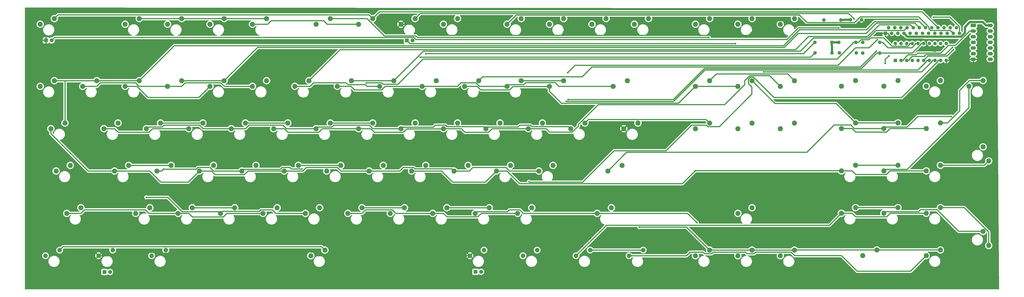
<source format=gbr>
G04 #@! TF.GenerationSoftware,KiCad,Pcbnew,7.0.1*
G04 #@! TF.CreationDate,2024-09-21T18:30:59-05:00*
G04 #@! TF.ProjectId,C128DKEYBOARD,43313238-444b-4455-9942-4f4152442e6b,3.3*
G04 #@! TF.SameCoordinates,Original*
G04 #@! TF.FileFunction,Copper,L1,Top*
G04 #@! TF.FilePolarity,Positive*
%FSLAX46Y46*%
G04 Gerber Fmt 4.6, Leading zero omitted, Abs format (unit mm)*
G04 Created by KiCad (PCBNEW 7.0.1) date 2024-09-21 18:30:59*
%MOMM*%
%LPD*%
G01*
G04 APERTURE LIST*
G04 #@! TA.AperFunction,ComponentPad*
%ADD10C,2.286000*%
G04 #@! TD*
G04 #@! TA.AperFunction,ComponentPad*
%ADD11C,2.032000*%
G04 #@! TD*
G04 #@! TA.AperFunction,ComponentPad*
%ADD12C,1.600000*%
G04 #@! TD*
G04 #@! TA.AperFunction,ComponentPad*
%ADD13O,1.600000X1.600000*%
G04 #@! TD*
G04 #@! TA.AperFunction,ComponentPad*
%ADD14R,2.400000X1.600000*%
G04 #@! TD*
G04 #@! TA.AperFunction,ComponentPad*
%ADD15O,2.400000X1.600000*%
G04 #@! TD*
G04 #@! TA.AperFunction,ComponentPad*
%ADD16R,1.600000X1.600000*%
G04 #@! TD*
G04 #@! TA.AperFunction,ComponentPad*
%ADD17R,1.800000X1.800000*%
G04 #@! TD*
G04 #@! TA.AperFunction,ComponentPad*
%ADD18C,1.800000*%
G04 #@! TD*
G04 #@! TA.AperFunction,ViaPad*
%ADD19C,0.800000*%
G04 #@! TD*
G04 #@! TA.AperFunction,Conductor*
%ADD20C,0.500000*%
G04 #@! TD*
G04 #@! TA.AperFunction,Conductor*
%ADD21C,1.000000*%
G04 #@! TD*
G04 APERTURE END LIST*
D10*
X66865500Y-128651000D03*
X60515500Y-131191000D03*
X104965500Y-128651000D03*
X98615500Y-131191000D03*
X124015500Y-128651000D03*
X117665500Y-131191000D03*
X143065500Y-128651000D03*
X136715500Y-131191000D03*
X162115500Y-128651000D03*
X155765500Y-131191000D03*
X190690500Y-128651000D03*
X184340500Y-131191000D03*
X209740500Y-128651000D03*
X203390500Y-131191000D03*
X228790500Y-128651000D03*
X222440500Y-131191000D03*
X247840500Y-128651000D03*
X241490500Y-131191000D03*
X276415500Y-128651000D03*
X270065500Y-131191000D03*
X295465500Y-128651000D03*
X289115500Y-131191000D03*
X314515500Y-128651000D03*
X308165500Y-131191000D03*
X483730300Y-156514800D03*
X477380300Y-159054800D03*
X426491400Y-156540200D03*
X420141400Y-159080200D03*
X445541400Y-156540200D03*
X439191400Y-159080200D03*
X464591400Y-156540200D03*
X458241400Y-159080200D03*
X104965500Y-156591000D03*
X98615500Y-159131000D03*
X124015500Y-156591000D03*
X117665500Y-159131000D03*
X143065500Y-156591000D03*
X136715500Y-159131000D03*
X162115500Y-156591000D03*
X155765500Y-159131000D03*
X181165500Y-156591000D03*
X174815500Y-159131000D03*
X200215500Y-156591000D03*
X193865500Y-159131000D03*
X219265500Y-156591000D03*
X212915500Y-159131000D03*
X238315500Y-156591000D03*
X231965500Y-159131000D03*
X257365500Y-156591000D03*
X251015500Y-159131000D03*
X276415500Y-156591000D03*
X270065500Y-159131000D03*
X295465500Y-156591000D03*
X289115500Y-159131000D03*
X324040500Y-156591000D03*
X317690500Y-159131000D03*
X486270300Y-192709800D03*
X483730300Y-186359800D03*
X426491400Y-175590200D03*
X420141400Y-178130200D03*
X445541400Y-175590200D03*
X439191400Y-178130200D03*
X464591400Y-175590200D03*
X458241400Y-178130200D03*
X360972100Y-175641000D03*
X354622100Y-178181000D03*
X380022100Y-175641000D03*
X373672100Y-178181000D03*
X399072100Y-175641000D03*
X392722100Y-178181000D03*
X95440500Y-175641000D03*
X89090500Y-178181000D03*
X114490500Y-175641000D03*
X108140500Y-178181000D03*
X133540500Y-175641000D03*
X127190500Y-178181000D03*
X152590500Y-175641000D03*
X146240500Y-178181000D03*
X171640500Y-175641000D03*
X165290500Y-178181000D03*
X190690500Y-175641000D03*
X184340500Y-178181000D03*
X209740500Y-175641000D03*
X203390500Y-178181000D03*
X228790500Y-175641000D03*
X222440500Y-178181000D03*
X247840500Y-175641000D03*
X241490500Y-178181000D03*
X266890500Y-175641000D03*
X260540500Y-178181000D03*
X285940500Y-175641000D03*
X279590500Y-178181000D03*
X304990500Y-175641000D03*
X298640500Y-178181000D03*
X328800500Y-175641000D03*
X322450500Y-178181000D03*
X426491400Y-194640200D03*
X420141400Y-197180200D03*
X445541400Y-194640200D03*
X439191400Y-197180200D03*
X464591400Y-194640200D03*
X458241400Y-197180200D03*
X100190500Y-194691000D03*
X93840500Y-197231000D03*
X138290500Y-194691000D03*
X131940500Y-197231000D03*
X157340500Y-194691000D03*
X150990500Y-197231000D03*
X176390500Y-194691000D03*
X170040500Y-197231000D03*
X195440500Y-194691000D03*
X189090500Y-197231000D03*
X214490500Y-194691000D03*
X208140500Y-197231000D03*
X233540500Y-194691000D03*
X227190500Y-197231000D03*
X252590500Y-194691000D03*
X246240500Y-197231000D03*
X271640500Y-194691000D03*
X265290500Y-197231000D03*
X290690500Y-194691000D03*
X284340500Y-197231000D03*
X321645500Y-194691000D03*
X315295500Y-197231000D03*
X486270300Y-230733600D03*
X483730300Y-224383600D03*
X426491400Y-213690200D03*
X420141400Y-216230200D03*
X445541400Y-213690200D03*
X439191400Y-216230200D03*
X464591400Y-213690200D03*
X458241400Y-216230200D03*
X380022100Y-213741000D03*
X373672100Y-216281000D03*
X109715500Y-213741000D03*
X103365500Y-216281000D03*
X128765500Y-213741000D03*
X122415500Y-216281000D03*
X147815500Y-213741000D03*
X141465500Y-216281000D03*
X166865500Y-213741000D03*
X160515500Y-216281000D03*
X185915500Y-213741000D03*
X179565500Y-216281000D03*
X204965500Y-213741000D03*
X198615500Y-216281000D03*
X224015500Y-213741000D03*
X217665500Y-216281000D03*
X243065500Y-213741000D03*
X236715500Y-216281000D03*
X262115500Y-213741000D03*
X255765500Y-216281000D03*
X281165500Y-213741000D03*
X274815500Y-216281000D03*
X316880500Y-213741000D03*
X310530500Y-216281000D03*
X464591400Y-232740200D03*
X458241400Y-235280200D03*
X436041800Y-232740200D03*
X429691800Y-235280200D03*
X360972100Y-232791000D03*
X354622100Y-235331000D03*
X380022100Y-232791000D03*
X373672100Y-235331000D03*
X399072100Y-232791000D03*
X392722100Y-235331000D03*
D11*
X93050500Y-232791000D03*
X86700500Y-235331000D03*
X116860500Y-232791000D03*
X110510500Y-235331000D03*
D10*
X188295500Y-232791000D03*
X181945500Y-235331000D03*
D11*
X259735500Y-232791000D03*
X253385500Y-235331000D03*
X283545500Y-232791000D03*
X277195500Y-235331000D03*
X307355500Y-232791000D03*
X301005500Y-235331000D03*
X331165500Y-232791000D03*
X324815500Y-235331000D03*
D10*
X360972100Y-156591000D03*
X354622100Y-159131000D03*
X399072100Y-156591000D03*
X392722100Y-159131000D03*
X380022100Y-156591000D03*
X373672100Y-159131000D03*
X360972100Y-128651000D03*
X354622100Y-131191000D03*
X380022100Y-128651000D03*
X373672100Y-131191000D03*
X399072100Y-128651000D03*
X392722100Y-131191000D03*
X71620500Y-175641000D03*
X65270500Y-178181000D03*
X74003500Y-194691000D03*
X67653500Y-197231000D03*
X78765500Y-213741000D03*
X72415500Y-216281000D03*
D11*
X69240500Y-232791000D03*
X62890500Y-235331000D03*
D10*
X119240500Y-194691000D03*
X112890500Y-197231000D03*
X333565500Y-128651000D03*
X327215500Y-131191000D03*
X85915500Y-156591000D03*
X79565500Y-159131000D03*
X66865500Y-156591000D03*
X60515500Y-159131000D03*
D12*
X429717200Y-139383800D03*
D13*
X437337200Y-139383800D03*
D14*
X479358800Y-131719400D03*
D15*
X479358800Y-134259400D03*
X479358800Y-136799400D03*
X479358800Y-139339400D03*
X479358800Y-141879400D03*
X479358800Y-144419400D03*
X479358800Y-146959400D03*
X486978800Y-146959400D03*
X486978800Y-144419400D03*
X486978800Y-141879400D03*
X486978800Y-139339400D03*
X486978800Y-136799400D03*
X486978800Y-134259400D03*
X486978800Y-131719400D03*
D12*
X429691800Y-144195800D03*
D13*
X437311800Y-144195800D03*
D16*
X444327200Y-147487800D03*
D13*
X446867200Y-147487800D03*
X449407200Y-147487800D03*
X451947200Y-147487800D03*
X454487200Y-147487800D03*
X457027200Y-147487800D03*
X459567200Y-147487800D03*
X462107200Y-147487800D03*
X464647200Y-147487800D03*
X467187200Y-147487800D03*
X467187200Y-139867800D03*
X464647200Y-139867800D03*
X462107200Y-139867800D03*
X459567200Y-139867800D03*
X457027200Y-139867800D03*
X454487200Y-139867800D03*
X451947200Y-139867800D03*
X449407200Y-139867800D03*
X446867200Y-139867800D03*
X444327200Y-139867800D03*
D17*
X89321800Y-242646200D03*
D18*
X91861800Y-242646200D03*
D12*
X408279600Y-144068800D03*
D13*
X415899600Y-144068800D03*
D12*
X418947200Y-139383800D03*
D13*
X426567200Y-139383800D03*
D12*
X424169200Y-129184400D03*
X429169200Y-129184400D03*
X419176200Y-144119600D03*
D13*
X426796200Y-144119600D03*
D12*
X412292800Y-129235200D03*
D13*
X419912800Y-129235200D03*
D17*
X63114000Y-138455400D03*
D18*
X65654000Y-138455400D03*
D12*
X408177200Y-139383800D03*
D13*
X415797200Y-139383800D03*
D17*
X255874600Y-242570000D03*
D18*
X258414600Y-242570000D03*
D17*
X225115200Y-138531600D03*
D18*
X227655200Y-138531600D03*
D16*
X439914600Y-135276300D03*
D12*
X442684600Y-135276300D03*
X445454600Y-135276300D03*
X448224600Y-135276300D03*
X450994600Y-135276300D03*
X453764600Y-135276300D03*
X456534600Y-135276300D03*
X459304600Y-135276300D03*
X462074600Y-135276300D03*
X464844600Y-135276300D03*
X467614600Y-135276300D03*
X470384600Y-135276300D03*
X473154600Y-135276300D03*
X441299600Y-132736300D03*
X444069600Y-132736300D03*
X446839600Y-132736300D03*
X449609600Y-132736300D03*
X452379600Y-132736300D03*
X455149600Y-132736300D03*
X457919600Y-132736300D03*
X460689600Y-132736300D03*
X463459600Y-132736300D03*
X466229600Y-132736300D03*
X468999600Y-132736300D03*
X471769600Y-132736300D03*
D19*
X439801000Y-148844000D03*
X441452000Y-145415000D03*
X461444100Y-128005400D03*
X108122300Y-209088500D03*
X355276300Y-220484300D03*
X354622100Y-197091800D03*
X178001300Y-196330600D03*
X115817800Y-196434700D03*
X360617200Y-137186100D03*
X469981700Y-141606500D03*
X462254500Y-143287200D03*
X293205800Y-185095100D03*
X356542400Y-136188700D03*
X329425600Y-222484600D03*
X469513000Y-172666600D03*
X435781600Y-143309800D03*
X297330000Y-152954100D03*
X436253600Y-138165500D03*
X470453100Y-142651600D03*
X297466800Y-165100600D03*
X296614700Y-165880800D03*
X231056100Y-146054100D03*
X418947500Y-132841600D03*
X279906600Y-202069700D03*
X385280600Y-152665200D03*
X372533100Y-139917700D03*
X233518400Y-144394800D03*
X425801500Y-128783600D03*
X206904900Y-157641700D03*
D20*
X439801000Y-148844000D02*
X439801000Y-147066000D01*
X439801000Y-147066000D02*
X441452000Y-145415000D01*
X66865500Y-128651000D02*
X68503200Y-127013300D01*
X473203100Y-160968000D02*
X477656300Y-156514800D01*
X464591400Y-213690200D02*
X475295600Y-213690200D01*
X464591400Y-175590200D02*
X467792300Y-175590200D01*
X484339900Y-194640200D02*
X486270300Y-192709800D01*
X212757900Y-125633600D02*
X209740500Y-128651000D01*
X456356900Y-125633600D02*
X212757900Y-125633600D01*
X477656300Y-156514800D02*
X483730300Y-156514800D01*
X208102800Y-127013300D02*
X209740500Y-128651000D01*
X463459600Y-132736300D02*
X456356900Y-125633600D01*
X467792300Y-175590200D02*
X473203100Y-170179400D01*
X475295600Y-213690200D02*
X486270300Y-224664900D01*
X486270300Y-224664900D02*
X486270300Y-230733600D01*
X464591400Y-194640200D02*
X484339900Y-194640200D01*
X68503200Y-127013300D02*
X208102800Y-127013300D01*
X473203100Y-170179400D02*
X473203100Y-160968000D01*
D21*
X477833500Y-130219300D02*
X483578600Y-130219300D01*
X473808300Y-136780100D02*
X475596500Y-134991900D01*
X418947200Y-139383800D02*
X415797200Y-139383800D01*
X421463700Y-129184400D02*
X421412900Y-129235200D01*
X415797200Y-139383800D02*
X415797200Y-140883900D01*
X486978800Y-131719400D02*
X485078700Y-131719400D01*
X424169200Y-129184400D02*
X421463700Y-129184400D01*
X449728400Y-136780100D02*
X473808300Y-136780100D01*
X483578600Y-130219300D02*
X485078700Y-131719400D01*
X475596500Y-134991900D02*
X475596500Y-132456300D01*
X475596500Y-132456300D02*
X477833500Y-130219300D01*
X415899600Y-144068800D02*
X415899600Y-140986300D01*
X448224600Y-135276300D02*
X449728400Y-136780100D01*
X415899600Y-140986300D02*
X415797200Y-140883900D01*
X419912800Y-129235200D02*
X421412900Y-129235200D01*
D20*
X256050500Y-157528900D02*
X257652600Y-159131000D01*
X454895600Y-127933400D02*
X459439500Y-132477300D01*
X215345100Y-159131000D02*
X231965500Y-159131000D01*
X213713400Y-160762700D02*
X215345100Y-159131000D01*
X404714900Y-130490400D02*
X426062500Y-130490400D01*
X201612400Y-160762700D02*
X213713400Y-160762700D01*
X270065500Y-131191000D02*
X274204900Y-127051600D01*
X104886400Y-159131000D02*
X117665500Y-159131000D01*
X193865500Y-159131000D02*
X199980700Y-159131000D01*
X291705100Y-157505000D02*
X278520200Y-157505000D01*
X469094700Y-133986400D02*
X470384600Y-135276300D01*
X199980700Y-159131000D02*
X201612400Y-160762700D01*
X79565500Y-159131000D02*
X85915500Y-159131000D01*
X124015500Y-159131000D02*
X125632100Y-157514400D01*
X117665500Y-159131000D02*
X124015500Y-159131000D01*
X278520200Y-157505000D02*
X277594300Y-158430900D01*
X125632100Y-157514400D02*
X141543900Y-157514400D01*
X460171900Y-133986400D02*
X469094700Y-133986400D01*
X87532100Y-157514400D02*
X103269800Y-157514400D01*
X143160500Y-159131000D02*
X155765500Y-159131000D01*
X85915500Y-159131000D02*
X87532100Y-157514400D01*
X459439500Y-132477300D02*
X459439500Y-133254000D01*
X249361300Y-157528900D02*
X256050500Y-157528900D01*
X401276100Y-127051600D02*
X404714900Y-130490400D01*
X257652600Y-159131000D02*
X270065500Y-159131000D01*
X103269800Y-157514400D02*
X104886400Y-159131000D01*
X141543900Y-157514400D02*
X143160500Y-159131000D01*
X277594300Y-158430900D02*
X270765600Y-158430900D01*
X317690500Y-159131000D02*
X293331100Y-159131000D01*
X274204900Y-127051600D02*
X401276100Y-127051600D01*
X459439500Y-133254000D02*
X460171900Y-133986400D01*
X428619500Y-127933400D02*
X454895600Y-127933400D01*
X270765600Y-158430900D02*
X270065500Y-159131000D01*
X426062500Y-130490400D02*
X428619500Y-127933400D01*
X293331100Y-159131000D02*
X291705100Y-157505000D01*
X247759200Y-159131000D02*
X249361300Y-157528900D01*
X231965500Y-159131000D02*
X247759200Y-159131000D01*
X162115500Y-128651000D02*
X143065500Y-128651000D01*
X468810900Y-128005400D02*
X473154600Y-132349100D01*
X143065500Y-128651000D02*
X124015500Y-128651000D01*
X124015500Y-128651000D02*
X104965500Y-128651000D01*
X473154600Y-132349100D02*
X473154600Y-135276300D01*
X331165500Y-232791000D02*
X307355500Y-232791000D01*
X461444100Y-128005400D02*
X468810900Y-128005400D01*
X439191400Y-216230200D02*
X439891600Y-215530000D01*
X141465500Y-216281000D02*
X140765300Y-215580800D01*
X454776200Y-215530000D02*
X455723200Y-214583000D01*
X117763000Y-209088500D02*
X108122300Y-209088500D01*
X351073000Y-216281000D02*
X355276300Y-220484300D01*
X275754900Y-214680400D02*
X277355500Y-216281000D01*
X271085900Y-214680400D02*
X275754900Y-214680400D01*
X463039200Y-214583000D02*
X472839800Y-224383600D01*
X310530500Y-216281000D02*
X351073000Y-216281000D01*
X455723200Y-214583000D02*
X463039200Y-214583000D01*
X158887200Y-215369300D02*
X142377200Y-215369300D01*
X124255300Y-215580800D02*
X117763000Y-209088500D01*
X142377200Y-215369300D02*
X141465500Y-216281000D01*
X472839800Y-224383600D02*
X483730300Y-224383600D01*
X255765500Y-216281000D02*
X256465700Y-215580800D01*
X159575400Y-214681100D02*
X158887200Y-215369300D01*
X140765300Y-215580800D02*
X124255300Y-215580800D01*
X179565500Y-216281000D02*
X166298700Y-216281000D01*
X164698800Y-214681100D02*
X159575400Y-214681100D01*
X277355500Y-216281000D02*
X310530500Y-216281000D01*
X166298700Y-216281000D02*
X164698800Y-214681100D01*
X270185500Y-215580800D02*
X271085900Y-214680400D01*
X256465700Y-215580800D02*
X270185500Y-215580800D01*
X439891600Y-215530000D02*
X454776200Y-215530000D01*
X348777100Y-202936800D02*
X354622100Y-197091800D01*
X270017000Y-197231000D02*
X275722800Y-202936800D01*
X151690700Y-196530800D02*
X168254700Y-196530800D01*
X424955900Y-197180200D02*
X420141400Y-197180200D01*
X131278200Y-195628000D02*
X136782500Y-195628000D01*
X227190500Y-197231000D02*
X240676500Y-197231000D01*
X265290500Y-197231000D02*
X270017000Y-197231000D01*
X354622100Y-197091800D02*
X420053000Y-197091800D01*
X136782500Y-195628000D02*
X138385500Y-197231000D01*
X440350600Y-198783500D02*
X426559200Y-198783500D01*
X168254700Y-196530800D02*
X169150200Y-195635300D01*
X240676500Y-197231000D02*
X245660600Y-202215100D01*
X172566600Y-195635300D02*
X173261900Y-196330600D01*
X138385500Y-197231000D02*
X150990500Y-197231000D01*
X426559200Y-198783500D02*
X424955900Y-197180200D01*
X458241400Y-197180200D02*
X441953900Y-197180200D01*
X115021500Y-197231000D02*
X115817800Y-196434700D01*
X112890500Y-197231000D02*
X115021500Y-197231000D01*
X169150200Y-195635300D02*
X172566600Y-195635300D01*
X173261900Y-196330600D02*
X178001300Y-196330600D01*
X130471500Y-196434700D02*
X131278200Y-195628000D01*
X150990500Y-197231000D02*
X151690700Y-196530800D01*
X441953900Y-197180200D02*
X440350600Y-198783500D01*
X115817800Y-196434700D02*
X130471500Y-196434700D01*
X245660600Y-202215100D02*
X260306400Y-202215100D01*
X260306400Y-202215100D02*
X265290500Y-197231000D01*
X275722800Y-202936800D02*
X348777100Y-202936800D01*
X420053000Y-197091800D02*
X420141400Y-197180200D01*
X95508300Y-179784300D02*
X93905000Y-178181000D01*
X367752300Y-167361200D02*
X376744900Y-158368600D01*
X93905000Y-178181000D02*
X89090500Y-178181000D01*
X223571800Y-179812200D02*
X210476400Y-179812200D01*
X458241400Y-178130200D02*
X441953900Y-178130200D01*
X203390500Y-178181000D02*
X187103000Y-178181000D01*
X441953900Y-178130200D02*
X440350600Y-179733500D01*
X387882600Y-154291500D02*
X392722100Y-159131000D01*
X279590500Y-178181000D02*
X287629500Y-178181000D01*
X440350600Y-179733500D02*
X426559200Y-179733500D01*
X311008600Y-167361200D02*
X367752300Y-167361200D01*
X424955900Y-178130200D02*
X420141400Y-178130200D01*
X208845200Y-178181000D02*
X203390500Y-178181000D01*
X110903000Y-178181000D02*
X109299700Y-179784300D01*
X109299700Y-179784300D02*
X95508300Y-179784300D01*
X261697200Y-179786800D02*
X251135300Y-179786800D01*
X225115500Y-178268500D02*
X223571800Y-179812200D01*
X127190500Y-178181000D02*
X110903000Y-178181000D01*
X171708300Y-179784300D02*
X170105000Y-178181000D01*
X241403000Y-178268500D02*
X225115500Y-178268500D01*
X249529500Y-178181000D02*
X241490500Y-178181000D01*
X287629500Y-178181000D02*
X289223100Y-179774600D01*
X302106700Y-177022000D02*
X302106700Y-176263100D01*
X187103000Y-178181000D02*
X185499700Y-179784300D01*
X241490500Y-178181000D02*
X241403000Y-178268500D01*
X376744900Y-158368600D02*
X376744900Y-156624900D01*
X210476400Y-179812200D02*
X208845200Y-178181000D01*
X279590500Y-178181000D02*
X263303000Y-178181000D01*
X299354100Y-179774600D02*
X302106700Y-177022000D01*
X251135300Y-179786800D02*
X249529500Y-178181000D01*
X376744900Y-156624900D02*
X379078300Y-154291500D01*
X302106700Y-176263100D02*
X311008600Y-167361200D01*
X263303000Y-178181000D02*
X261697200Y-179786800D01*
X426559200Y-179733500D02*
X424955900Y-178130200D01*
X170105000Y-178181000D02*
X165290500Y-178181000D01*
X289223100Y-179774600D02*
X299354100Y-179774600D01*
X379078300Y-154291500D02*
X387882600Y-154291500D01*
X185499700Y-179784300D02*
X171708300Y-179784300D01*
X289115500Y-159218500D02*
X289115500Y-161370800D01*
X103896100Y-159131000D02*
X108886800Y-164121700D01*
X347092000Y-166661100D02*
X354622100Y-159131000D01*
X294483800Y-166739100D02*
X296958700Y-166739100D01*
X162594200Y-131191000D02*
X155765500Y-131191000D01*
X297036700Y-166661100D02*
X347092000Y-166661100D01*
X108886800Y-164121700D02*
X131724800Y-164121700D01*
X271224800Y-160734300D02*
X258265600Y-160734300D01*
X354622100Y-159131000D02*
X373672100Y-159131000D01*
X181644200Y-159131000D02*
X183240800Y-157534400D01*
X131724800Y-164121700D02*
X136715500Y-159131000D01*
X98615500Y-159131000D02*
X103896100Y-159131000D01*
X289115500Y-159218500D02*
X289115500Y-159131000D01*
X207192000Y-159131000D02*
X212915500Y-159131000D01*
X174815500Y-159131000D02*
X181644200Y-159131000D01*
X183240800Y-157534400D02*
X197726000Y-157534400D01*
X187753900Y-129588000D02*
X164197200Y-129588000D01*
X289115500Y-161370800D02*
X294483800Y-166739100D01*
X256662300Y-159131000D02*
X251015500Y-159131000D01*
X206491800Y-158430800D02*
X207192000Y-159131000D01*
X296958700Y-166739100D02*
X297036700Y-166661100D01*
X189356900Y-131191000D02*
X187753900Y-129588000D01*
X198622400Y-158430800D02*
X206491800Y-158430800D01*
X203390500Y-131191000D02*
X189356900Y-131191000D01*
X272740600Y-159218500D02*
X271224800Y-160734300D01*
X197726000Y-157534400D02*
X198622400Y-158430800D01*
X289115500Y-159218500D02*
X272740600Y-159218500D01*
X164197200Y-129588000D02*
X162594200Y-131191000D01*
X258265600Y-160734300D02*
X256662300Y-159131000D01*
X417792800Y-166891600D02*
X426491400Y-175590200D01*
X445541400Y-213690200D02*
X426491400Y-213690200D01*
X229150600Y-136430900D02*
X229905800Y-137186100D01*
X445541400Y-175590200D02*
X426491400Y-175590200D01*
X207200500Y-128651000D02*
X214980400Y-136430900D01*
X214980400Y-136430900D02*
X229150600Y-136430900D01*
X380022100Y-156591000D02*
X390322700Y-166891600D01*
X190690500Y-128651000D02*
X207200500Y-128651000D01*
X390322700Y-166891600D02*
X417792800Y-166891600D01*
X229905800Y-137186100D02*
X360617200Y-137186100D01*
X426491400Y-194640200D02*
X445541400Y-194640200D01*
X469981700Y-141606500D02*
X466722100Y-144866100D01*
X450657300Y-146969800D02*
X450657300Y-147487800D01*
X458111600Y-144866100D02*
X457286700Y-145691000D01*
X466722100Y-144866100D02*
X458111600Y-144866100D01*
X457286700Y-145691000D02*
X451936100Y-145691000D01*
X449407200Y-147487800D02*
X450657300Y-147487800D01*
X451936100Y-145691000D02*
X450657300Y-146969800D01*
X93708800Y-235331000D02*
X95179600Y-233860200D01*
X456921000Y-137946100D02*
X458297200Y-139322300D01*
X458297200Y-140385200D02*
X461199200Y-143287200D01*
X183041000Y-233699100D02*
X184672900Y-235331000D01*
X396309200Y-129595500D02*
X397904200Y-131190500D01*
X184672900Y-235331000D02*
X253385500Y-235331000D01*
X356542400Y-136188700D02*
X378490600Y-136188700D01*
X458297200Y-139322300D02*
X458297200Y-140385200D01*
X479358800Y-146959400D02*
X477708700Y-146959400D01*
X467187200Y-147487800D02*
X477180300Y-147487800D01*
X86700500Y-235331000D02*
X93708800Y-235331000D01*
X322450500Y-178181000D02*
X315536400Y-185095100D01*
X356542400Y-136188700D02*
X232252700Y-136188700D01*
X443522000Y-137946100D02*
X456921000Y-137946100D01*
X378490600Y-136188700D02*
X385083800Y-129595500D01*
X385083800Y-129595500D02*
X396309200Y-129595500D01*
X427163100Y-131190500D02*
X429169200Y-129184400D01*
X95179600Y-233860200D02*
X111822700Y-233860200D01*
X441164700Y-135276300D02*
X441164700Y-135588800D01*
X118684200Y-233699100D02*
X183041000Y-233699100D01*
X112254500Y-234292000D02*
X118091300Y-234292000D01*
X477180300Y-147487800D02*
X477708700Y-146959400D01*
X397904200Y-131190500D02*
X427163100Y-131190500D01*
X232252700Y-136188700D02*
X227255000Y-131191000D01*
X227255000Y-131191000D02*
X222440500Y-131191000D01*
X118091300Y-234292000D02*
X118684200Y-233699100D01*
X439914600Y-135276300D02*
X441164700Y-135276300D01*
X315536400Y-185095100D02*
X293205800Y-185095100D01*
X441164700Y-135588800D02*
X443522000Y-137946100D01*
X111822700Y-233860200D02*
X112254500Y-234292000D01*
X461199200Y-143287200D02*
X462254500Y-143287200D01*
X329425600Y-222484600D02*
X350665700Y-222484600D01*
X360972100Y-232791000D02*
X380022100Y-232791000D01*
X399072100Y-232791000D02*
X380022100Y-232791000D01*
X350665700Y-222484600D02*
X360972100Y-232791000D01*
X399072100Y-232791000D02*
X399122900Y-232740200D01*
X399122900Y-232740200D02*
X464591400Y-232740200D01*
X204965500Y-216281000D02*
X206582100Y-214664400D01*
X426568700Y-217843000D02*
X440439500Y-217843000D01*
X78765500Y-216281000D02*
X80382100Y-214664400D01*
X258528000Y-216281000D02*
X256933700Y-217875300D01*
X128842800Y-217893800D02*
X127230000Y-216281000D01*
X243124300Y-217875300D02*
X241530000Y-216281000D01*
X144326400Y-216281000D02*
X142713600Y-217893800D01*
X142713600Y-217893800D02*
X128842800Y-217893800D01*
X256933700Y-217875300D02*
X243124300Y-217875300D01*
X420141400Y-216230200D02*
X424955900Y-216230200D01*
X314702000Y-221634500D02*
X301005500Y-235331000D01*
X127230000Y-216281000D02*
X122415500Y-216281000D01*
X218588900Y-214664400D02*
X220205500Y-216281000D01*
X420141400Y-216230200D02*
X414737100Y-221634500D01*
X274815500Y-216281000D02*
X258528000Y-216281000D01*
X414737100Y-221634500D02*
X314702000Y-221634500D01*
X198615500Y-216281000D02*
X204965500Y-216281000D01*
X107686600Y-214664400D02*
X109303200Y-216281000D01*
X109303200Y-216281000D02*
X122415500Y-216281000D01*
X80382100Y-214664400D02*
X107686600Y-214664400D01*
X206582100Y-214664400D02*
X218588900Y-214664400D01*
X72415500Y-216281000D02*
X78765500Y-216281000D01*
X442052300Y-216230200D02*
X458241400Y-216230200D01*
X440439500Y-217843000D02*
X442052300Y-216230200D01*
X160515500Y-216281000D02*
X144326400Y-216281000D01*
X424955900Y-216230200D02*
X426568700Y-217843000D01*
X241530000Y-216281000D02*
X236715500Y-216281000D01*
X220205500Y-216281000D02*
X236715500Y-216281000D01*
X363971700Y-153591400D02*
X396072500Y-153591400D01*
X360972100Y-156591000D02*
X363971700Y-153591400D01*
X396072500Y-153591400D02*
X399072100Y-156591000D01*
X306605500Y-174026000D02*
X304990500Y-175641000D01*
X360972100Y-175641000D02*
X359357100Y-174026000D01*
X359357100Y-174026000D02*
X306605500Y-174026000D01*
X114671900Y-202245000D02*
X126926500Y-202245000D01*
X65270500Y-180402900D02*
X82098600Y-197231000D01*
X377068900Y-233714400D02*
X377799100Y-234444600D01*
X228783700Y-196284200D02*
X245293700Y-196284200D01*
X477380300Y-168797900D02*
X477380300Y-159054800D01*
X131940500Y-197231000D02*
X137395200Y-197231000D01*
X350646900Y-235331000D02*
X352242600Y-233735300D01*
X253069200Y-197231000D02*
X246240500Y-197231000D01*
X208140500Y-197231000D02*
X221873700Y-197231000D01*
X170040500Y-197231000D02*
X178354600Y-197231000D01*
X223472800Y-195631900D02*
X228131400Y-195631900D01*
X228131400Y-195631900D02*
X228783700Y-196284200D01*
X178354600Y-197231000D02*
X179971200Y-195614400D01*
X221873700Y-197231000D02*
X223472800Y-195631900D01*
X269595900Y-195621500D02*
X254678700Y-195621500D01*
X284340500Y-197231000D02*
X271205400Y-197231000D01*
X362588700Y-233714400D02*
X377068900Y-233714400D01*
X193918900Y-195614400D02*
X195535500Y-197231000D01*
X380908500Y-234444600D02*
X381638700Y-233714400D01*
X361858500Y-234444600D02*
X362588700Y-233714400D01*
X153753000Y-197231000D02*
X170040500Y-197231000D01*
X381638700Y-233714400D02*
X397550500Y-233714400D01*
X179971200Y-195614400D02*
X193918900Y-195614400D01*
X109657900Y-197231000D02*
X114671900Y-202245000D01*
X377799100Y-234444600D02*
X380908500Y-234444600D01*
X439191400Y-197180200D02*
X439891600Y-196480000D01*
X449698200Y-196480000D02*
X477380300Y-168797900D01*
X126926500Y-202245000D02*
X131940500Y-197231000D01*
X397550500Y-233714400D02*
X399116300Y-235280200D01*
X245293700Y-196284200D02*
X246240500Y-197231000D01*
X152121800Y-198862200D02*
X153753000Y-197231000D01*
X139026400Y-198862200D02*
X152121800Y-198862200D01*
X254678700Y-195621500D02*
X253069200Y-197231000D01*
X439891600Y-196480000D02*
X449698200Y-196480000D01*
X427202600Y-242341400D02*
X451180200Y-242341400D01*
X271205400Y-197231000D02*
X269595900Y-195621500D01*
X352242600Y-233735300D02*
X358039800Y-233735300D01*
X82098600Y-197231000D02*
X93840500Y-197231000D01*
X195535500Y-197231000D02*
X208140500Y-197231000D01*
X324815500Y-235331000D02*
X350646900Y-235331000D01*
X420141400Y-235280200D02*
X427202600Y-242341400D01*
X451180200Y-242341400D02*
X458241400Y-235280200D01*
X65270500Y-178181000D02*
X65270500Y-180402900D01*
X399116300Y-235280200D02*
X420141400Y-235280200D01*
X358749100Y-234444600D02*
X361858500Y-234444600D01*
X358039800Y-233735300D02*
X358749100Y-234444600D01*
X137395200Y-197231000D02*
X139026400Y-198862200D01*
X93840500Y-197231000D02*
X109657900Y-197231000D01*
X71620500Y-156591000D02*
X85915500Y-156591000D01*
X394124800Y-140894300D02*
X401327400Y-133691700D01*
X435020300Y-130049600D02*
X455232900Y-130049600D01*
X120662200Y-140894300D02*
X394124800Y-140894300D01*
X104965500Y-156591000D02*
X120662200Y-140894300D01*
X85915500Y-156591000D02*
X104965500Y-156591000D01*
X69240500Y-232791000D02*
X70731100Y-231300400D01*
X70731100Y-231300400D02*
X186804900Y-231300400D01*
X186804900Y-231300400D02*
X188295500Y-232791000D01*
X71620500Y-156591000D02*
X71620500Y-175641000D01*
X66865500Y-156591000D02*
X71620500Y-156591000D01*
X401327400Y-133691700D02*
X431378200Y-133691700D01*
X455232900Y-130049600D02*
X457919600Y-132736300D01*
X431378200Y-133691700D02*
X435020300Y-130049600D01*
X152590500Y-178181000D02*
X154207100Y-176564400D01*
X116107100Y-176564400D02*
X132018900Y-176564400D01*
X424350500Y-176534500D02*
X425946200Y-178130200D01*
X146240500Y-178181000D02*
X152590500Y-178181000D01*
X449698200Y-177430000D02*
X454461600Y-172666600D01*
X169478700Y-176564400D02*
X171095300Y-178181000D01*
X209835500Y-178181000D02*
X208218900Y-176564400D01*
X275865700Y-176581000D02*
X280530500Y-176581000D01*
X281186500Y-177237000D02*
X297696500Y-177237000D01*
X132018900Y-176564400D02*
X133635500Y-178181000D01*
X154207100Y-176564400D02*
X169478700Y-176564400D01*
X191390700Y-177480800D02*
X185040700Y-177480800D01*
X243086500Y-177237000D02*
X259596500Y-177237000D01*
X260540500Y-178181000D02*
X261240700Y-177480800D01*
X261240700Y-177480800D02*
X274965900Y-177480800D01*
X133635500Y-178181000D02*
X146240500Y-178181000D01*
X280530500Y-176581000D02*
X281186500Y-177237000D01*
X237935100Y-176559400D02*
X242408900Y-176559400D01*
X425946200Y-178130200D02*
X439191400Y-178130200D01*
X108840700Y-177480800D02*
X115190700Y-177480800D01*
X274965900Y-177480800D02*
X275865700Y-176581000D01*
X439891600Y-177430000D02*
X449698200Y-177430000D01*
X192307100Y-176564400D02*
X191390700Y-177480800D01*
X208218900Y-176564400D02*
X192307100Y-176564400D01*
X222440500Y-178181000D02*
X209835500Y-178181000D01*
X242408900Y-176559400D02*
X243086500Y-177237000D01*
X115190700Y-177480800D02*
X116107100Y-176564400D01*
X416936100Y-176534500D02*
X424350500Y-176534500D01*
X315295500Y-197231000D02*
X323705000Y-188821500D01*
X454461600Y-172666600D02*
X469513000Y-172666600D01*
X259596500Y-177237000D02*
X260540500Y-178181000D01*
X223053200Y-177568300D02*
X236926200Y-177568300D01*
X236926200Y-177568300D02*
X237935100Y-176559400D01*
X171095300Y-178181000D02*
X184340500Y-178181000D01*
X439191400Y-178130200D02*
X439891600Y-177430000D01*
X108140500Y-178181000D02*
X108840700Y-177480800D01*
X323705000Y-188821500D02*
X404649100Y-188821500D01*
X404649100Y-188821500D02*
X416936100Y-176534500D01*
X185040700Y-177480800D02*
X184340500Y-178181000D01*
X222440500Y-178181000D02*
X223053200Y-177568300D01*
X297696500Y-177237000D02*
X298640500Y-178181000D01*
X431241900Y-135382600D02*
X400729900Y-135382600D01*
X435874800Y-130749700D02*
X431241900Y-135382600D01*
X158062100Y-141594400D02*
X143065500Y-156591000D01*
X400729900Y-135382600D02*
X394518100Y-141594400D01*
X453163000Y-130749700D02*
X435874800Y-130749700D01*
X100190500Y-194691000D02*
X119240500Y-194691000D01*
X394518100Y-141594400D02*
X158062100Y-141594400D01*
X455149600Y-132736300D02*
X453163000Y-130749700D01*
X133540500Y-175641000D02*
X114490500Y-175641000D01*
X124015500Y-156591000D02*
X143065500Y-156591000D01*
X405451200Y-136733300D02*
X399571600Y-142612900D01*
X437151200Y-131449900D02*
X431867800Y-136733300D01*
X171640500Y-175641000D02*
X152590500Y-175641000D01*
X451093200Y-131449900D02*
X437151200Y-131449900D01*
X399571600Y-142612900D02*
X195143600Y-142612900D01*
X431867800Y-136733300D02*
X405451200Y-136733300D01*
X452379600Y-132736300D02*
X451093200Y-131449900D01*
X195143600Y-142612900D02*
X181165500Y-156591000D01*
X147815500Y-213741000D02*
X128765500Y-213741000D01*
X190690500Y-175641000D02*
X209740500Y-175641000D01*
X176390500Y-194691000D02*
X195440500Y-194691000D01*
X401747900Y-143313000D02*
X232543500Y-143313000D01*
X448319900Y-134026000D02*
X435654500Y-134026000D01*
X449609600Y-132736300D02*
X448319900Y-134026000D01*
X435654500Y-134026000D02*
X432247000Y-137433500D01*
X407627400Y-137433500D02*
X401747900Y-143313000D01*
X432247000Y-137433500D02*
X407627400Y-137433500D01*
X232543500Y-143313000D02*
X219265500Y-156591000D01*
X219265500Y-156591000D02*
X200215500Y-156591000D01*
X303791400Y-154840700D02*
X308217200Y-150414900D01*
X259115800Y-154840700D02*
X303791400Y-154840700D01*
X257365500Y-156591000D02*
X259115800Y-154840700D01*
X308217200Y-150414900D02*
X428676500Y-150414900D01*
X428676500Y-150414900D02*
X435781600Y-143309800D01*
X224015500Y-213741000D02*
X204965500Y-213741000D01*
X432616600Y-141802500D02*
X436253600Y-138165500D01*
X418608900Y-149714700D02*
X426521100Y-141802500D01*
X426521100Y-141802500D02*
X432616600Y-141802500D01*
X276415500Y-156591000D02*
X295465500Y-156591000D01*
X262115500Y-213741000D02*
X243065500Y-213741000D01*
X300569400Y-149714700D02*
X418608900Y-149714700D01*
X297330000Y-152954100D02*
X300569400Y-149714700D01*
X458948700Y-145566300D02*
X457027200Y-147487800D01*
X467538400Y-145566300D02*
X458948700Y-145566300D01*
X470453100Y-142651600D02*
X467538400Y-145566300D01*
X451950600Y-144195800D02*
X438561900Y-144195800D01*
X455777100Y-139867800D02*
X455777100Y-140369300D01*
X358655000Y-151115000D02*
X344669400Y-165100600D01*
X437311800Y-144195800D02*
X438561900Y-144195800D01*
X437311800Y-144195800D02*
X436061700Y-144195800D01*
X457027200Y-139867800D02*
X455777100Y-139867800D01*
X455777100Y-140369300D02*
X451950600Y-144195800D01*
X429142500Y-151115000D02*
X358655000Y-151115000D01*
X344669400Y-165100600D02*
X297466800Y-165100600D01*
X436061700Y-144195800D02*
X429142500Y-151115000D01*
X458317100Y-147487800D02*
X458317100Y-148005800D01*
X296694800Y-165960900D02*
X296614700Y-165880800D01*
X458317100Y-148005800D02*
X454507800Y-151815100D01*
X358964900Y-151815100D02*
X344819100Y-165960900D01*
X344819100Y-165960900D02*
X296694800Y-165960900D01*
X459567200Y-147487800D02*
X458317100Y-147487800D01*
X454507800Y-151815100D02*
X358964900Y-151815100D01*
X406294300Y-146054100D02*
X231056100Y-146054100D01*
X408279600Y-144068800D02*
X406294300Y-146054100D01*
X395637600Y-138082000D02*
X229138500Y-138082000D01*
X418947500Y-132841600D02*
X400878000Y-132841600D01*
X229138500Y-138082000D02*
X228187600Y-137131100D01*
X66978300Y-137131100D02*
X65654000Y-138455400D01*
X400878000Y-132841600D02*
X395637600Y-138082000D01*
X228187600Y-137131100D02*
X66978300Y-137131100D01*
X380698800Y-154991600D02*
X389853300Y-164146100D01*
X279906600Y-202069700D02*
X280073600Y-202236700D01*
X379368400Y-154991600D02*
X380698800Y-154991600D01*
X352951200Y-176584000D02*
X359470100Y-176584000D01*
X378406600Y-157876800D02*
X378406600Y-155953400D01*
X379963400Y-162664500D02*
X379963400Y-159433600D01*
X359470100Y-176584000D02*
X360173100Y-177287000D01*
X378406600Y-155953400D02*
X379368400Y-154991600D01*
X447256800Y-164146100D02*
X463397100Y-148005800D01*
X379963400Y-159433600D02*
X378406600Y-157876800D01*
X280073600Y-202236700D02*
X303992100Y-202236700D01*
X464647200Y-147487800D02*
X463397100Y-147487800D01*
X303992100Y-202236700D02*
X318107500Y-188121300D01*
X360173100Y-177287000D02*
X365340900Y-177287000D01*
X365340900Y-177287000D02*
X379963400Y-162664500D01*
X318107500Y-188121300D02*
X341413900Y-188121300D01*
X389853300Y-164146100D02*
X447256800Y-164146100D01*
X341413900Y-188121300D02*
X352951200Y-176584000D01*
X463397100Y-148005800D02*
X463397100Y-147487800D01*
X226501300Y-139917700D02*
X372533100Y-139917700D01*
X462107200Y-147487800D02*
X460857100Y-147487800D01*
X225115200Y-138531600D02*
X226501300Y-139917700D01*
X456197700Y-152665200D02*
X385280600Y-152665200D01*
X460857100Y-148005800D02*
X456197700Y-152665200D01*
X460857100Y-147487800D02*
X460857100Y-148005800D01*
X403166200Y-144394800D02*
X233518400Y-144394800D01*
X408177200Y-139383800D02*
X403166200Y-144394800D01*
X441042900Y-141839400D02*
X451783500Y-141839400D01*
X451783500Y-141839400D02*
X453237100Y-140385800D01*
X453237100Y-140385800D02*
X453237100Y-139867800D01*
X437337200Y-139383800D02*
X438587300Y-139383800D01*
X438587300Y-139383800D02*
X441042900Y-141839400D01*
X423369400Y-126351500D02*
X231090000Y-126351500D01*
X454487200Y-139867800D02*
X453237100Y-139867800D01*
X425801500Y-128783600D02*
X423369400Y-126351500D01*
X231090000Y-126351500D02*
X228790500Y-128651000D01*
X418182800Y-146906600D02*
X232382900Y-146906600D01*
X426567200Y-139383800D02*
X425317100Y-139383800D01*
X425317100Y-139383800D02*
X425317100Y-139772300D01*
X450697100Y-139867800D02*
X450697100Y-140385800D01*
X429067400Y-138133700D02*
X427817300Y-139383800D01*
X232382900Y-146906600D02*
X221084000Y-158205500D01*
X426567200Y-139383800D02*
X426796200Y-139383800D01*
X425317100Y-139772300D02*
X418182800Y-146906600D01*
X214530000Y-158205500D02*
X213854100Y-157529600D01*
X433361500Y-137309300D02*
X432537100Y-138133700D01*
X213854100Y-157529600D02*
X207017000Y-157529600D01*
X427192300Y-139383800D02*
X426796200Y-139383800D01*
X449943600Y-141139300D02*
X442953700Y-141139300D01*
X207017000Y-157529600D02*
X206904900Y-157641700D01*
X427192300Y-139383800D02*
X427817300Y-139383800D01*
X451947200Y-139867800D02*
X450697100Y-139867800D01*
X432537100Y-138133700D02*
X429067400Y-138133700D01*
X439123700Y-137309300D02*
X433361500Y-137309300D01*
X442953700Y-141139300D02*
X439123700Y-137309300D01*
X450697100Y-140385800D02*
X449943600Y-141139300D01*
X221084000Y-158205500D02*
X214530000Y-158205500D01*
X468256000Y-140711400D02*
X464801500Y-144165900D01*
X471256700Y-140711400D02*
X468256000Y-140711400D01*
X453715600Y-144939700D02*
X450118500Y-144939700D01*
X448117300Y-146940900D02*
X448117300Y-147487800D01*
X454489400Y-144165900D02*
X453715600Y-144939700D01*
X446867200Y-147487800D02*
X448117300Y-147487800D01*
X464801500Y-144165900D02*
X454489400Y-144165900D01*
X477708700Y-134259400D02*
X471256700Y-140711400D01*
X479358800Y-134259400D02*
X477708700Y-134259400D01*
X450118500Y-144939700D02*
X448117300Y-146940900D01*
G04 #@! TA.AperFunction,Conductor*
G36*
X465984900Y-140432325D02*
G01*
X466031395Y-140485343D01*
X466049676Y-140524548D01*
X466181004Y-140712103D01*
X466342896Y-140873995D01*
X466342899Y-140873997D01*
X466342900Y-140873998D01*
X466530451Y-141005323D01*
X466612159Y-141043423D01*
X466658871Y-141080913D01*
X466682995Y-141135738D01*
X466679077Y-141195507D01*
X466648004Y-141246713D01*
X464524224Y-143370495D01*
X464483347Y-143397809D01*
X464435129Y-143407400D01*
X454553841Y-143407400D01*
X454535580Y-143406070D01*
X454511611Y-143402559D01*
X454461753Y-143406921D01*
X454450772Y-143407400D01*
X454445215Y-143407400D01*
X454414108Y-143411035D01*
X454410467Y-143411407D01*
X454333651Y-143418128D01*
X454314539Y-143422365D01*
X454242053Y-143448746D01*
X454238598Y-143449947D01*
X454165395Y-143474205D01*
X454147773Y-143482737D01*
X454083327Y-143525124D01*
X454080238Y-143527092D01*
X454014618Y-143567567D01*
X453999436Y-143579934D01*
X453946504Y-143636038D01*
X453943952Y-143638665D01*
X453438324Y-144144295D01*
X453397446Y-144171609D01*
X453349228Y-144181200D01*
X453342071Y-144181200D01*
X453284868Y-144167467D01*
X453240135Y-144129261D01*
X453217622Y-144074911D01*
X453222238Y-144016264D01*
X453252976Y-143966105D01*
X453958750Y-143260331D01*
X456203531Y-141015548D01*
X456252993Y-140985040D01*
X456310888Y-140979976D01*
X456364895Y-141001433D01*
X456370451Y-141005323D01*
X456453384Y-141043995D01*
X456577956Y-141102084D01*
X456621077Y-141113638D01*
X456799113Y-141161343D01*
X457027200Y-141181298D01*
X457255287Y-141161343D01*
X457476443Y-141102084D01*
X457683949Y-141005323D01*
X457871500Y-140873998D01*
X458033398Y-140712100D01*
X458164723Y-140524549D01*
X458183004Y-140485343D01*
X458229500Y-140432325D01*
X458297200Y-140412592D01*
X458364900Y-140432325D01*
X458411395Y-140485343D01*
X458429676Y-140524548D01*
X458561004Y-140712103D01*
X458722896Y-140873995D01*
X458722899Y-140873997D01*
X458722900Y-140873998D01*
X458737043Y-140883901D01*
X458910449Y-141005322D01*
X459117956Y-141102084D01*
X459161077Y-141113638D01*
X459339113Y-141161343D01*
X459567200Y-141181298D01*
X459795287Y-141161343D01*
X460016443Y-141102084D01*
X460223949Y-141005323D01*
X460411500Y-140873998D01*
X460573398Y-140712100D01*
X460704723Y-140524549D01*
X460723004Y-140485343D01*
X460769500Y-140432325D01*
X460837200Y-140412592D01*
X460904900Y-140432325D01*
X460951395Y-140485343D01*
X460969676Y-140524548D01*
X461101004Y-140712103D01*
X461262896Y-140873995D01*
X461262899Y-140873997D01*
X461262900Y-140873998D01*
X461277043Y-140883901D01*
X461450449Y-141005322D01*
X461657956Y-141102084D01*
X461701077Y-141113638D01*
X461879113Y-141161343D01*
X462107200Y-141181298D01*
X462335287Y-141161343D01*
X462556443Y-141102084D01*
X462763949Y-141005323D01*
X462951500Y-140873998D01*
X463113398Y-140712100D01*
X463244723Y-140524549D01*
X463263004Y-140485343D01*
X463309500Y-140432325D01*
X463377200Y-140412592D01*
X463444900Y-140432325D01*
X463491395Y-140485343D01*
X463509676Y-140524548D01*
X463641004Y-140712103D01*
X463802896Y-140873995D01*
X463802899Y-140873997D01*
X463802900Y-140873998D01*
X463817043Y-140883901D01*
X463990449Y-141005322D01*
X464197956Y-141102084D01*
X464241077Y-141113638D01*
X464419113Y-141161343D01*
X464647200Y-141181298D01*
X464875287Y-141161343D01*
X465096443Y-141102084D01*
X465303949Y-141005323D01*
X465491500Y-140873998D01*
X465653398Y-140712100D01*
X465784723Y-140524549D01*
X465803004Y-140485343D01*
X465849500Y-140432325D01*
X465917200Y-140412592D01*
X465984900Y-140432325D01*
G37*
G04 #@! TD.AperFunction*
G04 #@! TA.AperFunction,Conductor*
G36*
X438543600Y-134801381D02*
G01*
X438589719Y-134847500D01*
X438606600Y-134910500D01*
X438606600Y-135022300D01*
X440042600Y-135022300D01*
X440105600Y-135039181D01*
X440151719Y-135085300D01*
X440168600Y-135148300D01*
X440168600Y-136584300D01*
X440763189Y-136584300D01*
X440823693Y-136577794D01*
X440960562Y-136526745D01*
X441077504Y-136439204D01*
X441165045Y-136322262D01*
X441216094Y-136185393D01*
X441222600Y-136124889D01*
X441222600Y-135805555D01*
X441240597Y-135740660D01*
X441289447Y-135694304D01*
X441355194Y-135679728D01*
X441419058Y-135701096D01*
X441462795Y-135752305D01*
X441547077Y-135933049D01*
X441678404Y-136120603D01*
X441840296Y-136282495D01*
X441840299Y-136282497D01*
X441840300Y-136282498D01*
X441865650Y-136300248D01*
X442027849Y-136413822D01*
X442027850Y-136413822D01*
X442027851Y-136413823D01*
X442030708Y-136415155D01*
X442235356Y-136510584D01*
X442294614Y-136526462D01*
X442456513Y-136569843D01*
X442684600Y-136589798D01*
X442912687Y-136569843D01*
X443133843Y-136510584D01*
X443341349Y-136413823D01*
X443528900Y-136282498D01*
X443690798Y-136120600D01*
X443822123Y-135933049D01*
X443918884Y-135725543D01*
X443947893Y-135617279D01*
X443980505Y-135560796D01*
X444036989Y-135528184D01*
X444102211Y-135528184D01*
X444158695Y-135560796D01*
X444191307Y-135617280D01*
X444220315Y-135725543D01*
X444317077Y-135933050D01*
X444448404Y-136120603D01*
X444610296Y-136282495D01*
X444610299Y-136282497D01*
X444610300Y-136282498D01*
X444635650Y-136300248D01*
X444797849Y-136413822D01*
X444797850Y-136413822D01*
X444797851Y-136413823D01*
X444800708Y-136415155D01*
X445005356Y-136510584D01*
X445064614Y-136526462D01*
X445226513Y-136569843D01*
X445454600Y-136589798D01*
X445682687Y-136569843D01*
X445903843Y-136510584D01*
X446111349Y-136413823D01*
X446298900Y-136282498D01*
X446460798Y-136120600D01*
X446592123Y-135933049D01*
X446688884Y-135725543D01*
X446717893Y-135617279D01*
X446750505Y-135560796D01*
X446806989Y-135528184D01*
X446872211Y-135528184D01*
X446928695Y-135560796D01*
X446961307Y-135617280D01*
X446990315Y-135725543D01*
X447087077Y-135933050D01*
X447218404Y-136120603D01*
X447380296Y-136282495D01*
X447380299Y-136282497D01*
X447380300Y-136282498D01*
X447405650Y-136300248D01*
X447567849Y-136413822D01*
X447567850Y-136413822D01*
X447567851Y-136413823D01*
X447570708Y-136415155D01*
X447775356Y-136510584D01*
X447834614Y-136526462D01*
X447996513Y-136569843D01*
X448055371Y-136574992D01*
X448097639Y-136586318D01*
X448133484Y-136611418D01*
X448975861Y-137453795D01*
X448984166Y-137462957D01*
X449011831Y-137496668D01*
X449069188Y-137543739D01*
X449149491Y-137609642D01*
X449165396Y-137622695D01*
X449340596Y-137716341D01*
X449435647Y-137745174D01*
X449530698Y-137774008D01*
X449728398Y-137793480D01*
X449728399Y-137793479D01*
X449728400Y-137793480D01*
X449771784Y-137789206D01*
X449784135Y-137788600D01*
X472802629Y-137788600D01*
X472859832Y-137802333D01*
X472904565Y-137840539D01*
X472927078Y-137894889D01*
X472922462Y-137953536D01*
X472891724Y-138003695D01*
X470979424Y-139915995D01*
X470938547Y-139943309D01*
X470890329Y-139952900D01*
X468623601Y-139952900D01*
X468563801Y-139937805D01*
X468518329Y-139896138D01*
X468498080Y-139837881D01*
X468497657Y-139833043D01*
X468480743Y-139639713D01*
X468433348Y-139462832D01*
X468421484Y-139418556D01*
X468324722Y-139211049D01*
X468212522Y-139050812D01*
X468193398Y-139023500D01*
X468193396Y-139023498D01*
X468193395Y-139023496D01*
X468031503Y-138861604D01*
X467843950Y-138730277D01*
X467636443Y-138633515D01*
X467415287Y-138574257D01*
X467187200Y-138554302D01*
X466959112Y-138574257D01*
X466737956Y-138633515D01*
X466530449Y-138730277D01*
X466342896Y-138861604D01*
X466181004Y-139023496D01*
X466049677Y-139211050D01*
X466031395Y-139250257D01*
X465984900Y-139303274D01*
X465917200Y-139323007D01*
X465849500Y-139303274D01*
X465803005Y-139250257D01*
X465797678Y-139238833D01*
X465784723Y-139211051D01*
X465653398Y-139023500D01*
X465653396Y-139023498D01*
X465653395Y-139023496D01*
X465491503Y-138861604D01*
X465303950Y-138730277D01*
X465096443Y-138633515D01*
X464875287Y-138574257D01*
X464647200Y-138554302D01*
X464419112Y-138574257D01*
X464197956Y-138633515D01*
X463990449Y-138730277D01*
X463802896Y-138861604D01*
X463641004Y-139023496D01*
X463509677Y-139211050D01*
X463491395Y-139250257D01*
X463444900Y-139303274D01*
X463377200Y-139323007D01*
X463309500Y-139303274D01*
X463263005Y-139250257D01*
X463257678Y-139238833D01*
X463244723Y-139211051D01*
X463113398Y-139023500D01*
X463113396Y-139023498D01*
X463113395Y-139023496D01*
X462951503Y-138861604D01*
X462763950Y-138730277D01*
X462556443Y-138633515D01*
X462335287Y-138574257D01*
X462107200Y-138554302D01*
X461879112Y-138574257D01*
X461657956Y-138633515D01*
X461450449Y-138730277D01*
X461262896Y-138861604D01*
X461101004Y-139023496D01*
X460969677Y-139211050D01*
X460951395Y-139250257D01*
X460904900Y-139303274D01*
X460837200Y-139323007D01*
X460769500Y-139303274D01*
X460723005Y-139250257D01*
X460717678Y-139238833D01*
X460704723Y-139211051D01*
X460573398Y-139023500D01*
X460573396Y-139023498D01*
X460573395Y-139023496D01*
X460411503Y-138861604D01*
X460223950Y-138730277D01*
X460016443Y-138633515D01*
X459795287Y-138574257D01*
X459567200Y-138554302D01*
X459339112Y-138574257D01*
X459117956Y-138633515D01*
X458910449Y-138730277D01*
X458722896Y-138861604D01*
X458561004Y-139023496D01*
X458429677Y-139211050D01*
X458411395Y-139250257D01*
X458364900Y-139303274D01*
X458297200Y-139323007D01*
X458229500Y-139303274D01*
X458183005Y-139250257D01*
X458177678Y-139238833D01*
X458164723Y-139211051D01*
X458033398Y-139023500D01*
X458033396Y-139023498D01*
X458033395Y-139023496D01*
X457871503Y-138861604D01*
X457683950Y-138730277D01*
X457476443Y-138633515D01*
X457255287Y-138574257D01*
X457027200Y-138554302D01*
X456799112Y-138574257D01*
X456577956Y-138633515D01*
X456370449Y-138730277D01*
X456182896Y-138861604D01*
X456021002Y-139023498D01*
X455998546Y-139055570D01*
X455953514Y-139095063D01*
X455895333Y-139109300D01*
X455802844Y-139109300D01*
X455795518Y-139109087D01*
X455732697Y-139105428D01*
X455732696Y-139105428D01*
X455670725Y-139116355D01*
X455663474Y-139117417D01*
X455641752Y-139119956D01*
X455575540Y-139109765D01*
X455523911Y-139067078D01*
X455493398Y-139023500D01*
X455493396Y-139023498D01*
X455493395Y-139023496D01*
X455331503Y-138861604D01*
X455143950Y-138730277D01*
X454936443Y-138633515D01*
X454715287Y-138574257D01*
X454487200Y-138554302D01*
X454259112Y-138574257D01*
X454037956Y-138633515D01*
X453830449Y-138730277D01*
X453642896Y-138861604D01*
X453481002Y-139023498D01*
X453458546Y-139055570D01*
X453413514Y-139095063D01*
X453355333Y-139109300D01*
X453262844Y-139109300D01*
X453255518Y-139109087D01*
X453192697Y-139105428D01*
X453192696Y-139105428D01*
X453130725Y-139116355D01*
X453123474Y-139117417D01*
X453101752Y-139119956D01*
X453035540Y-139109765D01*
X452983911Y-139067078D01*
X452953398Y-139023500D01*
X452953396Y-139023498D01*
X452953395Y-139023496D01*
X452791503Y-138861604D01*
X452603950Y-138730277D01*
X452396443Y-138633515D01*
X452175287Y-138574257D01*
X451947200Y-138554302D01*
X451719112Y-138574257D01*
X451497956Y-138633515D01*
X451290449Y-138730277D01*
X451102896Y-138861604D01*
X450941002Y-139023498D01*
X450918546Y-139055570D01*
X450873514Y-139095063D01*
X450815333Y-139109300D01*
X450722844Y-139109300D01*
X450715518Y-139109087D01*
X450652697Y-139105428D01*
X450652696Y-139105428D01*
X450590725Y-139116355D01*
X450583474Y-139117417D01*
X450561752Y-139119956D01*
X450495540Y-139109765D01*
X450443911Y-139067078D01*
X450413398Y-139023500D01*
X450413396Y-139023498D01*
X450413395Y-139023496D01*
X450251503Y-138861604D01*
X450063950Y-138730277D01*
X449856443Y-138633515D01*
X449635287Y-138574257D01*
X449407200Y-138554302D01*
X449179112Y-138574257D01*
X448957956Y-138633515D01*
X448750449Y-138730277D01*
X448562896Y-138861604D01*
X448401004Y-139023496D01*
X448269677Y-139211050D01*
X448251395Y-139250257D01*
X448204900Y-139303274D01*
X448137200Y-139323007D01*
X448069500Y-139303274D01*
X448023005Y-139250257D01*
X448017678Y-139238833D01*
X448004723Y-139211051D01*
X447873398Y-139023500D01*
X447873396Y-139023498D01*
X447873395Y-139023496D01*
X447711503Y-138861604D01*
X447523950Y-138730277D01*
X447316443Y-138633515D01*
X447095287Y-138574257D01*
X446867200Y-138554302D01*
X446639112Y-138574257D01*
X446417956Y-138633515D01*
X446210449Y-138730277D01*
X446022896Y-138861604D01*
X445861004Y-139023496D01*
X445729677Y-139211050D01*
X445711395Y-139250257D01*
X445664900Y-139303274D01*
X445597200Y-139323007D01*
X445529500Y-139303274D01*
X445483005Y-139250257D01*
X445477678Y-139238833D01*
X445464723Y-139211051D01*
X445333398Y-139023500D01*
X445333396Y-139023498D01*
X445333395Y-139023496D01*
X445171503Y-138861604D01*
X444983950Y-138730277D01*
X444776443Y-138633515D01*
X444555287Y-138574257D01*
X444327200Y-138554302D01*
X444099112Y-138574257D01*
X443877956Y-138633515D01*
X443670449Y-138730277D01*
X443482896Y-138861604D01*
X443321004Y-139023496D01*
X443189677Y-139211049D01*
X443092915Y-139418556D01*
X443033657Y-139639712D01*
X443016430Y-139836620D01*
X442990871Y-139902342D01*
X442934003Y-139944039D01*
X442863638Y-139948651D01*
X442801814Y-139914733D01*
X439705609Y-136818528D01*
X439693637Y-136804675D01*
X439679171Y-136785245D01*
X439679169Y-136785242D01*
X439665143Y-136773473D01*
X439626532Y-136716584D01*
X439623534Y-136647894D01*
X439657043Y-136587856D01*
X439660600Y-136584299D01*
X439660600Y-135530300D01*
X438606600Y-135530300D01*
X438606600Y-136124889D01*
X438613105Y-136185393D01*
X438664154Y-136322262D01*
X438684388Y-136349292D01*
X438709018Y-136413570D01*
X438696191Y-136481200D01*
X438649737Y-136531997D01*
X438583519Y-136550800D01*
X434506571Y-136550800D01*
X434449368Y-136537067D01*
X434404635Y-136498861D01*
X434382122Y-136444511D01*
X434386738Y-136385864D01*
X434417476Y-136335705D01*
X435931776Y-134821405D01*
X435972653Y-134794091D01*
X436020871Y-134784500D01*
X438480600Y-134784500D01*
X438543600Y-134801381D01*
G37*
G04 #@! TD.AperFunction*
G04 #@! TA.AperFunction,Conductor*
G36*
X229729731Y-126405833D02*
G01*
X229774464Y-126444039D01*
X229796977Y-126498389D01*
X229792361Y-126557036D01*
X229761623Y-126607196D01*
X229338363Y-127030454D01*
X229283470Y-127062627D01*
X229219855Y-127063877D01*
X229048396Y-127022715D01*
X228919447Y-127012566D01*
X228790500Y-127002418D01*
X228790499Y-127002418D01*
X228532604Y-127022715D01*
X228281058Y-127083105D01*
X228042060Y-127182102D01*
X227821483Y-127317272D01*
X227624775Y-127485275D01*
X227456772Y-127681983D01*
X227321602Y-127902560D01*
X227222605Y-128141558D01*
X227162215Y-128393104D01*
X227141918Y-128651000D01*
X227162215Y-128908895D01*
X227222605Y-129160441D01*
X227304398Y-129357905D01*
X227321603Y-129399441D01*
X227456769Y-129620012D01*
X227456770Y-129620014D01*
X227456772Y-129620016D01*
X227624775Y-129816724D01*
X227821483Y-129984727D01*
X227821488Y-129984731D01*
X228042059Y-130119897D01*
X228281060Y-130218895D01*
X228532605Y-130279285D01*
X228790500Y-130299582D01*
X229048395Y-130279285D01*
X229299940Y-130218895D01*
X229538941Y-130119897D01*
X229759512Y-129984731D01*
X229956224Y-129816724D01*
X230124231Y-129620012D01*
X230259397Y-129399441D01*
X230358395Y-129160440D01*
X230418785Y-128908895D01*
X230439082Y-128651000D01*
X230418785Y-128393105D01*
X230377621Y-128221642D01*
X230378871Y-128158027D01*
X230411042Y-128103137D01*
X231367278Y-127146902D01*
X231408153Y-127119591D01*
X231456371Y-127110000D01*
X246772631Y-127110000D01*
X246831590Y-127124646D01*
X246876843Y-127165178D01*
X246897870Y-127222174D01*
X246889783Y-127282384D01*
X246854461Y-127331811D01*
X246674775Y-127485275D01*
X246506772Y-127681983D01*
X246371602Y-127902560D01*
X246272605Y-128141558D01*
X246212215Y-128393104D01*
X246191918Y-128651000D01*
X246212215Y-128908895D01*
X246272605Y-129160441D01*
X246354398Y-129357905D01*
X246371603Y-129399441D01*
X246506769Y-129620012D01*
X246506770Y-129620014D01*
X246506772Y-129620016D01*
X246674775Y-129816724D01*
X246871483Y-129984727D01*
X246871488Y-129984731D01*
X247092059Y-130119897D01*
X247331060Y-130218895D01*
X247582605Y-130279285D01*
X247840500Y-130299582D01*
X248098395Y-130279285D01*
X248349940Y-130218895D01*
X248588941Y-130119897D01*
X248809512Y-129984731D01*
X249006224Y-129816724D01*
X249174231Y-129620012D01*
X249309397Y-129399441D01*
X249408395Y-129160440D01*
X249468785Y-128908895D01*
X249489082Y-128651000D01*
X249468785Y-128393105D01*
X249408395Y-128141560D01*
X249309397Y-127902559D01*
X249174231Y-127681988D01*
X249174227Y-127681983D01*
X249006224Y-127485275D01*
X248826539Y-127331811D01*
X248791217Y-127282384D01*
X248783130Y-127222174D01*
X248804157Y-127165178D01*
X248849410Y-127124646D01*
X248908369Y-127110000D01*
X272769629Y-127110000D01*
X272826832Y-127123733D01*
X272871565Y-127161939D01*
X272894078Y-127216289D01*
X272889462Y-127274936D01*
X272858724Y-127325095D01*
X270613363Y-129570454D01*
X270558470Y-129602628D01*
X270494855Y-129603877D01*
X270323395Y-129562715D01*
X270065500Y-129542418D01*
X270065499Y-129542418D01*
X269807604Y-129562715D01*
X269556058Y-129623105D01*
X269317060Y-129722102D01*
X269096483Y-129857272D01*
X268899775Y-130025275D01*
X268731772Y-130221983D01*
X268596602Y-130442560D01*
X268497605Y-130681558D01*
X268437215Y-130933104D01*
X268416918Y-131191000D01*
X268437215Y-131448895D01*
X268497605Y-131700441D01*
X268596602Y-131939439D01*
X268596603Y-131939441D01*
X268731769Y-132160012D01*
X268731770Y-132160014D01*
X268731772Y-132160016D01*
X268899775Y-132356724D01*
X269096483Y-132524727D01*
X269096488Y-132524731D01*
X269317059Y-132659897D01*
X269556060Y-132758895D01*
X269807605Y-132819285D01*
X270065500Y-132839582D01*
X270323395Y-132819285D01*
X270574940Y-132758895D01*
X270813941Y-132659897D01*
X271034512Y-132524731D01*
X271231224Y-132356724D01*
X271399231Y-132160012D01*
X271534397Y-131939441D01*
X271633395Y-131700440D01*
X271693785Y-131448895D01*
X271714082Y-131191000D01*
X287466918Y-131191000D01*
X287477696Y-131327951D01*
X287487215Y-131448895D01*
X287547605Y-131700441D01*
X287646602Y-131939439D01*
X287646603Y-131939441D01*
X287781769Y-132160012D01*
X287781770Y-132160014D01*
X287781772Y-132160016D01*
X287949775Y-132356724D01*
X288146483Y-132524727D01*
X288146488Y-132524731D01*
X288367059Y-132659897D01*
X288606060Y-132758895D01*
X288857605Y-132819285D01*
X289115500Y-132839582D01*
X289373395Y-132819285D01*
X289624940Y-132758895D01*
X289863941Y-132659897D01*
X290084512Y-132524731D01*
X290281224Y-132356724D01*
X290449231Y-132160012D01*
X290584397Y-131939441D01*
X290683395Y-131700440D01*
X290743785Y-131448895D01*
X290764082Y-131191000D01*
X306516918Y-131191000D01*
X306527696Y-131327951D01*
X306537215Y-131448895D01*
X306597605Y-131700441D01*
X306696602Y-131939439D01*
X306696603Y-131939441D01*
X306831769Y-132160012D01*
X306831770Y-132160014D01*
X306831772Y-132160016D01*
X306999775Y-132356724D01*
X307196483Y-132524727D01*
X307196488Y-132524731D01*
X307417059Y-132659897D01*
X307656060Y-132758895D01*
X307907605Y-132819285D01*
X308165500Y-132839582D01*
X308423395Y-132819285D01*
X308674940Y-132758895D01*
X308913941Y-132659897D01*
X309134512Y-132524731D01*
X309331224Y-132356724D01*
X309499231Y-132160012D01*
X309634397Y-131939441D01*
X309733395Y-131700440D01*
X309793785Y-131448895D01*
X309814082Y-131191000D01*
X325566918Y-131191000D01*
X325577696Y-131327951D01*
X325587215Y-131448895D01*
X325647605Y-131700441D01*
X325746602Y-131939439D01*
X325746603Y-131939441D01*
X325881769Y-132160012D01*
X325881770Y-132160014D01*
X325881772Y-132160016D01*
X326049775Y-132356724D01*
X326246483Y-132524727D01*
X326246488Y-132524731D01*
X326467059Y-132659897D01*
X326706060Y-132758895D01*
X326957605Y-132819285D01*
X327215500Y-132839582D01*
X327473395Y-132819285D01*
X327724940Y-132758895D01*
X327963941Y-132659897D01*
X328184512Y-132524731D01*
X328381224Y-132356724D01*
X328549231Y-132160012D01*
X328684397Y-131939441D01*
X328783395Y-131700440D01*
X328843785Y-131448895D01*
X328864082Y-131191000D01*
X352973518Y-131191000D01*
X352984296Y-131327951D01*
X352993815Y-131448895D01*
X353054205Y-131700441D01*
X353153202Y-131939439D01*
X353153203Y-131939441D01*
X353288369Y-132160012D01*
X353288370Y-132160014D01*
X353288372Y-132160016D01*
X353456375Y-132356724D01*
X353653083Y-132524727D01*
X353653088Y-132524731D01*
X353873659Y-132659897D01*
X354112660Y-132758895D01*
X354364205Y-132819285D01*
X354622100Y-132839582D01*
X354879995Y-132819285D01*
X355131540Y-132758895D01*
X355370541Y-132659897D01*
X355591112Y-132524731D01*
X355787824Y-132356724D01*
X355955831Y-132160012D01*
X356090997Y-131939441D01*
X356189995Y-131700440D01*
X356250385Y-131448895D01*
X356270682Y-131191000D01*
X372023518Y-131191000D01*
X372034296Y-131327951D01*
X372043815Y-131448895D01*
X372104205Y-131700441D01*
X372203202Y-131939439D01*
X372203203Y-131939441D01*
X372338369Y-132160012D01*
X372338370Y-132160014D01*
X372338372Y-132160016D01*
X372506375Y-132356724D01*
X372703083Y-132524727D01*
X372703088Y-132524731D01*
X372923659Y-132659897D01*
X373162660Y-132758895D01*
X373414205Y-132819285D01*
X373672100Y-132839582D01*
X373929995Y-132819285D01*
X374181540Y-132758895D01*
X374420541Y-132659897D01*
X374641112Y-132524731D01*
X374837824Y-132356724D01*
X375005831Y-132160012D01*
X375140997Y-131939441D01*
X375239995Y-131700440D01*
X375300385Y-131448895D01*
X375320682Y-131191000D01*
X391073518Y-131191000D01*
X391084296Y-131327951D01*
X391093815Y-131448895D01*
X391154205Y-131700441D01*
X391253202Y-131939439D01*
X391253203Y-131939441D01*
X391388369Y-132160012D01*
X391388370Y-132160014D01*
X391388372Y-132160016D01*
X391556375Y-132356724D01*
X391753083Y-132524727D01*
X391753088Y-132524731D01*
X391973659Y-132659897D01*
X392212660Y-132758895D01*
X392464205Y-132819285D01*
X392722100Y-132839582D01*
X392979995Y-132819285D01*
X393231540Y-132758895D01*
X393470541Y-132659897D01*
X393691112Y-132524731D01*
X393887824Y-132356724D01*
X394055831Y-132160012D01*
X394190997Y-131939441D01*
X394289995Y-131700440D01*
X394350385Y-131448895D01*
X394370682Y-131191000D01*
X394350385Y-130933105D01*
X394289995Y-130681560D01*
X394190997Y-130442559D01*
X394055831Y-130221988D01*
X394055827Y-130221983D01*
X393887824Y-130025275D01*
X393691116Y-129857272D01*
X393691114Y-129857270D01*
X393691112Y-129857269D01*
X393470541Y-129722103D01*
X393462823Y-129718906D01*
X393231541Y-129623105D01*
X392979995Y-129562715D01*
X392722100Y-129542418D01*
X392464204Y-129562715D01*
X392212658Y-129623105D01*
X391973660Y-129722102D01*
X391753083Y-129857272D01*
X391556375Y-130025275D01*
X391388372Y-130221983D01*
X391253202Y-130442560D01*
X391154205Y-130681558D01*
X391093815Y-130933104D01*
X391083619Y-131062649D01*
X391073518Y-131191000D01*
X375320682Y-131191000D01*
X375300385Y-130933105D01*
X375239995Y-130681560D01*
X375140997Y-130442559D01*
X375005831Y-130221988D01*
X375005827Y-130221983D01*
X374837824Y-130025275D01*
X374641116Y-129857272D01*
X374641114Y-129857270D01*
X374641112Y-129857269D01*
X374420541Y-129722103D01*
X374412823Y-129718906D01*
X374181541Y-129623105D01*
X373929995Y-129562715D01*
X373672100Y-129542418D01*
X373414204Y-129562715D01*
X373162658Y-129623105D01*
X372923660Y-129722102D01*
X372703083Y-129857272D01*
X372506375Y-130025275D01*
X372338372Y-130221983D01*
X372203202Y-130442560D01*
X372104205Y-130681558D01*
X372043815Y-130933104D01*
X372033619Y-131062649D01*
X372023518Y-131191000D01*
X356270682Y-131191000D01*
X356250385Y-130933105D01*
X356189995Y-130681560D01*
X356090997Y-130442559D01*
X355955831Y-130221988D01*
X355955827Y-130221983D01*
X355787824Y-130025275D01*
X355591116Y-129857272D01*
X355591114Y-129857270D01*
X355591112Y-129857269D01*
X355370541Y-129722103D01*
X355362823Y-129718906D01*
X355131541Y-129623105D01*
X354879995Y-129562715D01*
X354622100Y-129542418D01*
X354364204Y-129562715D01*
X354112658Y-129623105D01*
X353873660Y-129722102D01*
X353653083Y-129857272D01*
X353456375Y-130025275D01*
X353288372Y-130221983D01*
X353153202Y-130442560D01*
X353054205Y-130681558D01*
X352993815Y-130933104D01*
X352983619Y-131062649D01*
X352973518Y-131191000D01*
X328864082Y-131191000D01*
X328843785Y-130933105D01*
X328783395Y-130681560D01*
X328684397Y-130442559D01*
X328549231Y-130221988D01*
X328549227Y-130221983D01*
X328381224Y-130025275D01*
X328184516Y-129857272D01*
X328184514Y-129857270D01*
X328184512Y-129857269D01*
X327963941Y-129722103D01*
X327956223Y-129718906D01*
X327724941Y-129623105D01*
X327473395Y-129562715D01*
X327215500Y-129542418D01*
X326957604Y-129562715D01*
X326706058Y-129623105D01*
X326467060Y-129722102D01*
X326246483Y-129857272D01*
X326049775Y-130025275D01*
X325881772Y-130221983D01*
X325746602Y-130442560D01*
X325647605Y-130681558D01*
X325587215Y-130933104D01*
X325577019Y-131062649D01*
X325566918Y-131191000D01*
X309814082Y-131191000D01*
X309793785Y-130933105D01*
X309733395Y-130681560D01*
X309634397Y-130442559D01*
X309499231Y-130221988D01*
X309499227Y-130221983D01*
X309331224Y-130025275D01*
X309134516Y-129857272D01*
X309134514Y-129857270D01*
X309134512Y-129857269D01*
X308913941Y-129722103D01*
X308906223Y-129718906D01*
X308674941Y-129623105D01*
X308423395Y-129562715D01*
X308165500Y-129542418D01*
X307907604Y-129562715D01*
X307656058Y-129623105D01*
X307417060Y-129722102D01*
X307196483Y-129857272D01*
X306999775Y-130025275D01*
X306831772Y-130221983D01*
X306696602Y-130442560D01*
X306597605Y-130681558D01*
X306537215Y-130933104D01*
X306527019Y-131062649D01*
X306516918Y-131191000D01*
X290764082Y-131191000D01*
X290743785Y-130933105D01*
X290683395Y-130681560D01*
X290584397Y-130442559D01*
X290449231Y-130221988D01*
X290449227Y-130221983D01*
X290281224Y-130025275D01*
X290084516Y-129857272D01*
X290084514Y-129857270D01*
X290084512Y-129857269D01*
X289863941Y-129722103D01*
X289856223Y-129718906D01*
X289624941Y-129623105D01*
X289373395Y-129562715D01*
X289115500Y-129542418D01*
X288857604Y-129562715D01*
X288606058Y-129623105D01*
X288367060Y-129722102D01*
X288146483Y-129857272D01*
X287949775Y-130025275D01*
X287781772Y-130221983D01*
X287646602Y-130442560D01*
X287547605Y-130681558D01*
X287487215Y-130933104D01*
X287477019Y-131062649D01*
X287466918Y-131191000D01*
X271714082Y-131191000D01*
X271693785Y-130933105D01*
X271652621Y-130761642D01*
X271653871Y-130698027D01*
X271686043Y-130643136D01*
X274482175Y-127847005D01*
X274523053Y-127819691D01*
X274571271Y-127810100D01*
X274796328Y-127810100D01*
X274855724Y-127824978D01*
X274901093Y-127866098D01*
X274921721Y-127923750D01*
X274912737Y-127984318D01*
X274847605Y-128141558D01*
X274787215Y-128393104D01*
X274775469Y-128542344D01*
X274766918Y-128651000D01*
X274784185Y-128870391D01*
X274787215Y-128908895D01*
X274847605Y-129160441D01*
X274929398Y-129357905D01*
X274946603Y-129399441D01*
X275081769Y-129620012D01*
X275081770Y-129620014D01*
X275081772Y-129620016D01*
X275249775Y-129816724D01*
X275446483Y-129984727D01*
X275446488Y-129984731D01*
X275667059Y-130119897D01*
X275906060Y-130218895D01*
X276157605Y-130279285D01*
X276415500Y-130299582D01*
X276673395Y-130279285D01*
X276924940Y-130218895D01*
X277163941Y-130119897D01*
X277384512Y-129984731D01*
X277581224Y-129816724D01*
X277749231Y-129620012D01*
X277884397Y-129399441D01*
X277983395Y-129160440D01*
X278043785Y-128908895D01*
X278064082Y-128651000D01*
X278043785Y-128393105D01*
X277983395Y-128141560D01*
X277926995Y-128005399D01*
X277918263Y-127984318D01*
X277909279Y-127923750D01*
X277929907Y-127866098D01*
X277975276Y-127824978D01*
X278034672Y-127810100D01*
X293846328Y-127810100D01*
X293905724Y-127824978D01*
X293951093Y-127866098D01*
X293971721Y-127923750D01*
X293962737Y-127984318D01*
X293897605Y-128141558D01*
X293837215Y-128393104D01*
X293825469Y-128542344D01*
X293816918Y-128651000D01*
X293834185Y-128870391D01*
X293837215Y-128908895D01*
X293897605Y-129160441D01*
X293979398Y-129357905D01*
X293996603Y-129399441D01*
X294131769Y-129620012D01*
X294131770Y-129620014D01*
X294131772Y-129620016D01*
X294299775Y-129816724D01*
X294496483Y-129984727D01*
X294496488Y-129984731D01*
X294717059Y-130119897D01*
X294956060Y-130218895D01*
X295207605Y-130279285D01*
X295465500Y-130299582D01*
X295723395Y-130279285D01*
X295974940Y-130218895D01*
X296213941Y-130119897D01*
X296434512Y-129984731D01*
X296631224Y-129816724D01*
X296799231Y-129620012D01*
X296934397Y-129399441D01*
X297033395Y-129160440D01*
X297093785Y-128908895D01*
X297114082Y-128651000D01*
X297093785Y-128393105D01*
X297033395Y-128141560D01*
X296976995Y-128005399D01*
X296968263Y-127984318D01*
X296959279Y-127923750D01*
X296979907Y-127866098D01*
X297025276Y-127824978D01*
X297084672Y-127810100D01*
X312896328Y-127810100D01*
X312955724Y-127824978D01*
X313001093Y-127866098D01*
X313021721Y-127923750D01*
X313012737Y-127984318D01*
X312947605Y-128141558D01*
X312887215Y-128393104D01*
X312875469Y-128542344D01*
X312866918Y-128651000D01*
X312884185Y-128870391D01*
X312887215Y-128908895D01*
X312947605Y-129160441D01*
X313029398Y-129357905D01*
X313046603Y-129399441D01*
X313181769Y-129620012D01*
X313181770Y-129620014D01*
X313181772Y-129620016D01*
X313349775Y-129816724D01*
X313546483Y-129984727D01*
X313546488Y-129984731D01*
X313767059Y-130119897D01*
X314006060Y-130218895D01*
X314257605Y-130279285D01*
X314515500Y-130299582D01*
X314773395Y-130279285D01*
X315024940Y-130218895D01*
X315263941Y-130119897D01*
X315484512Y-129984731D01*
X315681224Y-129816724D01*
X315849231Y-129620012D01*
X315984397Y-129399441D01*
X316083395Y-129160440D01*
X316143785Y-128908895D01*
X316164082Y-128651000D01*
X316143785Y-128393105D01*
X316083395Y-128141560D01*
X316026995Y-128005399D01*
X316018263Y-127984318D01*
X316009279Y-127923750D01*
X316029907Y-127866098D01*
X316075276Y-127824978D01*
X316134672Y-127810100D01*
X331946328Y-127810100D01*
X332005724Y-127824978D01*
X332051093Y-127866098D01*
X332071721Y-127923750D01*
X332062737Y-127984318D01*
X331997605Y-128141558D01*
X331937215Y-128393104D01*
X331925469Y-128542344D01*
X331916918Y-128651000D01*
X331934185Y-128870391D01*
X331937215Y-128908895D01*
X331997605Y-129160441D01*
X332079398Y-129357905D01*
X332096603Y-129399441D01*
X332231769Y-129620012D01*
X332231770Y-129620014D01*
X332231772Y-129620016D01*
X332399775Y-129816724D01*
X332596483Y-129984727D01*
X332596488Y-129984731D01*
X332817059Y-130119897D01*
X333056060Y-130218895D01*
X333307605Y-130279285D01*
X333565500Y-130299582D01*
X333823395Y-130279285D01*
X334074940Y-130218895D01*
X334313941Y-130119897D01*
X334534512Y-129984731D01*
X334731224Y-129816724D01*
X334899231Y-129620012D01*
X335034397Y-129399441D01*
X335133395Y-129160440D01*
X335193785Y-128908895D01*
X335214082Y-128651000D01*
X335193785Y-128393105D01*
X335133395Y-128141560D01*
X335076995Y-128005399D01*
X335068263Y-127984318D01*
X335059279Y-127923750D01*
X335079907Y-127866098D01*
X335125276Y-127824978D01*
X335184672Y-127810100D01*
X359352928Y-127810100D01*
X359412324Y-127824978D01*
X359457693Y-127866098D01*
X359478321Y-127923750D01*
X359469337Y-127984318D01*
X359404205Y-128141558D01*
X359343815Y-128393104D01*
X359332069Y-128542344D01*
X359323518Y-128651000D01*
X359340785Y-128870391D01*
X359343815Y-128908895D01*
X359404205Y-129160441D01*
X359485998Y-129357905D01*
X359503203Y-129399441D01*
X359638369Y-129620012D01*
X359638370Y-129620014D01*
X359638372Y-129620016D01*
X359806375Y-129816724D01*
X360003083Y-129984727D01*
X360003088Y-129984731D01*
X360223659Y-130119897D01*
X360462660Y-130218895D01*
X360714205Y-130279285D01*
X360972100Y-130299582D01*
X361229995Y-130279285D01*
X361481540Y-130218895D01*
X361720541Y-130119897D01*
X361941112Y-129984731D01*
X362137824Y-129816724D01*
X362305831Y-129620012D01*
X362440997Y-129399441D01*
X362539995Y-129160440D01*
X362600385Y-128908895D01*
X362620682Y-128651000D01*
X362600385Y-128393105D01*
X362539995Y-128141560D01*
X362483595Y-128005399D01*
X362474863Y-127984318D01*
X362465879Y-127923750D01*
X362486507Y-127866098D01*
X362531876Y-127824978D01*
X362591272Y-127810100D01*
X378402928Y-127810100D01*
X378462324Y-127824978D01*
X378507693Y-127866098D01*
X378528321Y-127923750D01*
X378519337Y-127984318D01*
X378454205Y-128141558D01*
X378393815Y-128393104D01*
X378382069Y-128542344D01*
X378373518Y-128651000D01*
X378390785Y-128870391D01*
X378393815Y-128908895D01*
X378454205Y-129160441D01*
X378535998Y-129357905D01*
X378553203Y-129399441D01*
X378688369Y-129620012D01*
X378688370Y-129620014D01*
X378688372Y-129620016D01*
X378856375Y-129816724D01*
X379053083Y-129984727D01*
X379053088Y-129984731D01*
X379273659Y-130119897D01*
X379512660Y-130218895D01*
X379764205Y-130279285D01*
X380022100Y-130299582D01*
X380279995Y-130279285D01*
X380531540Y-130218895D01*
X380770541Y-130119897D01*
X380991112Y-129984731D01*
X381187824Y-129816724D01*
X381355831Y-129620012D01*
X381490997Y-129399441D01*
X381589995Y-129160440D01*
X381650385Y-128908895D01*
X381670682Y-128651000D01*
X381650385Y-128393105D01*
X381589995Y-128141560D01*
X381533595Y-128005399D01*
X381524863Y-127984318D01*
X381515879Y-127923750D01*
X381536507Y-127866098D01*
X381581876Y-127824978D01*
X381641272Y-127810100D01*
X397452928Y-127810100D01*
X397512324Y-127824978D01*
X397557693Y-127866098D01*
X397578321Y-127923750D01*
X397569337Y-127984318D01*
X397504205Y-128141558D01*
X397443815Y-128393104D01*
X397432069Y-128542344D01*
X397423518Y-128651000D01*
X397440785Y-128870391D01*
X397443815Y-128908895D01*
X397504205Y-129160441D01*
X397585998Y-129357905D01*
X397603203Y-129399441D01*
X397738369Y-129620012D01*
X397738370Y-129620014D01*
X397738372Y-129620016D01*
X397906375Y-129816724D01*
X398103083Y-129984727D01*
X398103088Y-129984731D01*
X398323659Y-130119897D01*
X398562660Y-130218895D01*
X398814205Y-130279285D01*
X399072100Y-130299582D01*
X399329995Y-130279285D01*
X399581540Y-130218895D01*
X399820541Y-130119897D01*
X400041112Y-129984731D01*
X400237824Y-129816724D01*
X400405831Y-129620012D01*
X400540997Y-129399441D01*
X400639995Y-129160440D01*
X400700385Y-128908895D01*
X400720682Y-128651000D01*
X400700385Y-128393105D01*
X400639995Y-128141560D01*
X400583595Y-128005399D01*
X400574863Y-127984318D01*
X400565879Y-127923750D01*
X400586507Y-127866098D01*
X400631876Y-127824978D01*
X400691272Y-127810100D01*
X400909729Y-127810100D01*
X400957947Y-127819691D01*
X400998824Y-127847005D01*
X404132992Y-130981173D01*
X404144960Y-130995020D01*
X404159431Y-131014458D01*
X404169843Y-131023195D01*
X404197768Y-131046626D01*
X404205865Y-131054046D01*
X404209800Y-131057981D01*
X404209804Y-131057984D01*
X404234355Y-131077397D01*
X404237196Y-131079711D01*
X404296277Y-131129285D01*
X404312790Y-131139805D01*
X404382686Y-131172398D01*
X404385978Y-131173991D01*
X404453712Y-131208009D01*
X404453714Y-131208009D01*
X404454908Y-131208609D01*
X404473390Y-131215033D01*
X404474691Y-131215301D01*
X404474694Y-131215303D01*
X404548978Y-131230641D01*
X404552530Y-131231429D01*
X404626244Y-131248900D01*
X404626246Y-131248900D01*
X404627541Y-131249207D01*
X404647014Y-131251197D01*
X404648339Y-131251158D01*
X404648342Y-131251159D01*
X404722377Y-131249004D01*
X404724159Y-131248953D01*
X404727823Y-131248900D01*
X425998059Y-131248900D01*
X426016320Y-131250230D01*
X426040289Y-131253741D01*
X426086753Y-131249675D01*
X426090147Y-131249379D01*
X426101128Y-131248900D01*
X426106677Y-131248900D01*
X426106680Y-131248900D01*
X426137801Y-131245261D01*
X426141389Y-131244895D01*
X426216926Y-131238287D01*
X426216930Y-131238285D01*
X426218251Y-131238170D01*
X426237356Y-131233935D01*
X426238606Y-131233479D01*
X426238613Y-131233479D01*
X426309900Y-131207532D01*
X426313269Y-131206361D01*
X426385238Y-131182514D01*
X426385239Y-131182512D01*
X426386507Y-131182093D01*
X426404113Y-131173569D01*
X426405225Y-131172837D01*
X426405232Y-131172835D01*
X426468638Y-131131130D01*
X426471661Y-131129206D01*
X426472916Y-131128432D01*
X426536151Y-131089430D01*
X426536152Y-131089428D01*
X426537288Y-131088728D01*
X426552459Y-131076370D01*
X426553371Y-131075402D01*
X426553374Y-131075401D01*
X426605429Y-131020224D01*
X426607948Y-131017631D01*
X427354080Y-130271500D01*
X428441310Y-130271500D01*
X428512697Y-130321485D01*
X428720129Y-130418213D01*
X428941200Y-130477448D01*
X429169200Y-130497395D01*
X429397199Y-130477448D01*
X429618270Y-130418213D01*
X429825698Y-130321487D01*
X429897088Y-130271499D01*
X429897088Y-130271497D01*
X429169201Y-129543610D01*
X429169200Y-129543610D01*
X428441310Y-130271498D01*
X428441310Y-130271500D01*
X427354080Y-130271500D01*
X427826190Y-129799390D01*
X427877390Y-129768321D01*
X427937159Y-129764403D01*
X427991984Y-129788527D01*
X428029474Y-129835241D01*
X428032109Y-129840893D01*
X428082100Y-129912288D01*
X429080104Y-128914284D01*
X429136588Y-128881672D01*
X429201810Y-128881672D01*
X429258294Y-128914284D01*
X430256297Y-129912288D01*
X430256299Y-129912288D01*
X430306287Y-129840898D01*
X430403013Y-129633470D01*
X430462248Y-129412399D01*
X430482195Y-129184399D01*
X430462248Y-128956400D01*
X430433876Y-128850511D01*
X430432004Y-128793318D01*
X430455621Y-128741196D01*
X430499855Y-128704894D01*
X430555583Y-128691900D01*
X454529229Y-128691900D01*
X454577447Y-128701491D01*
X454618324Y-128728805D01*
X454965524Y-129076005D01*
X454996262Y-129126164D01*
X455000878Y-129184811D01*
X454978365Y-129239161D01*
X454933632Y-129277367D01*
X454876429Y-129291100D01*
X435084741Y-129291100D01*
X435066480Y-129289770D01*
X435042511Y-129286259D01*
X434992653Y-129290621D01*
X434981672Y-129291100D01*
X434976115Y-129291100D01*
X434945008Y-129294735D01*
X434941367Y-129295107D01*
X434864551Y-129301828D01*
X434845439Y-129306065D01*
X434772953Y-129332446D01*
X434769498Y-129333647D01*
X434696295Y-129357905D01*
X434678672Y-129366437D01*
X434614232Y-129408820D01*
X434611143Y-129410788D01*
X434545521Y-129451265D01*
X434530336Y-129463634D01*
X434477387Y-129519756D01*
X434474834Y-129522383D01*
X431100924Y-132896295D01*
X431060047Y-132923609D01*
X431011829Y-132933200D01*
X419984082Y-132933200D01*
X419924929Y-132918451D01*
X419879623Y-132877658D01*
X419858772Y-132820372D01*
X419841042Y-132651672D01*
X419799795Y-132524727D01*
X419782027Y-132470043D01*
X419686541Y-132304657D01*
X419587511Y-132194673D01*
X419558753Y-132162734D01*
X419404252Y-132050482D01*
X419229788Y-131972806D01*
X419042987Y-131933100D01*
X418852013Y-131933100D01*
X418752083Y-131954341D01*
X418665211Y-131972806D01*
X418589830Y-132006368D01*
X418490748Y-132050482D01*
X418478970Y-132059038D01*
X418443851Y-132076933D01*
X418404914Y-132083100D01*
X400942442Y-132083100D01*
X400924182Y-132081770D01*
X400900212Y-132078259D01*
X400900211Y-132078259D01*
X400885444Y-132079551D01*
X400850353Y-132082621D01*
X400839372Y-132083100D01*
X400833816Y-132083100D01*
X400802712Y-132086735D01*
X400799070Y-132087107D01*
X400722260Y-132093827D01*
X400703123Y-132098070D01*
X400630634Y-132124453D01*
X400627176Y-132125655D01*
X400554000Y-132149903D01*
X400536372Y-132158438D01*
X400471918Y-132200829D01*
X400468831Y-132202796D01*
X400403218Y-132243267D01*
X400388032Y-132255638D01*
X400335087Y-132311756D01*
X400332534Y-132314383D01*
X399213565Y-133433353D01*
X399152921Y-133467004D01*
X399083656Y-133463465D01*
X399026757Y-133423808D01*
X398999464Y-133360050D01*
X398987162Y-133262671D01*
X398934379Y-133057097D01*
X398909106Y-132958664D01*
X398793563Y-132666836D01*
X398642356Y-132391791D01*
X398630991Y-132376149D01*
X398457868Y-132137866D01*
X398243009Y-131909064D01*
X398001167Y-131708995D01*
X397736162Y-131540819D01*
X397452168Y-131407181D01*
X397153656Y-131310188D01*
X396845347Y-131251375D01*
X396610499Y-131236600D01*
X396610492Y-131236600D01*
X396453708Y-131236600D01*
X396453701Y-131236600D01*
X396218852Y-131251375D01*
X395910543Y-131310188D01*
X395612031Y-131407181D01*
X395328037Y-131540819D01*
X395063032Y-131708995D01*
X394821190Y-131909064D01*
X394606331Y-132137866D01*
X394421845Y-132391788D01*
X394270636Y-132666836D01*
X394155092Y-132958669D01*
X394077037Y-133262671D01*
X394037700Y-133574063D01*
X394037700Y-133887937D01*
X394077037Y-134199328D01*
X394155092Y-134503330D01*
X394270636Y-134795163D01*
X394421845Y-135070211D01*
X394606331Y-135324133D01*
X394821190Y-135552935D01*
X395063032Y-135753004D01*
X395126378Y-135793204D01*
X395328038Y-135921181D01*
X395612035Y-136054820D01*
X395910541Y-136151811D01*
X396086585Y-136185393D01*
X396167702Y-136200867D01*
X396228157Y-136230778D01*
X396264522Y-136287586D01*
X396266376Y-136355010D01*
X396233187Y-136413730D01*
X395360321Y-137286597D01*
X395319447Y-137313909D01*
X395271229Y-137323500D01*
X361656200Y-137323500D01*
X361589431Y-137304354D01*
X361542953Y-137252736D01*
X361533498Y-137199122D01*
X361532088Y-137199271D01*
X361530704Y-137186100D01*
X361510742Y-136996172D01*
X361480131Y-136901962D01*
X361451727Y-136814543D01*
X361356241Y-136649157D01*
X361228452Y-136507233D01*
X361134518Y-136438986D01*
X361073952Y-136394982D01*
X360899488Y-136317306D01*
X360712687Y-136277600D01*
X360521713Y-136277600D01*
X360415163Y-136300248D01*
X360334911Y-136317306D01*
X360263070Y-136349292D01*
X360160448Y-136394982D01*
X360148670Y-136403538D01*
X360113551Y-136421433D01*
X360074614Y-136427600D01*
X358940864Y-136427600D01*
X358881323Y-136412644D01*
X358835916Y-136371327D01*
X358815423Y-136313458D01*
X358824709Y-136252773D01*
X358861570Y-136203680D01*
X358917254Y-136177832D01*
X358979303Y-136165994D01*
X359053659Y-136151811D01*
X359352165Y-136054820D01*
X359636162Y-135921181D01*
X359901170Y-135753002D01*
X360143010Y-135552935D01*
X360357868Y-135324134D01*
X360542356Y-135070209D01*
X360693563Y-134795164D01*
X360809106Y-134503336D01*
X360887162Y-134199328D01*
X360901205Y-134088164D01*
X360926500Y-133887937D01*
X374987700Y-133887937D01*
X375027037Y-134199328D01*
X375105092Y-134503330D01*
X375220636Y-134795163D01*
X375371845Y-135070211D01*
X375556331Y-135324133D01*
X375771190Y-135552935D01*
X376013032Y-135753004D01*
X376076378Y-135793204D01*
X376278038Y-135921181D01*
X376562035Y-136054820D01*
X376860541Y-136151811D01*
X377168851Y-136210624D01*
X377198208Y-136212470D01*
X377403701Y-136225400D01*
X377403708Y-136225400D01*
X377560492Y-136225400D01*
X377560499Y-136225400D01*
X377743158Y-136213907D01*
X377795349Y-136210624D01*
X378103659Y-136151811D01*
X378402165Y-136054820D01*
X378686162Y-135921181D01*
X378951170Y-135753002D01*
X379193010Y-135552935D01*
X379407868Y-135324134D01*
X379592356Y-135070209D01*
X379743563Y-134795164D01*
X379859106Y-134503336D01*
X379937162Y-134199328D01*
X379951205Y-134088164D01*
X379976500Y-133887937D01*
X379976500Y-133574063D01*
X379937162Y-133262671D01*
X379884379Y-133057097D01*
X379859106Y-132958664D01*
X379743563Y-132666836D01*
X379592356Y-132391791D01*
X379580991Y-132376149D01*
X379407868Y-132137866D01*
X379193009Y-131909064D01*
X378951167Y-131708995D01*
X378686162Y-131540819D01*
X378402168Y-131407181D01*
X378103656Y-131310188D01*
X377795347Y-131251375D01*
X377560499Y-131236600D01*
X377560492Y-131236600D01*
X377403708Y-131236600D01*
X377403701Y-131236600D01*
X377168852Y-131251375D01*
X376860543Y-131310188D01*
X376562031Y-131407181D01*
X376278037Y-131540819D01*
X376013032Y-131708995D01*
X375771190Y-131909064D01*
X375556331Y-132137866D01*
X375371845Y-132391788D01*
X375220636Y-132666836D01*
X375105092Y-132958669D01*
X375027037Y-133262671D01*
X374987700Y-133574063D01*
X374987700Y-133887937D01*
X360926500Y-133887937D01*
X360926500Y-133574063D01*
X360887162Y-133262671D01*
X360834379Y-133057097D01*
X360809106Y-132958664D01*
X360693563Y-132666836D01*
X360542356Y-132391791D01*
X360530991Y-132376149D01*
X360357868Y-132137866D01*
X360143009Y-131909064D01*
X359901167Y-131708995D01*
X359636162Y-131540819D01*
X359352168Y-131407181D01*
X359053656Y-131310188D01*
X358745347Y-131251375D01*
X358510499Y-131236600D01*
X358510492Y-131236600D01*
X358353708Y-131236600D01*
X358353701Y-131236600D01*
X358118852Y-131251375D01*
X357810543Y-131310188D01*
X357512031Y-131407181D01*
X357228037Y-131540819D01*
X356963032Y-131708995D01*
X356721190Y-131909064D01*
X356506331Y-132137866D01*
X356321845Y-132391788D01*
X356170636Y-132666836D01*
X356055092Y-132958669D01*
X355977037Y-133262671D01*
X355937700Y-133574063D01*
X355937700Y-133887937D01*
X355977037Y-134199328D01*
X356055092Y-134503330D01*
X356170636Y-134795163D01*
X356321845Y-135070211D01*
X356506331Y-135324133D01*
X356721190Y-135552935D01*
X356963032Y-135753004D01*
X357026378Y-135793204D01*
X357228038Y-135921181D01*
X357512035Y-136054820D01*
X357810541Y-136151811D01*
X357871117Y-136163366D01*
X357946946Y-136177832D01*
X358002630Y-136203680D01*
X358039491Y-136252773D01*
X358048777Y-136313458D01*
X358028284Y-136371327D01*
X357982877Y-136412644D01*
X357923336Y-136427600D01*
X331534264Y-136427600D01*
X331474723Y-136412644D01*
X331429316Y-136371327D01*
X331408823Y-136313458D01*
X331418109Y-136252773D01*
X331454970Y-136203680D01*
X331510654Y-136177832D01*
X331572703Y-136165994D01*
X331647059Y-136151811D01*
X331945565Y-136054820D01*
X332229562Y-135921181D01*
X332494570Y-135753002D01*
X332736410Y-135552935D01*
X332951268Y-135324134D01*
X333135756Y-135070209D01*
X333286963Y-134795164D01*
X333402506Y-134503336D01*
X333480562Y-134199328D01*
X333494605Y-134088164D01*
X333519900Y-133887937D01*
X333519900Y-133574063D01*
X333480562Y-133262671D01*
X333427779Y-133057097D01*
X333402506Y-132958664D01*
X333286963Y-132666836D01*
X333135756Y-132391791D01*
X333124391Y-132376149D01*
X332951268Y-132137866D01*
X332736409Y-131909064D01*
X332494567Y-131708995D01*
X332229562Y-131540819D01*
X331945568Y-131407181D01*
X331647056Y-131310188D01*
X331338747Y-131251375D01*
X331103899Y-131236600D01*
X331103892Y-131236600D01*
X330947108Y-131236600D01*
X330947101Y-131236600D01*
X330712252Y-131251375D01*
X330403943Y-131310188D01*
X330105431Y-131407181D01*
X329821437Y-131540819D01*
X329556432Y-131708995D01*
X329314590Y-131909064D01*
X329099731Y-132137866D01*
X328915245Y-132391788D01*
X328764036Y-132666836D01*
X328648492Y-132958669D01*
X328570437Y-133262671D01*
X328531100Y-133574063D01*
X328531100Y-133887937D01*
X328570437Y-134199328D01*
X328648492Y-134503330D01*
X328764036Y-134795163D01*
X328915245Y-135070211D01*
X329099731Y-135324133D01*
X329314590Y-135552935D01*
X329556432Y-135753004D01*
X329619778Y-135793204D01*
X329821438Y-135921181D01*
X330105435Y-136054820D01*
X330403941Y-136151811D01*
X330464517Y-136163366D01*
X330540346Y-136177832D01*
X330596030Y-136203680D01*
X330632891Y-136252773D01*
X330642177Y-136313458D01*
X330621684Y-136371327D01*
X330576277Y-136412644D01*
X330516736Y-136427600D01*
X312484264Y-136427600D01*
X312424723Y-136412644D01*
X312379316Y-136371327D01*
X312358823Y-136313458D01*
X312368109Y-136252773D01*
X312404970Y-136203680D01*
X312460654Y-136177832D01*
X312522703Y-136165994D01*
X312597059Y-136151811D01*
X312895565Y-136054820D01*
X313179562Y-135921181D01*
X313444570Y-135753002D01*
X313686410Y-135552935D01*
X313901268Y-135324134D01*
X314085756Y-135070209D01*
X314236963Y-134795164D01*
X314352506Y-134503336D01*
X314430562Y-134199328D01*
X314444605Y-134088164D01*
X314469900Y-133887937D01*
X314469900Y-133574063D01*
X314430562Y-133262671D01*
X314377779Y-133057097D01*
X314352506Y-132958664D01*
X314236963Y-132666836D01*
X314085756Y-132391791D01*
X314074391Y-132376149D01*
X313901268Y-132137866D01*
X313686409Y-131909064D01*
X313444567Y-131708995D01*
X313179562Y-131540819D01*
X312895568Y-131407181D01*
X312597056Y-131310188D01*
X312288747Y-131251375D01*
X312053899Y-131236600D01*
X312053892Y-131236600D01*
X311897108Y-131236600D01*
X311897101Y-131236600D01*
X311662252Y-131251375D01*
X311353943Y-131310188D01*
X311055431Y-131407181D01*
X310771437Y-131540819D01*
X310506432Y-131708995D01*
X310264590Y-131909064D01*
X310049731Y-132137866D01*
X309865245Y-132391788D01*
X309714036Y-132666836D01*
X309598492Y-132958669D01*
X309520437Y-133262671D01*
X309481100Y-133574063D01*
X309481100Y-133887937D01*
X309520437Y-134199328D01*
X309598492Y-134503330D01*
X309714036Y-134795163D01*
X309865245Y-135070211D01*
X310049731Y-135324133D01*
X310264590Y-135552935D01*
X310506432Y-135753004D01*
X310569778Y-135793204D01*
X310771438Y-135921181D01*
X311055435Y-136054820D01*
X311353941Y-136151811D01*
X311414517Y-136163366D01*
X311490346Y-136177832D01*
X311546030Y-136203680D01*
X311582891Y-136252773D01*
X311592177Y-136313458D01*
X311571684Y-136371327D01*
X311526277Y-136412644D01*
X311466736Y-136427600D01*
X293434264Y-136427600D01*
X293374723Y-136412644D01*
X293329316Y-136371327D01*
X293308823Y-136313458D01*
X293318109Y-136252773D01*
X293354970Y-136203680D01*
X293410654Y-136177832D01*
X293472703Y-136165994D01*
X293547059Y-136151811D01*
X293845565Y-136054820D01*
X294129562Y-135921181D01*
X294394570Y-135753002D01*
X294636410Y-135552935D01*
X294851268Y-135324134D01*
X295035756Y-135070209D01*
X295186963Y-134795164D01*
X295302506Y-134503336D01*
X295380562Y-134199328D01*
X295394605Y-134088164D01*
X295419900Y-133887937D01*
X295419900Y-133574063D01*
X295380562Y-133262671D01*
X295327779Y-133057097D01*
X295302506Y-132958664D01*
X295186963Y-132666836D01*
X295035756Y-132391791D01*
X295024391Y-132376149D01*
X294851268Y-132137866D01*
X294636409Y-131909064D01*
X294394567Y-131708995D01*
X294129562Y-131540819D01*
X293845568Y-131407181D01*
X293547056Y-131310188D01*
X293238747Y-131251375D01*
X293003899Y-131236600D01*
X293003892Y-131236600D01*
X292847108Y-131236600D01*
X292847101Y-131236600D01*
X292612252Y-131251375D01*
X292303943Y-131310188D01*
X292005431Y-131407181D01*
X291721437Y-131540819D01*
X291456432Y-131708995D01*
X291214590Y-131909064D01*
X290999731Y-132137866D01*
X290815245Y-132391788D01*
X290664036Y-132666836D01*
X290548492Y-132958669D01*
X290470437Y-133262671D01*
X290431100Y-133574063D01*
X290431100Y-133887937D01*
X290470437Y-134199328D01*
X290548492Y-134503330D01*
X290664036Y-134795163D01*
X290815245Y-135070211D01*
X290999731Y-135324133D01*
X291214590Y-135552935D01*
X291456432Y-135753004D01*
X291519778Y-135793204D01*
X291721438Y-135921181D01*
X292005435Y-136054820D01*
X292303941Y-136151811D01*
X292364517Y-136163366D01*
X292440346Y-136177832D01*
X292496030Y-136203680D01*
X292532891Y-136252773D01*
X292542177Y-136313458D01*
X292521684Y-136371327D01*
X292476277Y-136412644D01*
X292416736Y-136427600D01*
X274384264Y-136427600D01*
X274324723Y-136412644D01*
X274279316Y-136371327D01*
X274258823Y-136313458D01*
X274268109Y-136252773D01*
X274304970Y-136203680D01*
X274360654Y-136177832D01*
X274422703Y-136165994D01*
X274497059Y-136151811D01*
X274795565Y-136054820D01*
X275079562Y-135921181D01*
X275344570Y-135753002D01*
X275586410Y-135552935D01*
X275801268Y-135324134D01*
X275985756Y-135070209D01*
X276136963Y-134795164D01*
X276252506Y-134503336D01*
X276330562Y-134199328D01*
X276344605Y-134088164D01*
X276369900Y-133887937D01*
X276369900Y-133574063D01*
X276330562Y-133262671D01*
X276277779Y-133057097D01*
X276252506Y-132958664D01*
X276136963Y-132666836D01*
X275985756Y-132391791D01*
X275974391Y-132376149D01*
X275801268Y-132137866D01*
X275586409Y-131909064D01*
X275344567Y-131708995D01*
X275079562Y-131540819D01*
X274795568Y-131407181D01*
X274497056Y-131310188D01*
X274188747Y-131251375D01*
X273953899Y-131236600D01*
X273953892Y-131236600D01*
X273797108Y-131236600D01*
X273797101Y-131236600D01*
X273562252Y-131251375D01*
X273253943Y-131310188D01*
X272955431Y-131407181D01*
X272671437Y-131540819D01*
X272406432Y-131708995D01*
X272164590Y-131909064D01*
X271949731Y-132137866D01*
X271765245Y-132391788D01*
X271614036Y-132666836D01*
X271498492Y-132958669D01*
X271420437Y-133262671D01*
X271381100Y-133574063D01*
X271381100Y-133887937D01*
X271420437Y-134199328D01*
X271498492Y-134503330D01*
X271614036Y-134795163D01*
X271765245Y-135070211D01*
X271949731Y-135324133D01*
X272164590Y-135552935D01*
X272406432Y-135753004D01*
X272469778Y-135793204D01*
X272671438Y-135921181D01*
X272955435Y-136054820D01*
X273253941Y-136151811D01*
X273314517Y-136163366D01*
X273390346Y-136177832D01*
X273446030Y-136203680D01*
X273482891Y-136252773D01*
X273492177Y-136313458D01*
X273471684Y-136371327D01*
X273426277Y-136412644D01*
X273366736Y-136427600D01*
X245809264Y-136427600D01*
X245749723Y-136412644D01*
X245704316Y-136371327D01*
X245683823Y-136313458D01*
X245693109Y-136252773D01*
X245729970Y-136203680D01*
X245785654Y-136177832D01*
X245847703Y-136165994D01*
X245922059Y-136151811D01*
X246220565Y-136054820D01*
X246504562Y-135921181D01*
X246769570Y-135753002D01*
X247011410Y-135552935D01*
X247226268Y-135324134D01*
X247410756Y-135070209D01*
X247561963Y-134795164D01*
X247677506Y-134503336D01*
X247755562Y-134199328D01*
X247769605Y-134088164D01*
X247794900Y-133887937D01*
X247794900Y-133574063D01*
X247755562Y-133262671D01*
X247702779Y-133057097D01*
X247677506Y-132958664D01*
X247561963Y-132666836D01*
X247410756Y-132391791D01*
X247399391Y-132376149D01*
X247226268Y-132137866D01*
X247011409Y-131909064D01*
X246769567Y-131708995D01*
X246504562Y-131540819D01*
X246220568Y-131407181D01*
X245922056Y-131310188D01*
X245613747Y-131251375D01*
X245378899Y-131236600D01*
X245378892Y-131236600D01*
X245222108Y-131236600D01*
X245222101Y-131236600D01*
X244987252Y-131251375D01*
X244678943Y-131310188D01*
X244380431Y-131407181D01*
X244096437Y-131540819D01*
X243831432Y-131708995D01*
X243589590Y-131909064D01*
X243374731Y-132137866D01*
X243190245Y-132391788D01*
X243039036Y-132666836D01*
X242923492Y-132958669D01*
X242845437Y-133262671D01*
X242806100Y-133574063D01*
X242806100Y-133887937D01*
X242845437Y-134199328D01*
X242923492Y-134503330D01*
X243039036Y-134795163D01*
X243190245Y-135070211D01*
X243374731Y-135324133D01*
X243589590Y-135552935D01*
X243831432Y-135753004D01*
X243894778Y-135793204D01*
X244096438Y-135921181D01*
X244380435Y-136054820D01*
X244678941Y-136151811D01*
X244739517Y-136163366D01*
X244815346Y-136177832D01*
X244871030Y-136203680D01*
X244907891Y-136252773D01*
X244917177Y-136313458D01*
X244896684Y-136371327D01*
X244851277Y-136412644D01*
X244791736Y-136427600D01*
X230272171Y-136427600D01*
X230223953Y-136418009D01*
X230183076Y-136390695D01*
X229732509Y-135940128D01*
X229720537Y-135926275D01*
X229706070Y-135906843D01*
X229667730Y-135874672D01*
X229659632Y-135867251D01*
X229655701Y-135863320D01*
X229647681Y-135856978D01*
X229631128Y-135843889D01*
X229628290Y-135841577D01*
X229569222Y-135792013D01*
X229552710Y-135781494D01*
X229482805Y-135748896D01*
X229479509Y-135747301D01*
X229410596Y-135712692D01*
X229392104Y-135706265D01*
X229316542Y-135690662D01*
X229312967Y-135689869D01*
X229237956Y-135672091D01*
X229218485Y-135670102D01*
X229141341Y-135672347D01*
X229137677Y-135672400D01*
X228140394Y-135672400D01*
X228083898Y-135659024D01*
X228039397Y-135621736D01*
X228016339Y-135568453D01*
X228019620Y-135510488D01*
X228048544Y-135460147D01*
X228107915Y-135396923D01*
X228176268Y-135324134D01*
X228360756Y-135070209D01*
X228511963Y-134795164D01*
X228627506Y-134503336D01*
X228705562Y-134199328D01*
X228719605Y-134088164D01*
X228744900Y-133887937D01*
X228744900Y-133574063D01*
X228705562Y-133262671D01*
X228652779Y-133057097D01*
X228627506Y-132958664D01*
X228511963Y-132666836D01*
X228360756Y-132391791D01*
X228349391Y-132376149D01*
X228176268Y-132137866D01*
X227961409Y-131909064D01*
X227719567Y-131708995D01*
X227454562Y-131540819D01*
X227170568Y-131407181D01*
X226872056Y-131310188D01*
X226563747Y-131251375D01*
X226328899Y-131236600D01*
X226328892Y-131236600D01*
X226172108Y-131236600D01*
X226172101Y-131236600D01*
X225937252Y-131251375D01*
X225628943Y-131310188D01*
X225330431Y-131407181D01*
X225046437Y-131540819D01*
X224781432Y-131708995D01*
X224539590Y-131909064D01*
X224324731Y-132137866D01*
X224140245Y-132391788D01*
X223989036Y-132666836D01*
X223873492Y-132958669D01*
X223795437Y-133262671D01*
X223756100Y-133574063D01*
X223756100Y-133887937D01*
X223795437Y-134199328D01*
X223873492Y-134503330D01*
X223989036Y-134795163D01*
X224140245Y-135070211D01*
X224324731Y-135324133D01*
X224452456Y-135460147D01*
X224481380Y-135510488D01*
X224484661Y-135568453D01*
X224461603Y-135621736D01*
X224417102Y-135659024D01*
X224360606Y-135672400D01*
X215346771Y-135672400D01*
X215298553Y-135662809D01*
X215257676Y-135635495D01*
X212149694Y-132527513D01*
X221463197Y-132527513D01*
X221467065Y-132530816D01*
X221688645Y-132666600D01*
X221928733Y-132766048D01*
X222181427Y-132826715D01*
X222440500Y-132847104D01*
X222699572Y-132826715D01*
X222952266Y-132766048D01*
X223192354Y-132666600D01*
X223413937Y-132530814D01*
X223417802Y-132527512D01*
X222440501Y-131550210D01*
X222440499Y-131550210D01*
X221463197Y-132527511D01*
X221463197Y-132527513D01*
X212149694Y-132527513D01*
X210813181Y-131191000D01*
X220784395Y-131191000D01*
X220804784Y-131450072D01*
X220865451Y-131702766D01*
X220964899Y-131942854D01*
X221100685Y-132164436D01*
X221103985Y-132168301D01*
X221103987Y-132168301D01*
X222081289Y-131191001D01*
X222799710Y-131191001D01*
X223777012Y-132168302D01*
X223780314Y-132164437D01*
X223916100Y-131942854D01*
X224015548Y-131702766D01*
X224076215Y-131450072D01*
X224096604Y-131191000D01*
X239841918Y-131191000D01*
X239852696Y-131327951D01*
X239862215Y-131448895D01*
X239922605Y-131700441D01*
X240021602Y-131939439D01*
X240021603Y-131939441D01*
X240156769Y-132160012D01*
X240156770Y-132160014D01*
X240156772Y-132160016D01*
X240324775Y-132356724D01*
X240521483Y-132524727D01*
X240521488Y-132524731D01*
X240742059Y-132659897D01*
X240981060Y-132758895D01*
X241232605Y-132819285D01*
X241490500Y-132839582D01*
X241748395Y-132819285D01*
X241999940Y-132758895D01*
X242238941Y-132659897D01*
X242459512Y-132524731D01*
X242656224Y-132356724D01*
X242824231Y-132160012D01*
X242959397Y-131939441D01*
X243058395Y-131700440D01*
X243118785Y-131448895D01*
X243139082Y-131191000D01*
X243118785Y-130933105D01*
X243058395Y-130681560D01*
X242959397Y-130442559D01*
X242824231Y-130221988D01*
X242824227Y-130221983D01*
X242656224Y-130025275D01*
X242459516Y-129857272D01*
X242459514Y-129857270D01*
X242459512Y-129857269D01*
X242238941Y-129722103D01*
X242231223Y-129718906D01*
X241999941Y-129623105D01*
X241748395Y-129562715D01*
X241490500Y-129542418D01*
X241232604Y-129562715D01*
X240981058Y-129623105D01*
X240742060Y-129722102D01*
X240521483Y-129857272D01*
X240324775Y-130025275D01*
X240156772Y-130221983D01*
X240021602Y-130442560D01*
X239922605Y-130681558D01*
X239862215Y-130933104D01*
X239852019Y-131062649D01*
X239841918Y-131191000D01*
X224096604Y-131191000D01*
X224076215Y-130931927D01*
X224015548Y-130679233D01*
X223916100Y-130439145D01*
X223780316Y-130217565D01*
X223777013Y-130213697D01*
X223777011Y-130213697D01*
X222799710Y-131190999D01*
X222799710Y-131191001D01*
X222081289Y-131191001D01*
X222081289Y-131190999D01*
X221103987Y-130213697D01*
X221100684Y-130217565D01*
X220964899Y-130439145D01*
X220865451Y-130679233D01*
X220804784Y-130931927D01*
X220784395Y-131191000D01*
X210813181Y-131191000D01*
X210079323Y-130457142D01*
X210046500Y-130399861D01*
X210047149Y-130333845D01*
X210081089Y-130277219D01*
X210139004Y-130245528D01*
X210249940Y-130218895D01*
X210488941Y-130119897D01*
X210709512Y-129984731D01*
X210862009Y-129854487D01*
X221463197Y-129854487D01*
X222440499Y-130831789D01*
X222440501Y-130831789D01*
X223417801Y-129854487D01*
X223417801Y-129854485D01*
X223413936Y-129851185D01*
X223192354Y-129715399D01*
X222952266Y-129615951D01*
X222699572Y-129555284D01*
X222440500Y-129534895D01*
X222181427Y-129555284D01*
X221928733Y-129615951D01*
X221688645Y-129715399D01*
X221467065Y-129851184D01*
X221463197Y-129854487D01*
X210862009Y-129854487D01*
X210906224Y-129816724D01*
X211074231Y-129620012D01*
X211209397Y-129399441D01*
X211308395Y-129160440D01*
X211368785Y-128908895D01*
X211389082Y-128651000D01*
X211368785Y-128393105D01*
X211327621Y-128221642D01*
X211328871Y-128158027D01*
X211361042Y-128103137D01*
X213035178Y-126429002D01*
X213076053Y-126401691D01*
X213124271Y-126392100D01*
X229672528Y-126392100D01*
X229729731Y-126405833D01*
G37*
G04 #@! TD.AperFunction*
G04 #@! TA.AperFunction,Conductor*
G36*
X145003421Y-123781901D02*
G01*
X489841066Y-124002719D01*
X489903743Y-124019462D01*
X489949784Y-124065173D01*
X489966978Y-124127732D01*
X490955605Y-250291627D01*
X490939058Y-250355039D01*
X490892902Y-250401563D01*
X490829624Y-250418614D01*
X53770815Y-250469385D01*
X53707808Y-250452509D01*
X53661683Y-250406389D01*
X53644800Y-250343385D01*
X53644800Y-243594838D01*
X87913300Y-243594838D01*
X87919811Y-243655401D01*
X87931231Y-243686018D01*
X87970911Y-243792405D01*
X88058538Y-243909461D01*
X88175594Y-243997088D01*
X88175595Y-243997088D01*
X88175596Y-243997089D01*
X88312599Y-244048189D01*
X88373162Y-244054700D01*
X90270438Y-244054700D01*
X90331001Y-244048189D01*
X90468004Y-243997089D01*
X90585061Y-243909461D01*
X90672689Y-243792404D01*
X90696058Y-243729749D01*
X90732588Y-243677712D01*
X90789877Y-243650136D01*
X90853338Y-243654044D01*
X90895250Y-243681005D01*
X90896341Y-243679605D01*
X90904579Y-243686016D01*
X90904580Y-243686018D01*
X91088783Y-243829390D01*
X91294073Y-243940487D01*
X91514849Y-244016280D01*
X91745088Y-244054700D01*
X91978509Y-244054700D01*
X91978512Y-244054700D01*
X92208751Y-244016280D01*
X92429527Y-243940487D01*
X92634817Y-243829390D01*
X92819020Y-243686018D01*
X92973105Y-243518638D01*
X254466100Y-243518638D01*
X254472611Y-243579201D01*
X254484031Y-243609818D01*
X254523711Y-243716205D01*
X254611338Y-243833261D01*
X254728394Y-243920888D01*
X254728395Y-243920888D01*
X254728396Y-243920889D01*
X254865399Y-243971989D01*
X254925962Y-243978500D01*
X256823238Y-243978500D01*
X256883801Y-243971989D01*
X257020804Y-243920889D01*
X257137861Y-243833261D01*
X257225489Y-243716204D01*
X257248858Y-243653549D01*
X257285388Y-243601512D01*
X257342677Y-243573936D01*
X257406138Y-243577844D01*
X257448050Y-243604805D01*
X257449141Y-243603405D01*
X257457379Y-243609816D01*
X257457380Y-243609818D01*
X257641583Y-243753190D01*
X257846873Y-243864287D01*
X258067649Y-243940080D01*
X258297888Y-243978500D01*
X258531309Y-243978500D01*
X258531312Y-243978500D01*
X258761551Y-243940080D01*
X258982327Y-243864287D01*
X259187617Y-243753190D01*
X259371820Y-243609818D01*
X259529914Y-243438083D01*
X259657584Y-243242669D01*
X259751349Y-243028907D01*
X259808651Y-242802626D01*
X259827927Y-242570000D01*
X259808651Y-242337374D01*
X259751349Y-242111093D01*
X259657584Y-241897331D01*
X259529914Y-241701917D01*
X259371820Y-241530182D01*
X259187617Y-241386810D01*
X259123131Y-241351912D01*
X258982326Y-241275712D01*
X258817452Y-241219111D01*
X258761551Y-241199920D01*
X258531312Y-241161500D01*
X258297888Y-241161500D01*
X258067649Y-241199920D01*
X258067646Y-241199920D01*
X258067646Y-241199921D01*
X257846873Y-241275712D01*
X257641584Y-241386809D01*
X257449141Y-241536595D01*
X257448051Y-241535195D01*
X257406130Y-241562158D01*
X257342672Y-241566062D01*
X257285386Y-241538485D01*
X257248857Y-241486448D01*
X257225488Y-241423794D01*
X257137861Y-241306738D01*
X257020805Y-241219111D01*
X256952302Y-241193561D01*
X256883801Y-241168011D01*
X256823238Y-241161500D01*
X254925962Y-241161500D01*
X254865399Y-241168011D01*
X254728394Y-241219111D01*
X254611338Y-241306738D01*
X254523711Y-241423794D01*
X254484031Y-241530182D01*
X254472611Y-241560799D01*
X254466100Y-241621362D01*
X254466100Y-243518638D01*
X92973105Y-243518638D01*
X92977114Y-243514283D01*
X93104784Y-243318869D01*
X93198549Y-243105107D01*
X93255851Y-242878826D01*
X93275127Y-242646200D01*
X93255851Y-242413574D01*
X93198549Y-242187293D01*
X93104784Y-241973531D01*
X92977114Y-241778117D01*
X92819020Y-241606382D01*
X92634817Y-241463010D01*
X92562352Y-241423794D01*
X92429526Y-241351912D01*
X92264652Y-241295311D01*
X92208751Y-241276120D01*
X91978512Y-241237700D01*
X91745088Y-241237700D01*
X91514849Y-241276120D01*
X91514846Y-241276120D01*
X91514846Y-241276121D01*
X91294073Y-241351912D01*
X91088784Y-241463009D01*
X91088782Y-241463010D01*
X91088783Y-241463010D01*
X90934750Y-241582900D01*
X90896341Y-241612795D01*
X90895251Y-241611395D01*
X90853330Y-241638358D01*
X90789872Y-241642262D01*
X90732586Y-241614685D01*
X90696057Y-241562648D01*
X90695874Y-241562158D01*
X90672689Y-241499996D01*
X90672688Y-241499994D01*
X90585061Y-241382938D01*
X90468005Y-241295311D01*
X90399502Y-241269760D01*
X90331001Y-241244211D01*
X90270438Y-241237700D01*
X88373162Y-241237700D01*
X88312599Y-241244211D01*
X88175594Y-241295311D01*
X88058538Y-241382938D01*
X87970911Y-241499994D01*
X87946269Y-241566062D01*
X87919811Y-241636999D01*
X87913300Y-241697562D01*
X87913300Y-243594838D01*
X53644800Y-243594838D01*
X53644800Y-238027937D01*
X64206100Y-238027937D01*
X64245437Y-238339328D01*
X64323492Y-238643330D01*
X64439036Y-238935163D01*
X64590245Y-239210211D01*
X64774731Y-239464133D01*
X64989590Y-239692935D01*
X65231432Y-239893004D01*
X65408101Y-240005121D01*
X65496438Y-240061181D01*
X65780435Y-240194820D01*
X66078941Y-240291811D01*
X66387251Y-240350624D01*
X66416608Y-240352471D01*
X66622101Y-240365400D01*
X66622108Y-240365400D01*
X66778892Y-240365400D01*
X66778899Y-240365400D01*
X66961558Y-240353907D01*
X67013749Y-240350624D01*
X67322059Y-240291811D01*
X67620565Y-240194820D01*
X67904562Y-240061181D01*
X68169570Y-239893002D01*
X68411410Y-239692935D01*
X68626268Y-239464134D01*
X68810756Y-239210209D01*
X68961963Y-238935164D01*
X69077506Y-238643336D01*
X69155562Y-238339328D01*
X69155562Y-238339327D01*
X69194900Y-238027937D01*
X88016100Y-238027937D01*
X88055437Y-238339328D01*
X88133492Y-238643330D01*
X88249036Y-238935163D01*
X88400245Y-239210211D01*
X88584731Y-239464133D01*
X88799590Y-239692935D01*
X89041432Y-239893004D01*
X89218101Y-240005121D01*
X89306438Y-240061181D01*
X89590435Y-240194820D01*
X89888941Y-240291811D01*
X90197251Y-240350624D01*
X90226608Y-240352471D01*
X90432101Y-240365400D01*
X90432108Y-240365400D01*
X90588892Y-240365400D01*
X90588899Y-240365400D01*
X90771558Y-240353907D01*
X90823749Y-240350624D01*
X91132059Y-240291811D01*
X91430565Y-240194820D01*
X91714562Y-240061181D01*
X91979570Y-239893002D01*
X92221410Y-239692935D01*
X92436268Y-239464134D01*
X92620756Y-239210209D01*
X92771963Y-238935164D01*
X92887506Y-238643336D01*
X92965562Y-238339328D01*
X92965562Y-238339327D01*
X93004900Y-238027937D01*
X111826100Y-238027937D01*
X111865437Y-238339328D01*
X111943492Y-238643330D01*
X112059036Y-238935163D01*
X112210245Y-239210211D01*
X112394731Y-239464133D01*
X112609590Y-239692935D01*
X112851432Y-239893004D01*
X113028101Y-240005121D01*
X113116438Y-240061181D01*
X113400435Y-240194820D01*
X113698941Y-240291811D01*
X114007251Y-240350624D01*
X114036608Y-240352471D01*
X114242101Y-240365400D01*
X114242108Y-240365400D01*
X114398892Y-240365400D01*
X114398899Y-240365400D01*
X114581558Y-240353907D01*
X114633749Y-240350624D01*
X114942059Y-240291811D01*
X115240565Y-240194820D01*
X115524562Y-240061181D01*
X115789570Y-239893002D01*
X116031410Y-239692935D01*
X116246268Y-239464134D01*
X116430756Y-239210209D01*
X116581963Y-238935164D01*
X116697506Y-238643336D01*
X116775562Y-238339328D01*
X116775561Y-238339328D01*
X116814900Y-238027937D01*
X183261100Y-238027937D01*
X183300437Y-238339328D01*
X183378492Y-238643330D01*
X183494036Y-238935163D01*
X183645245Y-239210211D01*
X183829731Y-239464133D01*
X184044590Y-239692935D01*
X184286432Y-239893004D01*
X184463101Y-240005121D01*
X184551438Y-240061181D01*
X184835435Y-240194820D01*
X185133941Y-240291811D01*
X185442251Y-240350624D01*
X185471608Y-240352471D01*
X185677101Y-240365400D01*
X185677108Y-240365400D01*
X185833892Y-240365400D01*
X185833899Y-240365400D01*
X186016558Y-240353907D01*
X186068749Y-240350624D01*
X186377059Y-240291811D01*
X186675565Y-240194820D01*
X186959562Y-240061181D01*
X187224570Y-239893002D01*
X187466410Y-239692935D01*
X187681268Y-239464134D01*
X187865756Y-239210209D01*
X188016963Y-238935164D01*
X188132506Y-238643336D01*
X188210562Y-238339328D01*
X188210561Y-238339328D01*
X188249900Y-238027937D01*
X254701100Y-238027937D01*
X254740437Y-238339328D01*
X254818492Y-238643330D01*
X254934036Y-238935163D01*
X255085245Y-239210211D01*
X255269731Y-239464133D01*
X255484590Y-239692935D01*
X255726432Y-239893004D01*
X255903101Y-240005121D01*
X255991438Y-240061181D01*
X256275435Y-240194820D01*
X256573941Y-240291811D01*
X256882251Y-240350624D01*
X256911608Y-240352471D01*
X257117101Y-240365400D01*
X257117108Y-240365400D01*
X257273892Y-240365400D01*
X257273899Y-240365400D01*
X257456558Y-240353907D01*
X257508749Y-240350624D01*
X257817059Y-240291811D01*
X258115565Y-240194820D01*
X258399562Y-240061181D01*
X258664570Y-239893002D01*
X258906410Y-239692935D01*
X259121268Y-239464134D01*
X259305756Y-239210209D01*
X259456963Y-238935164D01*
X259572506Y-238643336D01*
X259650562Y-238339328D01*
X259650562Y-238339327D01*
X259689900Y-238027937D01*
X278511100Y-238027937D01*
X278550437Y-238339328D01*
X278628492Y-238643330D01*
X278744036Y-238935163D01*
X278895245Y-239210211D01*
X279079731Y-239464133D01*
X279294590Y-239692935D01*
X279536432Y-239893004D01*
X279713101Y-240005121D01*
X279801438Y-240061181D01*
X280085435Y-240194820D01*
X280383941Y-240291811D01*
X280692251Y-240350624D01*
X280721608Y-240352471D01*
X280927101Y-240365400D01*
X280927108Y-240365400D01*
X281083892Y-240365400D01*
X281083899Y-240365400D01*
X281266558Y-240353907D01*
X281318749Y-240350624D01*
X281627059Y-240291811D01*
X281925565Y-240194820D01*
X282209562Y-240061181D01*
X282474570Y-239893002D01*
X282716410Y-239692935D01*
X282931268Y-239464134D01*
X283115756Y-239210209D01*
X283266963Y-238935164D01*
X283382506Y-238643336D01*
X283460562Y-238339328D01*
X283460562Y-238339327D01*
X283499900Y-238027937D01*
X302321100Y-238027937D01*
X302360437Y-238339328D01*
X302438492Y-238643330D01*
X302554036Y-238935163D01*
X302705245Y-239210211D01*
X302889731Y-239464133D01*
X303104590Y-239692935D01*
X303346432Y-239893004D01*
X303523101Y-240005121D01*
X303611438Y-240061181D01*
X303895435Y-240194820D01*
X304193941Y-240291811D01*
X304502251Y-240350624D01*
X304531608Y-240352471D01*
X304737101Y-240365400D01*
X304737108Y-240365400D01*
X304893892Y-240365400D01*
X304893899Y-240365400D01*
X305076558Y-240353907D01*
X305128749Y-240350624D01*
X305437059Y-240291811D01*
X305735565Y-240194820D01*
X306019562Y-240061181D01*
X306284570Y-239893002D01*
X306526410Y-239692935D01*
X306741268Y-239464134D01*
X306925756Y-239210209D01*
X307076963Y-238935164D01*
X307192506Y-238643336D01*
X307270562Y-238339328D01*
X307270562Y-238339327D01*
X307309900Y-238027937D01*
X307309900Y-237714063D01*
X307270562Y-237402671D01*
X307192507Y-237098669D01*
X307192506Y-237098664D01*
X307076963Y-236806836D01*
X306925756Y-236531791D01*
X306741268Y-236277866D01*
X306526410Y-236049065D01*
X306526409Y-236049064D01*
X306284567Y-235848995D01*
X306019562Y-235680819D01*
X305735568Y-235547181D01*
X305437056Y-235450188D01*
X305128747Y-235391375D01*
X304893899Y-235376600D01*
X304893892Y-235376600D01*
X304737108Y-235376600D01*
X304737101Y-235376600D01*
X304502252Y-235391375D01*
X304193943Y-235450188D01*
X303895431Y-235547181D01*
X303611437Y-235680819D01*
X303346432Y-235848995D01*
X303104590Y-236049064D01*
X302889731Y-236277866D01*
X302705245Y-236531788D01*
X302554036Y-236806836D01*
X302438492Y-237098669D01*
X302360437Y-237402671D01*
X302321100Y-237714063D01*
X302321100Y-238027937D01*
X283499900Y-238027937D01*
X283499900Y-237714063D01*
X283460562Y-237402671D01*
X283382507Y-237098669D01*
X283382506Y-237098664D01*
X283266963Y-236806836D01*
X283115756Y-236531791D01*
X282931268Y-236277866D01*
X282716410Y-236049065D01*
X282716409Y-236049064D01*
X282474567Y-235848995D01*
X282209562Y-235680819D01*
X281925568Y-235547181D01*
X281627056Y-235450188D01*
X281318747Y-235391375D01*
X281083899Y-235376600D01*
X281083892Y-235376600D01*
X280927108Y-235376600D01*
X280927101Y-235376600D01*
X280692252Y-235391375D01*
X280383943Y-235450188D01*
X280085431Y-235547181D01*
X279801437Y-235680819D01*
X279536432Y-235848995D01*
X279294590Y-236049064D01*
X279079731Y-236277866D01*
X278895245Y-236531788D01*
X278744036Y-236806836D01*
X278628492Y-237098669D01*
X278550437Y-237402671D01*
X278511100Y-237714063D01*
X278511100Y-238027937D01*
X259689900Y-238027937D01*
X259689900Y-237714063D01*
X259650562Y-237402671D01*
X259572507Y-237098669D01*
X259572506Y-237098664D01*
X259456963Y-236806836D01*
X259305756Y-236531791D01*
X259121268Y-236277866D01*
X258906410Y-236049065D01*
X258906409Y-236049064D01*
X258664567Y-235848995D01*
X258399562Y-235680819D01*
X258115568Y-235547181D01*
X257817056Y-235450188D01*
X257508747Y-235391375D01*
X257273899Y-235376600D01*
X257273892Y-235376600D01*
X257117108Y-235376600D01*
X257117101Y-235376600D01*
X256882252Y-235391375D01*
X256573943Y-235450188D01*
X256275431Y-235547181D01*
X255991437Y-235680819D01*
X255726432Y-235848995D01*
X255484590Y-236049064D01*
X255269731Y-236277866D01*
X255085245Y-236531788D01*
X254934036Y-236806836D01*
X254818492Y-237098669D01*
X254740437Y-237402671D01*
X254701100Y-237714063D01*
X254701100Y-238027937D01*
X188249900Y-238027937D01*
X188249900Y-237714063D01*
X188210562Y-237402671D01*
X188132507Y-237098669D01*
X188132506Y-237098664D01*
X188016963Y-236806836D01*
X187889915Y-236575737D01*
X252499972Y-236575737D01*
X252691475Y-236693091D01*
X252913100Y-236784891D01*
X253146356Y-236840891D01*
X253385500Y-236859712D01*
X253624643Y-236840891D01*
X253857899Y-236784891D01*
X254079524Y-236693091D01*
X254271026Y-236575737D01*
X254271027Y-236575736D01*
X253385501Y-235690210D01*
X253385500Y-235690210D01*
X252499972Y-236575736D01*
X252499972Y-236575737D01*
X187889915Y-236575737D01*
X187865756Y-236531791D01*
X187681268Y-236277866D01*
X187466410Y-236049065D01*
X187466409Y-236049064D01*
X187224567Y-235848995D01*
X186959562Y-235680819D01*
X186675568Y-235547181D01*
X186377056Y-235450188D01*
X186068747Y-235391375D01*
X185833899Y-235376600D01*
X185833892Y-235376600D01*
X185677108Y-235376600D01*
X185677101Y-235376600D01*
X185442252Y-235391375D01*
X185133943Y-235450188D01*
X184835431Y-235547181D01*
X184551437Y-235680819D01*
X184286432Y-235848995D01*
X184044590Y-236049064D01*
X183829731Y-236277866D01*
X183645245Y-236531788D01*
X183494036Y-236806836D01*
X183378492Y-237098669D01*
X183300437Y-237402671D01*
X183261100Y-237714063D01*
X183261100Y-238027937D01*
X116814900Y-238027937D01*
X116814900Y-237714063D01*
X116775562Y-237402671D01*
X116697507Y-237098669D01*
X116697506Y-237098664D01*
X116581963Y-236806836D01*
X116430756Y-236531791D01*
X116246268Y-236277866D01*
X116031410Y-236049065D01*
X116031409Y-236049064D01*
X115789567Y-235848995D01*
X115524562Y-235680819D01*
X115240568Y-235547181D01*
X114942056Y-235450188D01*
X114633747Y-235391375D01*
X114398899Y-235376600D01*
X114398892Y-235376600D01*
X114242108Y-235376600D01*
X114242101Y-235376600D01*
X114007252Y-235391375D01*
X113698943Y-235450188D01*
X113400431Y-235547181D01*
X113116437Y-235680819D01*
X112851432Y-235848995D01*
X112609590Y-236049064D01*
X112394731Y-236277866D01*
X112210245Y-236531788D01*
X112059036Y-236806836D01*
X111943492Y-237098669D01*
X111865437Y-237402671D01*
X111826100Y-237714063D01*
X111826100Y-238027937D01*
X93004900Y-238027937D01*
X93004900Y-237714063D01*
X92965562Y-237402671D01*
X92887507Y-237098669D01*
X92887506Y-237098664D01*
X92771963Y-236806836D01*
X92620756Y-236531791D01*
X92436268Y-236277866D01*
X92221410Y-236049065D01*
X92221409Y-236049064D01*
X91979567Y-235848995D01*
X91714562Y-235680819D01*
X91430568Y-235547181D01*
X91132056Y-235450188D01*
X90823747Y-235391375D01*
X90588899Y-235376600D01*
X90588892Y-235376600D01*
X90432108Y-235376600D01*
X90432101Y-235376600D01*
X90197252Y-235391375D01*
X89888943Y-235450188D01*
X89590431Y-235547181D01*
X89306437Y-235680819D01*
X89041432Y-235848995D01*
X88799590Y-236049064D01*
X88584731Y-236277866D01*
X88400245Y-236531788D01*
X88249036Y-236806836D01*
X88133492Y-237098669D01*
X88055437Y-237402671D01*
X88016100Y-237714063D01*
X88016100Y-238027937D01*
X69194900Y-238027937D01*
X69194900Y-237714063D01*
X69155562Y-237402671D01*
X69077507Y-237098669D01*
X69077506Y-237098664D01*
X68961963Y-236806836D01*
X68834915Y-236575737D01*
X85814972Y-236575737D01*
X86006475Y-236693091D01*
X86228100Y-236784891D01*
X86461356Y-236840891D01*
X86700500Y-236859712D01*
X86939643Y-236840891D01*
X87172899Y-236784891D01*
X87394524Y-236693091D01*
X87586026Y-236575737D01*
X87586027Y-236575736D01*
X86700501Y-235690210D01*
X86700500Y-235690210D01*
X85814972Y-236575736D01*
X85814972Y-236575737D01*
X68834915Y-236575737D01*
X68810756Y-236531791D01*
X68626268Y-236277866D01*
X68411410Y-236049065D01*
X68411409Y-236049064D01*
X68169567Y-235848995D01*
X67904562Y-235680819D01*
X67620568Y-235547181D01*
X67322056Y-235450188D01*
X67013747Y-235391375D01*
X66778899Y-235376600D01*
X66778892Y-235376600D01*
X66622108Y-235376600D01*
X66622101Y-235376600D01*
X66387252Y-235391375D01*
X66078943Y-235450188D01*
X65780431Y-235547181D01*
X65496437Y-235680819D01*
X65231432Y-235848995D01*
X64989590Y-236049064D01*
X64774731Y-236277866D01*
X64590245Y-236531788D01*
X64439036Y-236806836D01*
X64323492Y-237098669D01*
X64245437Y-237402671D01*
X64206100Y-237714063D01*
X64206100Y-238027937D01*
X53644800Y-238027937D01*
X53644800Y-235331000D01*
X61369311Y-235331000D01*
X61388039Y-235568966D01*
X61443762Y-235801072D01*
X61510825Y-235962975D01*
X61535111Y-236021605D01*
X61659832Y-236225132D01*
X61659833Y-236225134D01*
X61659835Y-236225136D01*
X61814856Y-236406643D01*
X61996363Y-236561664D01*
X61996368Y-236561668D01*
X62199895Y-236686389D01*
X62420427Y-236777737D01*
X62652534Y-236833461D01*
X62890500Y-236852189D01*
X63128466Y-236833461D01*
X63360573Y-236777737D01*
X63581105Y-236686389D01*
X63784632Y-236561668D01*
X63966143Y-236406643D01*
X64121168Y-236225132D01*
X64245889Y-236021605D01*
X64337237Y-235801073D01*
X64392961Y-235568966D01*
X64411689Y-235331000D01*
X64411689Y-235330999D01*
X85171787Y-235330999D01*
X85190608Y-235570143D01*
X85246608Y-235803399D01*
X85338406Y-236025019D01*
X85455762Y-236216526D01*
X86341289Y-235331001D01*
X87059710Y-235331001D01*
X87945236Y-236216527D01*
X87945237Y-236216526D01*
X88062591Y-236025024D01*
X88154391Y-235803399D01*
X88210391Y-235570143D01*
X88229212Y-235331000D01*
X108989311Y-235331000D01*
X109008039Y-235568966D01*
X109063762Y-235801072D01*
X109130825Y-235962975D01*
X109155111Y-236021605D01*
X109279832Y-236225132D01*
X109279833Y-236225134D01*
X109279835Y-236225136D01*
X109434856Y-236406643D01*
X109616363Y-236561664D01*
X109616368Y-236561668D01*
X109819895Y-236686389D01*
X110040427Y-236777737D01*
X110272534Y-236833461D01*
X110510500Y-236852189D01*
X110748466Y-236833461D01*
X110980573Y-236777737D01*
X111201105Y-236686389D01*
X111404632Y-236561668D01*
X111586143Y-236406643D01*
X111741168Y-236225132D01*
X111865889Y-236021605D01*
X111957237Y-235801073D01*
X112012961Y-235568966D01*
X112031689Y-235331000D01*
X180296918Y-235331000D01*
X180317215Y-235588895D01*
X180377605Y-235840441D01*
X180476602Y-236079439D01*
X180476603Y-236079441D01*
X180611769Y-236300012D01*
X180611770Y-236300014D01*
X180611772Y-236300016D01*
X180779775Y-236496724D01*
X180976483Y-236664727D01*
X180976488Y-236664731D01*
X181197059Y-236799897D01*
X181436060Y-236898895D01*
X181687605Y-236959285D01*
X181945500Y-236979582D01*
X182203395Y-236959285D01*
X182454940Y-236898895D01*
X182693941Y-236799897D01*
X182914512Y-236664731D01*
X183111224Y-236496724D01*
X183279231Y-236300012D01*
X183414397Y-236079441D01*
X183513395Y-235840440D01*
X183573785Y-235588895D01*
X183594082Y-235331000D01*
X251856787Y-235331000D01*
X251875608Y-235570143D01*
X251931608Y-235803399D01*
X252023406Y-236025019D01*
X252140762Y-236216526D01*
X253026289Y-235331001D01*
X253744710Y-235331001D01*
X254630236Y-236216527D01*
X254630237Y-236216526D01*
X254747591Y-236025024D01*
X254839391Y-235803399D01*
X254895391Y-235570143D01*
X254914212Y-235331000D01*
X275674311Y-235331000D01*
X275693039Y-235568966D01*
X275748762Y-235801072D01*
X275815825Y-235962975D01*
X275840111Y-236021605D01*
X275964832Y-236225132D01*
X275964833Y-236225134D01*
X275964835Y-236225136D01*
X276119856Y-236406643D01*
X276301363Y-236561664D01*
X276301368Y-236561668D01*
X276504895Y-236686389D01*
X276725427Y-236777737D01*
X276957534Y-236833461D01*
X277195500Y-236852189D01*
X277433466Y-236833461D01*
X277665573Y-236777737D01*
X277886105Y-236686389D01*
X278089632Y-236561668D01*
X278271143Y-236406643D01*
X278426168Y-236225132D01*
X278550889Y-236021605D01*
X278642237Y-235801073D01*
X278697961Y-235568966D01*
X278716689Y-235331000D01*
X278697961Y-235093034D01*
X278642237Y-234860927D01*
X278550889Y-234640395D01*
X278426168Y-234436868D01*
X278426164Y-234436863D01*
X278271143Y-234255356D01*
X278089636Y-234100335D01*
X278089634Y-234100333D01*
X278089632Y-234100332D01*
X277886105Y-233975611D01*
X277815758Y-233946472D01*
X277665572Y-233884262D01*
X277433466Y-233828539D01*
X277195500Y-233809811D01*
X276957533Y-233828539D01*
X276725427Y-233884262D01*
X276504894Y-233975611D01*
X276301363Y-234100335D01*
X276119856Y-234255356D01*
X275964835Y-234436863D01*
X275840111Y-234640394D01*
X275748762Y-234860927D01*
X275693039Y-235093033D01*
X275674311Y-235331000D01*
X254914212Y-235331000D01*
X254895391Y-235091856D01*
X254839391Y-234858600D01*
X254747591Y-234636975D01*
X254630237Y-234445472D01*
X254630236Y-234445472D01*
X253744710Y-235331000D01*
X253744710Y-235331001D01*
X253026289Y-235331001D01*
X253026290Y-235331000D01*
X253026290Y-235330999D01*
X252140763Y-234445472D01*
X252140761Y-234445472D01*
X252023407Y-234636978D01*
X251931608Y-234858600D01*
X251875608Y-235091856D01*
X251856787Y-235331000D01*
X183594082Y-235331000D01*
X183573785Y-235073105D01*
X183513395Y-234821560D01*
X183414397Y-234582559D01*
X183279231Y-234361988D01*
X183279227Y-234361983D01*
X183111224Y-234165275D01*
X182914516Y-233997272D01*
X182914514Y-233997270D01*
X182914512Y-233997269D01*
X182693941Y-233862103D01*
X182662793Y-233849201D01*
X182454941Y-233763105D01*
X182203395Y-233702715D01*
X181945500Y-233682418D01*
X181687604Y-233702715D01*
X181436058Y-233763105D01*
X181197060Y-233862102D01*
X180976483Y-233997272D01*
X180779775Y-234165275D01*
X180611772Y-234361983D01*
X180476602Y-234582560D01*
X180377605Y-234821558D01*
X180317215Y-235073104D01*
X180296918Y-235331000D01*
X112031689Y-235331000D01*
X112012961Y-235093034D01*
X111957237Y-234860927D01*
X111865889Y-234640395D01*
X111741168Y-234436868D01*
X111741164Y-234436863D01*
X111586143Y-234255356D01*
X111404636Y-234100335D01*
X111404634Y-234100333D01*
X111404632Y-234100332D01*
X111201105Y-233975611D01*
X111130758Y-233946472D01*
X110980572Y-233884262D01*
X110748466Y-233828539D01*
X110510500Y-233809811D01*
X110272533Y-233828539D01*
X110040427Y-233884262D01*
X109819894Y-233975611D01*
X109616363Y-234100335D01*
X109434856Y-234255356D01*
X109279835Y-234436863D01*
X109155111Y-234640394D01*
X109063762Y-234860927D01*
X109008039Y-235093033D01*
X108989311Y-235331000D01*
X88229212Y-235331000D01*
X88229212Y-235330999D01*
X88210391Y-235091856D01*
X88154391Y-234858600D01*
X88062591Y-234636975D01*
X87945237Y-234445472D01*
X87945236Y-234445472D01*
X87059710Y-235331000D01*
X87059710Y-235331001D01*
X86341289Y-235331001D01*
X86341290Y-235331000D01*
X86341290Y-235330999D01*
X85455763Y-234445472D01*
X85455761Y-234445472D01*
X85338407Y-234636978D01*
X85246608Y-234858600D01*
X85190608Y-235091856D01*
X85171787Y-235330999D01*
X64411689Y-235330999D01*
X64392961Y-235093034D01*
X64337237Y-234860927D01*
X64245889Y-234640395D01*
X64121168Y-234436868D01*
X64121164Y-234436863D01*
X63966143Y-234255356D01*
X63784636Y-234100335D01*
X63784634Y-234100333D01*
X63784632Y-234100332D01*
X63581105Y-233975611D01*
X63510758Y-233946472D01*
X63360572Y-233884262D01*
X63128466Y-233828539D01*
X62890500Y-233809811D01*
X62652533Y-233828539D01*
X62420427Y-233884262D01*
X62199894Y-233975611D01*
X61996363Y-234100335D01*
X61814856Y-234255356D01*
X61659835Y-234436863D01*
X61535111Y-234640394D01*
X61443762Y-234860927D01*
X61388039Y-235093033D01*
X61369311Y-235331000D01*
X53644800Y-235331000D01*
X53644800Y-232791000D01*
X67719311Y-232791000D01*
X67738039Y-233028966D01*
X67793762Y-233261072D01*
X67885110Y-233481604D01*
X67885111Y-233481605D01*
X68009832Y-233685132D01*
X68009833Y-233685134D01*
X68009835Y-233685136D01*
X68164856Y-233866643D01*
X68292442Y-233975611D01*
X68346368Y-234021668D01*
X68549895Y-234146389D01*
X68770427Y-234237737D01*
X69002534Y-234293461D01*
X69240500Y-234312189D01*
X69478466Y-234293461D01*
X69710573Y-234237737D01*
X69931105Y-234146389D01*
X70029222Y-234086263D01*
X85814972Y-234086263D01*
X86700499Y-234971790D01*
X86700500Y-234971790D01*
X87586026Y-234086262D01*
X87586026Y-234086261D01*
X87394519Y-233968906D01*
X87172899Y-233877108D01*
X86939643Y-233821108D01*
X86700500Y-233802287D01*
X86461356Y-233821108D01*
X86228100Y-233877108D01*
X86006478Y-233968907D01*
X85814972Y-234086261D01*
X85814972Y-234086263D01*
X70029222Y-234086263D01*
X70134632Y-234021668D01*
X70316143Y-233866643D01*
X70471168Y-233685132D01*
X70595889Y-233481605D01*
X70687237Y-233261073D01*
X70742961Y-233028966D01*
X70761689Y-232791000D01*
X70742961Y-232553034D01*
X70722298Y-232466968D01*
X70723546Y-232403353D01*
X70755719Y-232348460D01*
X71008376Y-232095804D01*
X71049254Y-232068491D01*
X71097472Y-232058900D01*
X91523726Y-232058900D01*
X91583122Y-232073778D01*
X91628491Y-232114898D01*
X91649119Y-232172550D01*
X91640135Y-232233119D01*
X91603762Y-232320928D01*
X91548039Y-232553033D01*
X91529311Y-232791000D01*
X91548039Y-233028966D01*
X91603762Y-233261072D01*
X91695110Y-233481604D01*
X91695111Y-233481605D01*
X91819832Y-233685132D01*
X91819833Y-233685134D01*
X91819835Y-233685136D01*
X91974856Y-233866643D01*
X92102442Y-233975611D01*
X92156368Y-234021668D01*
X92359895Y-234146389D01*
X92580427Y-234237737D01*
X92812534Y-234293461D01*
X93050500Y-234312189D01*
X93288466Y-234293461D01*
X93520573Y-234237737D01*
X93741105Y-234146389D01*
X93944632Y-234021668D01*
X94126143Y-233866643D01*
X94281168Y-233685132D01*
X94405889Y-233481605D01*
X94497237Y-233261073D01*
X94552961Y-233028966D01*
X94571689Y-232791000D01*
X94552961Y-232553034D01*
X94497237Y-232320927D01*
X94460864Y-232233117D01*
X94451881Y-232172550D01*
X94472509Y-232114898D01*
X94517878Y-232073778D01*
X94577274Y-232058900D01*
X115333726Y-232058900D01*
X115393122Y-232073778D01*
X115438491Y-232114898D01*
X115459119Y-232172550D01*
X115450135Y-232233119D01*
X115413762Y-232320928D01*
X115358039Y-232553033D01*
X115339311Y-232791000D01*
X115358039Y-233028966D01*
X115413762Y-233261072D01*
X115505110Y-233481604D01*
X115505111Y-233481605D01*
X115629832Y-233685132D01*
X115629833Y-233685134D01*
X115629835Y-233685136D01*
X115784856Y-233866643D01*
X115912442Y-233975611D01*
X115966368Y-234021668D01*
X116169895Y-234146389D01*
X116390427Y-234237737D01*
X116622534Y-234293461D01*
X116860500Y-234312189D01*
X117098466Y-234293461D01*
X117330573Y-234237737D01*
X117551105Y-234146389D01*
X117754632Y-234021668D01*
X117936143Y-233866643D01*
X118091168Y-233685132D01*
X118215889Y-233481605D01*
X118307237Y-233261073D01*
X118362961Y-233028966D01*
X118381689Y-232791000D01*
X118362961Y-232553034D01*
X118307237Y-232320927D01*
X118270864Y-232233117D01*
X118261881Y-232172550D01*
X118282509Y-232114898D01*
X118327878Y-232073778D01*
X118387274Y-232058900D01*
X186438529Y-232058900D01*
X186486747Y-232068491D01*
X186527624Y-232095805D01*
X186674954Y-232243135D01*
X186707128Y-232298028D01*
X186708378Y-232361643D01*
X186667215Y-232533103D01*
X186646918Y-232791000D01*
X186667215Y-233048895D01*
X186718153Y-233261072D01*
X186727605Y-233300440D01*
X186826603Y-233539441D01*
X186961769Y-233760012D01*
X186961770Y-233760014D01*
X186961772Y-233760016D01*
X187129775Y-233956724D01*
X187314481Y-234114476D01*
X187326488Y-234124731D01*
X187547059Y-234259897D01*
X187786060Y-234358895D01*
X188037605Y-234419285D01*
X188295500Y-234439582D01*
X188553395Y-234419285D01*
X188804940Y-234358895D01*
X189043941Y-234259897D01*
X189264512Y-234124731D01*
X189309552Y-234086263D01*
X252499972Y-234086263D01*
X253385499Y-234971790D01*
X253385500Y-234971790D01*
X254271026Y-234086262D01*
X254271026Y-234086261D01*
X254079519Y-233968906D01*
X253857899Y-233877108D01*
X253624643Y-233821108D01*
X253385500Y-233802287D01*
X253146356Y-233821108D01*
X252913100Y-233877108D01*
X252691478Y-233968907D01*
X252499972Y-234086261D01*
X252499972Y-234086263D01*
X189309552Y-234086263D01*
X189461224Y-233956724D01*
X189629231Y-233760012D01*
X189764397Y-233539441D01*
X189863395Y-233300440D01*
X189923785Y-233048895D01*
X189944082Y-232791000D01*
X258214311Y-232791000D01*
X258233039Y-233028966D01*
X258288762Y-233261072D01*
X258380110Y-233481604D01*
X258380111Y-233481605D01*
X258504832Y-233685132D01*
X258504833Y-233685134D01*
X258504835Y-233685136D01*
X258659856Y-233866643D01*
X258787442Y-233975611D01*
X258841368Y-234021668D01*
X259044895Y-234146389D01*
X259265427Y-234237737D01*
X259497534Y-234293461D01*
X259735500Y-234312189D01*
X259973466Y-234293461D01*
X260205573Y-234237737D01*
X260426105Y-234146389D01*
X260629632Y-234021668D01*
X260811143Y-233866643D01*
X260966168Y-233685132D01*
X261090889Y-233481605D01*
X261182237Y-233261073D01*
X261237961Y-233028966D01*
X261256689Y-232791000D01*
X282024311Y-232791000D01*
X282043039Y-233028966D01*
X282098762Y-233261072D01*
X282190110Y-233481604D01*
X282190111Y-233481605D01*
X282314832Y-233685132D01*
X282314833Y-233685134D01*
X282314835Y-233685136D01*
X282469856Y-233866643D01*
X282597442Y-233975611D01*
X282651368Y-234021668D01*
X282854895Y-234146389D01*
X283075427Y-234237737D01*
X283307534Y-234293461D01*
X283545500Y-234312189D01*
X283783466Y-234293461D01*
X284015573Y-234237737D01*
X284236105Y-234146389D01*
X284439632Y-234021668D01*
X284621143Y-233866643D01*
X284776168Y-233685132D01*
X284900889Y-233481605D01*
X284992237Y-233261073D01*
X285047961Y-233028966D01*
X285066689Y-232791000D01*
X285047961Y-232553034D01*
X284992237Y-232320927D01*
X284900889Y-232100395D01*
X284776168Y-231896868D01*
X284776164Y-231896863D01*
X284621143Y-231715356D01*
X284439636Y-231560335D01*
X284439634Y-231560333D01*
X284439632Y-231560332D01*
X284236105Y-231435611D01*
X284165758Y-231406472D01*
X284015572Y-231344262D01*
X283783466Y-231288539D01*
X283545500Y-231269811D01*
X283307533Y-231288539D01*
X283075427Y-231344262D01*
X282854894Y-231435611D01*
X282651363Y-231560335D01*
X282469856Y-231715356D01*
X282314835Y-231896863D01*
X282190111Y-232100394D01*
X282098762Y-232320927D01*
X282043039Y-232553033D01*
X282024311Y-232791000D01*
X261256689Y-232791000D01*
X261237961Y-232553034D01*
X261182237Y-232320927D01*
X261090889Y-232100395D01*
X260966168Y-231896868D01*
X260966164Y-231896863D01*
X260811143Y-231715356D01*
X260629636Y-231560335D01*
X260629634Y-231560333D01*
X260629632Y-231560332D01*
X260426105Y-231435611D01*
X260355758Y-231406472D01*
X260205572Y-231344262D01*
X259973466Y-231288539D01*
X259735500Y-231269811D01*
X259497533Y-231288539D01*
X259265427Y-231344262D01*
X259044894Y-231435611D01*
X258841363Y-231560335D01*
X258659856Y-231715356D01*
X258504835Y-231896863D01*
X258380111Y-232100394D01*
X258288762Y-232320927D01*
X258233039Y-232553033D01*
X258214311Y-232791000D01*
X189944082Y-232791000D01*
X189923785Y-232533105D01*
X189863395Y-232281560D01*
X189764397Y-232042559D01*
X189629231Y-231821988D01*
X189585840Y-231771183D01*
X189461224Y-231625275D01*
X189264516Y-231457272D01*
X189264514Y-231457270D01*
X189264512Y-231457269D01*
X189043941Y-231322103D01*
X189012793Y-231309201D01*
X188804941Y-231223105D01*
X188553395Y-231162715D01*
X188295500Y-231142418D01*
X188037603Y-231162715D01*
X187866143Y-231203878D01*
X187802528Y-231202628D01*
X187747635Y-231170454D01*
X187386809Y-230809628D01*
X187374837Y-230795775D01*
X187360370Y-230776343D01*
X187355054Y-230771882D01*
X187322027Y-230744169D01*
X187313932Y-230736751D01*
X187310001Y-230732820D01*
X187301981Y-230726478D01*
X187285428Y-230713389D01*
X187282590Y-230711077D01*
X187223522Y-230661513D01*
X187207010Y-230650994D01*
X187137105Y-230618396D01*
X187133809Y-230616801D01*
X187128520Y-230614145D01*
X187116854Y-230608286D01*
X187064896Y-230582192D01*
X187046404Y-230575765D01*
X186970842Y-230560162D01*
X186967267Y-230559369D01*
X186892256Y-230541591D01*
X186872785Y-230539602D01*
X186795641Y-230541847D01*
X186791977Y-230541900D01*
X70795542Y-230541900D01*
X70777282Y-230540570D01*
X70753312Y-230537059D01*
X70753311Y-230537059D01*
X70727175Y-230539345D01*
X70703453Y-230541421D01*
X70692472Y-230541900D01*
X70686916Y-230541900D01*
X70655812Y-230545535D01*
X70652170Y-230545907D01*
X70575360Y-230552627D01*
X70556223Y-230556870D01*
X70483734Y-230583253D01*
X70480276Y-230584455D01*
X70407100Y-230608703D01*
X70389472Y-230617238D01*
X70325018Y-230659629D01*
X70321931Y-230661596D01*
X70256318Y-230702067D01*
X70241132Y-230714438D01*
X70188187Y-230770556D01*
X70185634Y-230773183D01*
X69683040Y-231275777D01*
X69628147Y-231307951D01*
X69564531Y-231309201D01*
X69478466Y-231288539D01*
X69240500Y-231269811D01*
X69002533Y-231288539D01*
X68770427Y-231344262D01*
X68549894Y-231435611D01*
X68346363Y-231560335D01*
X68164856Y-231715356D01*
X68009835Y-231896863D01*
X67885111Y-232100394D01*
X67793762Y-232320927D01*
X67738039Y-232553033D01*
X67719311Y-232791000D01*
X53644800Y-232791000D01*
X53644800Y-216281000D01*
X70766918Y-216281000D01*
X70776414Y-216401656D01*
X70787215Y-216538895D01*
X70847605Y-216790441D01*
X70946602Y-217029439D01*
X70946603Y-217029441D01*
X71081769Y-217250012D01*
X71081770Y-217250014D01*
X71081772Y-217250016D01*
X71249775Y-217446724D01*
X71446483Y-217614727D01*
X71446488Y-217614731D01*
X71667059Y-217749897D01*
X71906060Y-217848895D01*
X72157605Y-217909285D01*
X72415500Y-217929582D01*
X72673395Y-217909285D01*
X72924940Y-217848895D01*
X73163941Y-217749897D01*
X73384512Y-217614731D01*
X73581224Y-217446724D01*
X73749231Y-217250012D01*
X73786766Y-217188761D01*
X73841365Y-217099665D01*
X73887231Y-217055565D01*
X73948797Y-217039500D01*
X74189299Y-217039500D01*
X74255134Y-217058067D01*
X74301566Y-217108297D01*
X74314911Y-217175386D01*
X74291235Y-217239561D01*
X74115245Y-217481788D01*
X73964036Y-217756836D01*
X73848492Y-218048669D01*
X73770437Y-218352671D01*
X73731100Y-218664063D01*
X73731100Y-218977937D01*
X73770437Y-219289328D01*
X73847531Y-219589586D01*
X73848494Y-219593336D01*
X73857271Y-219615504D01*
X73964036Y-219885163D01*
X74115245Y-220160211D01*
X74299731Y-220414133D01*
X74514590Y-220642935D01*
X74756432Y-220843004D01*
X74933101Y-220955121D01*
X75021438Y-221011181D01*
X75305435Y-221144820D01*
X75603941Y-221241811D01*
X75912251Y-221300624D01*
X75941608Y-221302470D01*
X76147101Y-221315400D01*
X76147108Y-221315400D01*
X76303892Y-221315400D01*
X76303899Y-221315400D01*
X76486558Y-221303907D01*
X76538749Y-221300624D01*
X76847059Y-221241811D01*
X77145565Y-221144820D01*
X77429562Y-221011181D01*
X77694570Y-220843002D01*
X77936410Y-220642935D01*
X78151268Y-220414134D01*
X78335756Y-220160209D01*
X78486963Y-219885164D01*
X78602506Y-219593336D01*
X78680562Y-219289328D01*
X78680562Y-219289327D01*
X78719900Y-218977937D01*
X78719900Y-218664063D01*
X78680562Y-218352671D01*
X78602507Y-218048669D01*
X78602506Y-218048664D01*
X78486963Y-217756836D01*
X78335756Y-217481791D01*
X78159765Y-217239561D01*
X78136089Y-217175386D01*
X78149434Y-217108297D01*
X78195866Y-217058067D01*
X78261701Y-217039500D01*
X78701059Y-217039500D01*
X78719320Y-217040830D01*
X78743289Y-217044341D01*
X78789753Y-217040275D01*
X78793147Y-217039979D01*
X78804128Y-217039500D01*
X78809677Y-217039500D01*
X78809680Y-217039500D01*
X78840801Y-217035861D01*
X78844389Y-217035495D01*
X78919926Y-217028887D01*
X78919930Y-217028885D01*
X78921251Y-217028770D01*
X78940356Y-217024535D01*
X78941606Y-217024079D01*
X78941613Y-217024079D01*
X79012900Y-216998132D01*
X79016269Y-216996961D01*
X79088238Y-216973114D01*
X79088239Y-216973112D01*
X79089507Y-216972693D01*
X79107113Y-216964169D01*
X79108225Y-216963437D01*
X79108232Y-216963435D01*
X79171638Y-216921730D01*
X79174661Y-216919806D01*
X79186675Y-216912396D01*
X79239151Y-216880030D01*
X79239152Y-216880028D01*
X79240288Y-216879328D01*
X79255459Y-216866970D01*
X79256371Y-216866002D01*
X79256374Y-216866001D01*
X79308429Y-216810824D01*
X79310915Y-216808264D01*
X80659378Y-215459802D01*
X80700253Y-215432491D01*
X80748471Y-215422900D01*
X101753453Y-215422900D01*
X101812849Y-215437778D01*
X101858218Y-215478898D01*
X101878846Y-215536550D01*
X101869862Y-215597116D01*
X101842731Y-215662618D01*
X101797604Y-215771560D01*
X101737215Y-216023104D01*
X101737215Y-216023105D01*
X101716918Y-216281000D01*
X101726414Y-216401656D01*
X101737215Y-216538895D01*
X101797605Y-216790441D01*
X101896602Y-217029439D01*
X101896603Y-217029441D01*
X102031769Y-217250012D01*
X102031770Y-217250014D01*
X102031772Y-217250016D01*
X102199775Y-217446724D01*
X102396483Y-217614727D01*
X102396488Y-217614731D01*
X102617059Y-217749897D01*
X102856060Y-217848895D01*
X103107605Y-217909285D01*
X103365500Y-217929582D01*
X103623395Y-217909285D01*
X103874940Y-217848895D01*
X104113941Y-217749897D01*
X104334512Y-217614731D01*
X104531224Y-217446724D01*
X104699231Y-217250012D01*
X104834397Y-217029441D01*
X104933395Y-216790440D01*
X104993785Y-216538895D01*
X105014082Y-216281000D01*
X104993785Y-216023105D01*
X104933395Y-215771560D01*
X104861137Y-215597116D01*
X104852154Y-215536550D01*
X104872782Y-215478898D01*
X104918151Y-215437778D01*
X104977547Y-215422900D01*
X107320229Y-215422900D01*
X107368447Y-215432491D01*
X107409324Y-215459805D01*
X108248295Y-216298776D01*
X108281990Y-216359612D01*
X108278278Y-216429058D01*
X108238290Y-216485956D01*
X108174208Y-216512974D01*
X108105554Y-216501880D01*
X108095569Y-216497181D01*
X107797056Y-216400188D01*
X107488747Y-216341375D01*
X107253899Y-216326600D01*
X107253892Y-216326600D01*
X107097108Y-216326600D01*
X107097101Y-216326600D01*
X106862252Y-216341375D01*
X106553943Y-216400188D01*
X106255431Y-216497181D01*
X105971437Y-216630819D01*
X105706432Y-216798995D01*
X105464590Y-216999064D01*
X105249731Y-217227866D01*
X105065245Y-217481788D01*
X104914036Y-217756836D01*
X104798492Y-218048669D01*
X104720437Y-218352671D01*
X104681100Y-218664063D01*
X104681100Y-218977937D01*
X104720437Y-219289328D01*
X104797531Y-219589586D01*
X104798494Y-219593336D01*
X104807271Y-219615504D01*
X104914036Y-219885163D01*
X105065245Y-220160211D01*
X105249731Y-220414133D01*
X105464590Y-220642935D01*
X105706432Y-220843004D01*
X105883101Y-220955121D01*
X105971438Y-221011181D01*
X106255435Y-221144820D01*
X106553941Y-221241811D01*
X106862251Y-221300624D01*
X106891608Y-221302470D01*
X107097101Y-221315400D01*
X107097108Y-221315400D01*
X107253892Y-221315400D01*
X107253899Y-221315400D01*
X107436558Y-221303907D01*
X107488749Y-221300624D01*
X107797059Y-221241811D01*
X108095565Y-221144820D01*
X108379562Y-221011181D01*
X108644570Y-220843002D01*
X108886410Y-220642935D01*
X109101268Y-220414134D01*
X109285756Y-220160209D01*
X109436963Y-219885164D01*
X109552506Y-219593336D01*
X109630562Y-219289328D01*
X109630561Y-219289328D01*
X109669900Y-218977937D01*
X109669900Y-218664063D01*
X109630562Y-218352671D01*
X109552507Y-218048669D01*
X109552506Y-218048664D01*
X109436963Y-217756836D01*
X109285756Y-217481791D01*
X109109765Y-217239561D01*
X109086089Y-217175386D01*
X109099434Y-217108297D01*
X109145866Y-217058067D01*
X109211701Y-217039500D01*
X109212828Y-217039500D01*
X109235314Y-217041797D01*
X109236639Y-217041758D01*
X109236642Y-217041759D01*
X109310677Y-217039604D01*
X109312459Y-217039553D01*
X109316123Y-217039500D01*
X120882203Y-217039500D01*
X120943769Y-217055565D01*
X120989635Y-217099665D01*
X121081768Y-217250011D01*
X121249775Y-217446724D01*
X121446483Y-217614727D01*
X121446488Y-217614731D01*
X121667059Y-217749897D01*
X121906060Y-217848895D01*
X122157605Y-217909285D01*
X122415500Y-217929582D01*
X122673395Y-217909285D01*
X122924940Y-217848895D01*
X123163941Y-217749897D01*
X123384512Y-217614731D01*
X123581224Y-217446724D01*
X123749231Y-217250012D01*
X123786766Y-217188761D01*
X123841365Y-217099665D01*
X123887231Y-217055565D01*
X123948797Y-217039500D01*
X124189299Y-217039500D01*
X124255134Y-217058067D01*
X124301566Y-217108297D01*
X124314911Y-217175386D01*
X124291235Y-217239561D01*
X124115245Y-217481788D01*
X123964036Y-217756836D01*
X123848492Y-218048669D01*
X123770437Y-218352671D01*
X123731100Y-218664063D01*
X123731100Y-218977937D01*
X123770437Y-219289328D01*
X123847531Y-219589586D01*
X123848494Y-219593336D01*
X123857271Y-219615504D01*
X123964036Y-219885163D01*
X124115245Y-220160211D01*
X124299731Y-220414133D01*
X124514590Y-220642935D01*
X124756432Y-220843004D01*
X124933101Y-220955121D01*
X125021438Y-221011181D01*
X125305435Y-221144820D01*
X125603941Y-221241811D01*
X125912251Y-221300624D01*
X125941608Y-221302470D01*
X126147101Y-221315400D01*
X126147108Y-221315400D01*
X126303892Y-221315400D01*
X126303899Y-221315400D01*
X126486558Y-221303907D01*
X126538749Y-221300624D01*
X126847059Y-221241811D01*
X127145565Y-221144820D01*
X127429562Y-221011181D01*
X127694570Y-220843002D01*
X127936410Y-220642935D01*
X128151268Y-220414134D01*
X128335756Y-220160209D01*
X128486963Y-219885164D01*
X128602506Y-219593336D01*
X128680562Y-219289328D01*
X128680561Y-219289328D01*
X128719900Y-218977937D01*
X128719900Y-218778586D01*
X128736175Y-218716648D01*
X128780795Y-218670710D01*
X128842233Y-218652639D01*
X128848210Y-218652464D01*
X128852060Y-218652352D01*
X128855723Y-218652300D01*
X142649159Y-218652300D01*
X142667416Y-218653630D01*
X142673357Y-218654500D01*
X142728365Y-218676661D01*
X142767143Y-218721531D01*
X142781100Y-218779170D01*
X142781100Y-218977937D01*
X142820437Y-219289328D01*
X142897531Y-219589586D01*
X142898494Y-219593336D01*
X142907271Y-219615504D01*
X143014036Y-219885163D01*
X143165245Y-220160211D01*
X143349731Y-220414133D01*
X143564590Y-220642935D01*
X143806432Y-220843004D01*
X143983101Y-220955121D01*
X144071438Y-221011181D01*
X144355435Y-221144820D01*
X144653941Y-221241811D01*
X144962251Y-221300624D01*
X144991608Y-221302470D01*
X145197101Y-221315400D01*
X145197108Y-221315400D01*
X145353892Y-221315400D01*
X145353899Y-221315400D01*
X145536558Y-221303907D01*
X145588749Y-221300624D01*
X145897059Y-221241811D01*
X146195565Y-221144820D01*
X146479562Y-221011181D01*
X146744570Y-220843002D01*
X146986410Y-220642935D01*
X147201268Y-220414134D01*
X147385756Y-220160209D01*
X147536963Y-219885164D01*
X147652506Y-219593336D01*
X147730562Y-219289328D01*
X147730561Y-219289328D01*
X147769900Y-218977937D01*
X147769900Y-218664063D01*
X147730562Y-218352671D01*
X147652507Y-218048669D01*
X147652506Y-218048664D01*
X147536963Y-217756836D01*
X147385756Y-217481791D01*
X147209765Y-217239561D01*
X147186089Y-217175386D01*
X147199434Y-217108297D01*
X147245866Y-217058067D01*
X147311701Y-217039500D01*
X158982203Y-217039500D01*
X159043769Y-217055565D01*
X159089635Y-217099665D01*
X159181768Y-217250011D01*
X159349775Y-217446724D01*
X159546483Y-217614727D01*
X159546488Y-217614731D01*
X159767059Y-217749897D01*
X160006060Y-217848895D01*
X160257605Y-217909285D01*
X160515500Y-217929582D01*
X160773395Y-217909285D01*
X161024940Y-217848895D01*
X161263941Y-217749897D01*
X161484512Y-217614731D01*
X161681224Y-217446724D01*
X161849231Y-217250012D01*
X161984397Y-217029441D01*
X162083395Y-216790440D01*
X162143785Y-216538895D01*
X162164082Y-216281000D01*
X162143785Y-216023105D01*
X162083395Y-215771560D01*
X162042973Y-215673972D01*
X162018056Y-215613818D01*
X162009072Y-215553250D01*
X162029700Y-215495598D01*
X162075069Y-215454478D01*
X162134465Y-215439600D01*
X164332429Y-215439600D01*
X164380647Y-215449191D01*
X164421524Y-215476505D01*
X165165730Y-216220711D01*
X165198676Y-216278471D01*
X165197632Y-216344959D01*
X165162888Y-216401656D01*
X165104121Y-216432771D01*
X165037699Y-216429639D01*
X164947059Y-216400188D01*
X164638747Y-216341375D01*
X164403899Y-216326600D01*
X164403892Y-216326600D01*
X164247108Y-216326600D01*
X164247101Y-216326600D01*
X164012252Y-216341375D01*
X163703943Y-216400188D01*
X163405431Y-216497181D01*
X163121437Y-216630819D01*
X162856432Y-216798995D01*
X162614590Y-216999064D01*
X162399731Y-217227866D01*
X162215245Y-217481788D01*
X162064036Y-217756836D01*
X161948492Y-218048669D01*
X161870437Y-218352671D01*
X161831100Y-218664063D01*
X161831100Y-218977937D01*
X161870437Y-219289328D01*
X161947531Y-219589586D01*
X161948494Y-219593336D01*
X161957271Y-219615504D01*
X162064036Y-219885163D01*
X162215245Y-220160211D01*
X162399731Y-220414133D01*
X162614590Y-220642935D01*
X162856432Y-220843004D01*
X163033101Y-220955121D01*
X163121438Y-221011181D01*
X163405435Y-221144820D01*
X163703941Y-221241811D01*
X164012251Y-221300624D01*
X164041608Y-221302470D01*
X164247101Y-221315400D01*
X164247108Y-221315400D01*
X164403892Y-221315400D01*
X164403899Y-221315400D01*
X164586558Y-221303907D01*
X164638749Y-221300624D01*
X164947059Y-221241811D01*
X165245565Y-221144820D01*
X165529562Y-221011181D01*
X165794570Y-220843002D01*
X166036410Y-220642935D01*
X166251268Y-220414134D01*
X166435756Y-220160209D01*
X166586963Y-219885164D01*
X166702506Y-219593336D01*
X166780562Y-219289328D01*
X166780561Y-219289328D01*
X166819900Y-218977937D01*
X180881100Y-218977937D01*
X180920437Y-219289328D01*
X180997531Y-219589586D01*
X180998494Y-219593336D01*
X181007271Y-219615504D01*
X181114036Y-219885163D01*
X181265245Y-220160211D01*
X181449731Y-220414133D01*
X181664590Y-220642935D01*
X181906432Y-220843004D01*
X182083101Y-220955121D01*
X182171438Y-221011181D01*
X182455435Y-221144820D01*
X182753941Y-221241811D01*
X183062251Y-221300624D01*
X183091608Y-221302470D01*
X183297101Y-221315400D01*
X183297108Y-221315400D01*
X183453892Y-221315400D01*
X183453899Y-221315400D01*
X183636558Y-221303907D01*
X183688749Y-221300624D01*
X183997059Y-221241811D01*
X184295565Y-221144820D01*
X184579562Y-221011181D01*
X184844570Y-220843002D01*
X185086410Y-220642935D01*
X185301268Y-220414134D01*
X185485756Y-220160209D01*
X185636963Y-219885164D01*
X185752506Y-219593336D01*
X185830562Y-219289328D01*
X185830561Y-219289328D01*
X185869900Y-218977937D01*
X185869900Y-218664063D01*
X185830562Y-218352671D01*
X185752507Y-218048669D01*
X185752506Y-218048664D01*
X185636963Y-217756836D01*
X185485756Y-217481791D01*
X185301268Y-217227866D01*
X185086410Y-216999065D01*
X185083856Y-216996952D01*
X184844567Y-216798995D01*
X184579562Y-216630819D01*
X184295568Y-216497181D01*
X183997056Y-216400188D01*
X183688747Y-216341375D01*
X183453899Y-216326600D01*
X183453892Y-216326600D01*
X183297108Y-216326600D01*
X183297101Y-216326600D01*
X183062252Y-216341375D01*
X182753943Y-216400188D01*
X182455431Y-216497181D01*
X182171437Y-216630819D01*
X181906432Y-216798995D01*
X181664590Y-216999064D01*
X181449731Y-217227866D01*
X181265245Y-217481788D01*
X181114036Y-217756836D01*
X180998492Y-218048669D01*
X180920437Y-218352671D01*
X180881100Y-218664063D01*
X180881100Y-218977937D01*
X166819900Y-218977937D01*
X166819900Y-218664063D01*
X166780562Y-218352671D01*
X166702507Y-218048669D01*
X166702506Y-218048664D01*
X166586963Y-217756836D01*
X166435756Y-217481791D01*
X166259765Y-217239561D01*
X166236089Y-217175386D01*
X166249434Y-217108297D01*
X166295866Y-217058067D01*
X166361701Y-217039500D01*
X178032203Y-217039500D01*
X178093769Y-217055565D01*
X178139635Y-217099665D01*
X178231768Y-217250011D01*
X178399775Y-217446724D01*
X178596483Y-217614727D01*
X178596488Y-217614731D01*
X178817059Y-217749897D01*
X179056060Y-217848895D01*
X179307605Y-217909285D01*
X179565500Y-217929582D01*
X179823395Y-217909285D01*
X180074940Y-217848895D01*
X180313941Y-217749897D01*
X180534512Y-217614731D01*
X180731224Y-217446724D01*
X180899231Y-217250012D01*
X181034397Y-217029441D01*
X181133395Y-216790440D01*
X181193785Y-216538895D01*
X181214082Y-216281000D01*
X196966918Y-216281000D01*
X196987215Y-216538895D01*
X197047605Y-216790441D01*
X197146602Y-217029439D01*
X197146603Y-217029441D01*
X197281769Y-217250012D01*
X197281770Y-217250014D01*
X197281772Y-217250016D01*
X197449775Y-217446724D01*
X197646483Y-217614727D01*
X197646488Y-217614731D01*
X197867059Y-217749897D01*
X198106060Y-217848895D01*
X198357605Y-217909285D01*
X198615500Y-217929582D01*
X198873395Y-217909285D01*
X199124940Y-217848895D01*
X199363941Y-217749897D01*
X199584512Y-217614731D01*
X199781224Y-217446724D01*
X199949231Y-217250012D01*
X199986766Y-217188761D01*
X200041365Y-217099665D01*
X200087231Y-217055565D01*
X200148797Y-217039500D01*
X200389299Y-217039500D01*
X200455134Y-217058067D01*
X200501566Y-217108297D01*
X200514911Y-217175386D01*
X200491235Y-217239561D01*
X200315245Y-217481788D01*
X200164036Y-217756836D01*
X200048492Y-218048669D01*
X199970437Y-218352671D01*
X199931100Y-218664063D01*
X199931100Y-218977937D01*
X199970437Y-219289328D01*
X200047531Y-219589586D01*
X200048494Y-219593336D01*
X200057271Y-219615504D01*
X200164036Y-219885163D01*
X200315245Y-220160211D01*
X200499731Y-220414133D01*
X200714590Y-220642935D01*
X200956432Y-220843004D01*
X201133101Y-220955121D01*
X201221438Y-221011181D01*
X201505435Y-221144820D01*
X201803941Y-221241811D01*
X202112251Y-221300624D01*
X202141608Y-221302470D01*
X202347101Y-221315400D01*
X202347108Y-221315400D01*
X202503892Y-221315400D01*
X202503899Y-221315400D01*
X202686558Y-221303907D01*
X202738749Y-221300624D01*
X203047059Y-221241811D01*
X203345565Y-221144820D01*
X203629562Y-221011181D01*
X203894570Y-220843002D01*
X204136410Y-220642935D01*
X204351268Y-220414134D01*
X204535756Y-220160209D01*
X204686963Y-219885164D01*
X204802506Y-219593336D01*
X204880562Y-219289328D01*
X204880561Y-219289328D01*
X204919900Y-218977937D01*
X204919900Y-218664063D01*
X204880562Y-218352671D01*
X204802507Y-218048669D01*
X204802506Y-218048664D01*
X204686963Y-217756836D01*
X204535756Y-217481791D01*
X204359765Y-217239561D01*
X204336089Y-217175386D01*
X204349434Y-217108297D01*
X204395866Y-217058067D01*
X204461701Y-217039500D01*
X204901059Y-217039500D01*
X204919320Y-217040830D01*
X204943289Y-217044341D01*
X204989753Y-217040275D01*
X204993147Y-217039979D01*
X205004128Y-217039500D01*
X205009677Y-217039500D01*
X205009680Y-217039500D01*
X205040801Y-217035861D01*
X205044389Y-217035495D01*
X205119926Y-217028887D01*
X205119930Y-217028885D01*
X205121251Y-217028770D01*
X205140356Y-217024535D01*
X205141606Y-217024079D01*
X205141613Y-217024079D01*
X205212900Y-216998132D01*
X205216269Y-216996961D01*
X205288238Y-216973114D01*
X205288239Y-216973112D01*
X205289507Y-216972693D01*
X205307113Y-216964169D01*
X205308225Y-216963437D01*
X205308232Y-216963435D01*
X205371638Y-216921730D01*
X205374661Y-216919806D01*
X205386675Y-216912396D01*
X205439151Y-216880030D01*
X205439152Y-216880028D01*
X205440288Y-216879328D01*
X205455459Y-216866970D01*
X205456371Y-216866002D01*
X205456374Y-216866001D01*
X205508429Y-216810824D01*
X205510915Y-216808264D01*
X206859378Y-215459802D01*
X206900253Y-215432491D01*
X206948471Y-215422900D01*
X216053453Y-215422900D01*
X216112849Y-215437778D01*
X216158218Y-215478898D01*
X216178846Y-215536550D01*
X216169862Y-215597116D01*
X216142731Y-215662618D01*
X216097604Y-215771560D01*
X216037215Y-216023104D01*
X216016918Y-216281000D01*
X216037215Y-216538895D01*
X216097605Y-216790441D01*
X216196602Y-217029439D01*
X216196603Y-217029441D01*
X216331769Y-217250012D01*
X216331770Y-217250014D01*
X216331772Y-217250016D01*
X216499775Y-217446724D01*
X216696483Y-217614727D01*
X216696488Y-217614731D01*
X216917059Y-217749897D01*
X217156060Y-217848895D01*
X217407605Y-217909285D01*
X217665500Y-217929582D01*
X217923395Y-217909285D01*
X218174940Y-217848895D01*
X218413941Y-217749897D01*
X218634512Y-217614731D01*
X218831224Y-217446724D01*
X218999231Y-217250012D01*
X219134397Y-217029441D01*
X219233395Y-216790440D01*
X219260028Y-216679503D01*
X219291719Y-216621589D01*
X219348345Y-216587649D01*
X219414361Y-216587000D01*
X219471642Y-216619823D01*
X219623592Y-216771773D01*
X219635560Y-216785620D01*
X219650030Y-216805057D01*
X219650031Y-216805058D01*
X219688368Y-216837226D01*
X219696465Y-216844646D01*
X219700395Y-216848576D01*
X219700403Y-216848584D01*
X219710726Y-216856746D01*
X219750944Y-216912396D01*
X219756012Y-216980870D01*
X219724426Y-217041835D01*
X219549731Y-217227866D01*
X219365245Y-217481788D01*
X219214036Y-217756836D01*
X219098492Y-218048669D01*
X219020437Y-218352671D01*
X218981100Y-218664063D01*
X218981100Y-218977937D01*
X219020437Y-219289328D01*
X219097531Y-219589586D01*
X219098494Y-219593336D01*
X219107271Y-219615504D01*
X219214036Y-219885163D01*
X219365245Y-220160211D01*
X219549731Y-220414133D01*
X219764590Y-220642935D01*
X220006432Y-220843004D01*
X220183101Y-220955121D01*
X220271438Y-221011181D01*
X220555435Y-221144820D01*
X220853941Y-221241811D01*
X221162251Y-221300624D01*
X221191608Y-221302470D01*
X221397101Y-221315400D01*
X221397108Y-221315400D01*
X221553892Y-221315400D01*
X221553899Y-221315400D01*
X221736558Y-221303907D01*
X221788749Y-221300624D01*
X222097059Y-221241811D01*
X222395565Y-221144820D01*
X222679562Y-221011181D01*
X222944570Y-220843002D01*
X223186410Y-220642935D01*
X223401268Y-220414134D01*
X223585756Y-220160209D01*
X223736963Y-219885164D01*
X223852506Y-219593336D01*
X223930562Y-219289328D01*
X223930561Y-219289328D01*
X223969900Y-218977937D01*
X223969900Y-218664063D01*
X223930562Y-218352671D01*
X223852507Y-218048669D01*
X223852506Y-218048664D01*
X223736963Y-217756836D01*
X223585756Y-217481791D01*
X223409765Y-217239561D01*
X223386089Y-217175386D01*
X223399434Y-217108297D01*
X223445866Y-217058067D01*
X223511701Y-217039500D01*
X235182203Y-217039500D01*
X235243769Y-217055565D01*
X235289635Y-217099665D01*
X235381768Y-217250011D01*
X235549775Y-217446724D01*
X235746483Y-217614727D01*
X235746488Y-217614731D01*
X235967059Y-217749897D01*
X236206060Y-217848895D01*
X236457605Y-217909285D01*
X236715500Y-217929582D01*
X236973395Y-217909285D01*
X237224940Y-217848895D01*
X237463941Y-217749897D01*
X237684512Y-217614731D01*
X237881224Y-217446724D01*
X238049231Y-217250012D01*
X238086766Y-217188761D01*
X238141365Y-217099665D01*
X238187231Y-217055565D01*
X238248797Y-217039500D01*
X238489299Y-217039500D01*
X238555134Y-217058067D01*
X238601566Y-217108297D01*
X238614911Y-217175386D01*
X238591235Y-217239561D01*
X238415245Y-217481788D01*
X238264036Y-217756836D01*
X238148492Y-218048669D01*
X238070437Y-218352671D01*
X238031100Y-218664063D01*
X238031100Y-218977937D01*
X238070437Y-219289328D01*
X238147531Y-219589586D01*
X238148494Y-219593336D01*
X238157271Y-219615504D01*
X238264036Y-219885163D01*
X238415245Y-220160211D01*
X238599731Y-220414133D01*
X238814590Y-220642935D01*
X239056432Y-220843004D01*
X239233101Y-220955121D01*
X239321438Y-221011181D01*
X239605435Y-221144820D01*
X239903941Y-221241811D01*
X240212251Y-221300624D01*
X240241608Y-221302470D01*
X240447101Y-221315400D01*
X240447108Y-221315400D01*
X240603892Y-221315400D01*
X240603899Y-221315400D01*
X240786558Y-221303907D01*
X240838749Y-221300624D01*
X241147059Y-221241811D01*
X241445565Y-221144820D01*
X241729562Y-221011181D01*
X241994570Y-220843002D01*
X242236410Y-220642935D01*
X242451268Y-220414134D01*
X242635756Y-220160209D01*
X242786963Y-219885164D01*
X242902506Y-219593336D01*
X242980562Y-219289328D01*
X242980561Y-219289328D01*
X243019900Y-218977937D01*
X243019900Y-218759800D01*
X243036781Y-218696800D01*
X243082900Y-218650681D01*
X243145900Y-218633800D01*
X256869259Y-218633800D01*
X256887520Y-218635130D01*
X256911489Y-218638641D01*
X256944119Y-218635786D01*
X257011649Y-218648710D01*
X257062341Y-218695160D01*
X257081100Y-218761307D01*
X257081100Y-218977937D01*
X257120437Y-219289328D01*
X257197531Y-219589586D01*
X257198494Y-219593336D01*
X257207271Y-219615504D01*
X257314036Y-219885163D01*
X257465245Y-220160211D01*
X257649731Y-220414133D01*
X257864590Y-220642935D01*
X258106432Y-220843004D01*
X258283101Y-220955121D01*
X258371438Y-221011181D01*
X258655435Y-221144820D01*
X258953941Y-221241811D01*
X259262251Y-221300624D01*
X259291608Y-221302470D01*
X259497101Y-221315400D01*
X259497108Y-221315400D01*
X259653892Y-221315400D01*
X259653899Y-221315400D01*
X259836558Y-221303907D01*
X259888749Y-221300624D01*
X260197059Y-221241811D01*
X260495565Y-221144820D01*
X260779562Y-221011181D01*
X261044570Y-220843002D01*
X261286410Y-220642935D01*
X261501268Y-220414134D01*
X261685756Y-220160209D01*
X261836963Y-219885164D01*
X261952506Y-219593336D01*
X262030562Y-219289328D01*
X262030561Y-219289328D01*
X262069900Y-218977937D01*
X262069900Y-218664063D01*
X262030562Y-218352671D01*
X261952507Y-218048669D01*
X261952506Y-218048664D01*
X261836963Y-217756836D01*
X261685756Y-217481791D01*
X261509765Y-217239561D01*
X261486089Y-217175386D01*
X261499434Y-217108297D01*
X261545866Y-217058067D01*
X261611701Y-217039500D01*
X273282203Y-217039500D01*
X273343769Y-217055565D01*
X273389635Y-217099665D01*
X273481768Y-217250011D01*
X273649775Y-217446724D01*
X273846483Y-217614727D01*
X273846488Y-217614731D01*
X274067059Y-217749897D01*
X274306060Y-217848895D01*
X274557605Y-217909285D01*
X274815500Y-217929582D01*
X275073395Y-217909285D01*
X275324940Y-217848895D01*
X275563941Y-217749897D01*
X275784512Y-217614731D01*
X275981224Y-217446724D01*
X276149231Y-217250012D01*
X276284397Y-217029441D01*
X276383395Y-216790440D01*
X276410028Y-216679503D01*
X276441719Y-216621589D01*
X276498345Y-216587649D01*
X276564361Y-216587000D01*
X276621642Y-216619823D01*
X276773592Y-216771773D01*
X276785560Y-216785620D01*
X276800030Y-216805057D01*
X276800031Y-216805058D01*
X276838370Y-216837228D01*
X276846474Y-216844654D01*
X276850399Y-216848580D01*
X276860727Y-216856746D01*
X276900944Y-216912395D01*
X276906012Y-216980869D01*
X276874426Y-217041834D01*
X276699731Y-217227866D01*
X276515245Y-217481788D01*
X276364036Y-217756836D01*
X276248492Y-218048669D01*
X276170437Y-218352671D01*
X276131100Y-218664063D01*
X276131100Y-218977937D01*
X276170437Y-219289328D01*
X276247531Y-219589586D01*
X276248494Y-219593336D01*
X276257271Y-219615504D01*
X276364036Y-219885163D01*
X276515245Y-220160211D01*
X276699731Y-220414133D01*
X276914590Y-220642935D01*
X277156432Y-220843004D01*
X277333101Y-220955121D01*
X277421438Y-221011181D01*
X277705435Y-221144820D01*
X278003941Y-221241811D01*
X278312251Y-221300624D01*
X278341608Y-221302470D01*
X278547101Y-221315400D01*
X278547108Y-221315400D01*
X278703892Y-221315400D01*
X278703899Y-221315400D01*
X278886558Y-221303907D01*
X278938749Y-221300624D01*
X279247059Y-221241811D01*
X279545565Y-221144820D01*
X279829562Y-221011181D01*
X280094570Y-220843002D01*
X280336410Y-220642935D01*
X280551268Y-220414134D01*
X280735756Y-220160209D01*
X280886963Y-219885164D01*
X281002506Y-219593336D01*
X281080562Y-219289328D01*
X281080561Y-219289328D01*
X281119900Y-218977937D01*
X281119900Y-218664063D01*
X281080562Y-218352671D01*
X281002507Y-218048669D01*
X281002506Y-218048664D01*
X280886963Y-217756836D01*
X280735756Y-217481791D01*
X280559765Y-217239561D01*
X280536089Y-217175386D01*
X280549434Y-217108297D01*
X280595866Y-217058067D01*
X280661701Y-217039500D01*
X308997203Y-217039500D01*
X309058769Y-217055565D01*
X309104635Y-217099665D01*
X309196768Y-217250011D01*
X309364775Y-217446724D01*
X309561483Y-217614727D01*
X309561488Y-217614731D01*
X309782059Y-217749897D01*
X310021060Y-217848895D01*
X310272605Y-217909285D01*
X310530500Y-217929582D01*
X310788395Y-217909285D01*
X311039940Y-217848895D01*
X311278941Y-217749897D01*
X311499512Y-217614731D01*
X311696224Y-217446724D01*
X311864231Y-217250012D01*
X311901766Y-217188761D01*
X311956365Y-217099665D01*
X312002231Y-217055565D01*
X312063797Y-217039500D01*
X312304299Y-217039500D01*
X312370134Y-217058067D01*
X312416566Y-217108297D01*
X312429911Y-217175386D01*
X312406235Y-217239561D01*
X312230245Y-217481788D01*
X312079036Y-217756836D01*
X311963492Y-218048669D01*
X311885437Y-218352671D01*
X311846100Y-218664063D01*
X311846100Y-218977937D01*
X311885437Y-219289328D01*
X311962531Y-219589586D01*
X311963494Y-219593336D01*
X311972271Y-219615504D01*
X312079036Y-219885163D01*
X312230245Y-220160211D01*
X312414731Y-220414133D01*
X312629590Y-220642935D01*
X312871432Y-220843004D01*
X313048101Y-220955121D01*
X313136438Y-221011181D01*
X313420435Y-221144820D01*
X313718941Y-221241811D01*
X313728851Y-221243701D01*
X313739698Y-221245771D01*
X313800153Y-221275682D01*
X313836518Y-221332490D01*
X313838372Y-221399914D01*
X313805183Y-221458634D01*
X301448040Y-233815777D01*
X301393147Y-233847951D01*
X301329531Y-233849201D01*
X301243466Y-233828539D01*
X301005500Y-233809811D01*
X300767533Y-233828539D01*
X300535427Y-233884262D01*
X300314894Y-233975611D01*
X300111363Y-234100335D01*
X299929856Y-234255356D01*
X299774835Y-234436863D01*
X299650111Y-234640394D01*
X299558762Y-234860927D01*
X299503039Y-235093033D01*
X299484311Y-235331000D01*
X299503039Y-235568966D01*
X299558762Y-235801072D01*
X299625825Y-235962975D01*
X299650111Y-236021605D01*
X299774832Y-236225132D01*
X299774833Y-236225134D01*
X299774835Y-236225136D01*
X299929856Y-236406643D01*
X300111363Y-236561664D01*
X300111368Y-236561668D01*
X300314895Y-236686389D01*
X300535427Y-236777737D01*
X300767534Y-236833461D01*
X301005500Y-236852189D01*
X301243466Y-236833461D01*
X301475573Y-236777737D01*
X301696105Y-236686389D01*
X301899632Y-236561668D01*
X302081143Y-236406643D01*
X302236168Y-236225132D01*
X302360889Y-236021605D01*
X302452237Y-235801073D01*
X302507961Y-235568966D01*
X302526689Y-235331000D01*
X302507961Y-235093034D01*
X302487298Y-235006968D01*
X302488546Y-234943352D01*
X302520719Y-234888460D01*
X304618180Y-232790999D01*
X305834311Y-232790999D01*
X305853039Y-233028966D01*
X305908762Y-233261072D01*
X306000110Y-233481604D01*
X306000111Y-233481605D01*
X306124832Y-233685132D01*
X306124833Y-233685134D01*
X306124835Y-233685136D01*
X306279856Y-233866643D01*
X306407442Y-233975611D01*
X306461368Y-234021668D01*
X306664895Y-234146389D01*
X306885427Y-234237737D01*
X307117534Y-234293461D01*
X307355500Y-234312189D01*
X307593466Y-234293461D01*
X307825573Y-234237737D01*
X308046105Y-234146389D01*
X308249632Y-234021668D01*
X308431143Y-233866643D01*
X308586168Y-233685132D01*
X308608190Y-233649195D01*
X308632415Y-233609665D01*
X308678281Y-233565565D01*
X308739847Y-233549500D01*
X329781153Y-233549500D01*
X329842719Y-233565565D01*
X329888585Y-233609665D01*
X329934831Y-233685131D01*
X330089856Y-233866643D01*
X330217442Y-233975611D01*
X330271368Y-234021668D01*
X330474895Y-234146389D01*
X330695427Y-234237737D01*
X330927534Y-234293461D01*
X331165500Y-234312189D01*
X331403466Y-234293461D01*
X331635573Y-234237737D01*
X331856105Y-234146389D01*
X332059632Y-234021668D01*
X332241143Y-233866643D01*
X332396168Y-233685132D01*
X332520889Y-233481605D01*
X332612237Y-233261073D01*
X332667961Y-233028966D01*
X332686689Y-232791000D01*
X332667961Y-232553034D01*
X332612237Y-232320927D01*
X332520889Y-232100395D01*
X332396168Y-231896868D01*
X332396164Y-231896863D01*
X332241143Y-231715356D01*
X332059636Y-231560335D01*
X332059634Y-231560333D01*
X332059632Y-231560332D01*
X331856105Y-231435611D01*
X331785758Y-231406472D01*
X331635572Y-231344262D01*
X331403466Y-231288539D01*
X331165500Y-231269811D01*
X330927533Y-231288539D01*
X330695427Y-231344262D01*
X330474894Y-231435611D01*
X330271363Y-231560335D01*
X330089856Y-231715356D01*
X329934831Y-231896868D01*
X329888585Y-231972335D01*
X329842719Y-232016435D01*
X329781153Y-232032500D01*
X308739847Y-232032500D01*
X308678281Y-232016435D01*
X308632415Y-231972335D01*
X308586168Y-231896868D01*
X308431143Y-231715356D01*
X308249636Y-231560335D01*
X308249634Y-231560333D01*
X308249632Y-231560332D01*
X308046105Y-231435611D01*
X307975758Y-231406472D01*
X307825572Y-231344262D01*
X307593466Y-231288539D01*
X307355500Y-231269811D01*
X307117533Y-231288539D01*
X306885427Y-231344262D01*
X306664894Y-231435611D01*
X306461363Y-231560335D01*
X306279856Y-231715356D01*
X306124835Y-231896863D01*
X306000111Y-232100394D01*
X305908762Y-232320927D01*
X305853039Y-232553033D01*
X305834311Y-232790999D01*
X304618180Y-232790999D01*
X314979275Y-222429905D01*
X315020153Y-222402591D01*
X315068371Y-222393000D01*
X328389018Y-222393000D01*
X328448171Y-222407749D01*
X328493477Y-222448542D01*
X328514327Y-222505827D01*
X328519804Y-222557936D01*
X328532058Y-222674529D01*
X328591072Y-222856156D01*
X328686558Y-223021542D01*
X328814347Y-223163466D01*
X328968848Y-223275718D01*
X329143312Y-223353394D01*
X329330113Y-223393100D01*
X329521085Y-223393100D01*
X329521087Y-223393100D01*
X329707888Y-223353394D01*
X329882352Y-223275718D01*
X329894129Y-223267161D01*
X329929249Y-223249267D01*
X329968186Y-223243100D01*
X350299329Y-223243100D01*
X350347547Y-223252691D01*
X350388424Y-223280005D01*
X359351554Y-232243135D01*
X359383728Y-232298028D01*
X359384978Y-232361643D01*
X359343815Y-232533103D01*
X359323518Y-232791000D01*
X359343815Y-233048895D01*
X359404204Y-233300439D01*
X359404205Y-233300441D01*
X359491788Y-233511883D01*
X359500772Y-233572450D01*
X359480144Y-233630102D01*
X359434775Y-233671222D01*
X359375379Y-233686100D01*
X359115471Y-233686100D01*
X359067253Y-233676509D01*
X359026376Y-233649195D01*
X358621709Y-233244528D01*
X358609737Y-233230675D01*
X358595270Y-233211243D01*
X358589954Y-233206782D01*
X358556927Y-233179069D01*
X358548832Y-233171651D01*
X358544901Y-233167720D01*
X358536881Y-233161378D01*
X358520328Y-233148289D01*
X358517490Y-233145977D01*
X358458422Y-233096413D01*
X358441910Y-233085894D01*
X358372005Y-233053296D01*
X358368709Y-233051701D01*
X358363420Y-233049045D01*
X358323439Y-233028966D01*
X358299796Y-233017092D01*
X358281304Y-233010665D01*
X358205742Y-232995062D01*
X358202167Y-232994269D01*
X358127156Y-232976491D01*
X358107685Y-232974502D01*
X358030541Y-232976747D01*
X358026877Y-232976800D01*
X352307042Y-232976800D01*
X352288782Y-232975470D01*
X352264812Y-232971959D01*
X352264811Y-232971959D01*
X352238675Y-232974245D01*
X352214953Y-232976321D01*
X352203972Y-232976800D01*
X352198416Y-232976800D01*
X352167312Y-232980435D01*
X352163670Y-232980807D01*
X352086860Y-232987527D01*
X352067723Y-232991770D01*
X351995234Y-233018153D01*
X351991776Y-233019355D01*
X351918600Y-233043603D01*
X351900972Y-233052138D01*
X351836518Y-233094529D01*
X351833431Y-233096496D01*
X351767818Y-233136967D01*
X351752632Y-233149338D01*
X351699687Y-233205456D01*
X351697134Y-233208083D01*
X350369621Y-234535597D01*
X350328747Y-234562909D01*
X350280529Y-234572500D01*
X326199847Y-234572500D01*
X326138281Y-234556435D01*
X326092415Y-234512335D01*
X326046168Y-234436868D01*
X325891143Y-234255356D01*
X325709636Y-234100335D01*
X325709634Y-234100333D01*
X325709632Y-234100332D01*
X325506105Y-233975611D01*
X325435758Y-233946472D01*
X325285572Y-233884262D01*
X325053466Y-233828539D01*
X324815500Y-233809811D01*
X324577533Y-233828539D01*
X324345427Y-233884262D01*
X324124894Y-233975611D01*
X323921363Y-234100335D01*
X323739856Y-234255356D01*
X323584835Y-234436863D01*
X323460111Y-234640394D01*
X323368762Y-234860927D01*
X323313039Y-235093033D01*
X323294311Y-235331000D01*
X323313039Y-235568966D01*
X323368762Y-235801072D01*
X323435825Y-235962975D01*
X323460111Y-236021605D01*
X323584832Y-236225132D01*
X323584833Y-236225134D01*
X323584835Y-236225136D01*
X323739856Y-236406643D01*
X323921363Y-236561664D01*
X323921368Y-236561668D01*
X324124895Y-236686389D01*
X324345427Y-236777737D01*
X324577534Y-236833461D01*
X324815500Y-236852189D01*
X325053466Y-236833461D01*
X325285573Y-236777737D01*
X325506105Y-236686389D01*
X325709632Y-236561668D01*
X325891143Y-236406643D01*
X326046168Y-236225132D01*
X326063921Y-236196161D01*
X326092415Y-236149665D01*
X326138281Y-236105565D01*
X326199847Y-236089500D01*
X326589299Y-236089500D01*
X326655134Y-236108067D01*
X326701566Y-236158297D01*
X326714911Y-236225386D01*
X326691235Y-236289561D01*
X326515245Y-236531788D01*
X326364036Y-236806836D01*
X326248492Y-237098669D01*
X326170437Y-237402671D01*
X326131100Y-237714063D01*
X326131100Y-238027937D01*
X326170437Y-238339328D01*
X326248492Y-238643330D01*
X326364036Y-238935163D01*
X326515245Y-239210211D01*
X326699731Y-239464133D01*
X326914590Y-239692935D01*
X327156432Y-239893004D01*
X327333101Y-240005121D01*
X327421438Y-240061181D01*
X327705435Y-240194820D01*
X328003941Y-240291811D01*
X328312251Y-240350624D01*
X328341608Y-240352471D01*
X328547101Y-240365400D01*
X328547108Y-240365400D01*
X328703892Y-240365400D01*
X328703899Y-240365400D01*
X328886558Y-240353907D01*
X328938749Y-240350624D01*
X329247059Y-240291811D01*
X329545565Y-240194820D01*
X329829562Y-240061181D01*
X330094570Y-239893002D01*
X330336410Y-239692935D01*
X330551268Y-239464134D01*
X330735756Y-239210209D01*
X330886963Y-238935164D01*
X331002506Y-238643336D01*
X331080562Y-238339328D01*
X331080562Y-238339327D01*
X331119900Y-238027937D01*
X331119900Y-237714063D01*
X331080562Y-237402671D01*
X331002507Y-237098669D01*
X331002506Y-237098664D01*
X330886963Y-236806836D01*
X330735756Y-236531791D01*
X330559765Y-236289561D01*
X330536089Y-236225386D01*
X330549434Y-236158297D01*
X330595866Y-236108067D01*
X330661701Y-236089500D01*
X350582459Y-236089500D01*
X350600720Y-236090830D01*
X350624689Y-236094341D01*
X350671153Y-236090275D01*
X350674547Y-236089979D01*
X350685528Y-236089500D01*
X350691077Y-236089500D01*
X350691080Y-236089500D01*
X350722201Y-236085861D01*
X350725789Y-236085495D01*
X350801326Y-236078887D01*
X350801330Y-236078885D01*
X350802651Y-236078770D01*
X350821756Y-236074535D01*
X350823006Y-236074079D01*
X350823013Y-236074079D01*
X350894300Y-236048132D01*
X350897669Y-236046961D01*
X350969638Y-236023114D01*
X350969639Y-236023112D01*
X350970907Y-236022693D01*
X350988513Y-236014169D01*
X350989625Y-236013437D01*
X350989632Y-236013435D01*
X351053038Y-235971730D01*
X351056061Y-235969806D01*
X351065807Y-235963795D01*
X351120551Y-235930030D01*
X351120552Y-235930028D01*
X351121688Y-235929328D01*
X351136859Y-235916970D01*
X351137771Y-235916002D01*
X351137774Y-235916001D01*
X351189829Y-235860824D01*
X351192315Y-235858264D01*
X352519878Y-234530702D01*
X352560753Y-234503391D01*
X352608971Y-234493800D01*
X353001395Y-234493800D01*
X353060791Y-234508678D01*
X353106160Y-234549798D01*
X353126788Y-234607450D01*
X353117804Y-234668018D01*
X353054205Y-234821558D01*
X352993815Y-235073104D01*
X352973518Y-235331000D01*
X352993815Y-235588895D01*
X353054205Y-235840441D01*
X353153202Y-236079439D01*
X353153203Y-236079441D01*
X353288369Y-236300012D01*
X353288370Y-236300014D01*
X353288372Y-236300016D01*
X353456375Y-236496724D01*
X353653083Y-236664727D01*
X353653088Y-236664731D01*
X353873659Y-236799897D01*
X354112660Y-236898895D01*
X354364205Y-236959285D01*
X354622100Y-236979582D01*
X354879995Y-236959285D01*
X355131540Y-236898895D01*
X355370541Y-236799897D01*
X355591112Y-236664731D01*
X355787824Y-236496724D01*
X355955831Y-236300012D01*
X356090997Y-236079441D01*
X356189995Y-235840440D01*
X356250385Y-235588895D01*
X356270682Y-235331000D01*
X356250385Y-235073105D01*
X356189995Y-234821560D01*
X356149573Y-234723972D01*
X356126396Y-234668018D01*
X356117412Y-234607450D01*
X356138040Y-234549798D01*
X356183409Y-234508678D01*
X356242805Y-234493800D01*
X357673429Y-234493800D01*
X357721647Y-234503391D01*
X357762524Y-234530705D01*
X358167192Y-234935373D01*
X358179160Y-234949220D01*
X358193631Y-234968658D01*
X358231968Y-235000826D01*
X358240065Y-235008246D01*
X358244000Y-235012181D01*
X358244004Y-235012184D01*
X358268555Y-235031597D01*
X358271396Y-235033911D01*
X358330477Y-235083485D01*
X358346990Y-235094005D01*
X358416886Y-235126598D01*
X358420185Y-235128196D01*
X358439712Y-235138003D01*
X358489233Y-235182592D01*
X358509086Y-235246203D01*
X358493718Y-235311044D01*
X358447428Y-235358979D01*
X358383163Y-235376600D01*
X358353701Y-235376600D01*
X358118852Y-235391375D01*
X357810543Y-235450188D01*
X357512031Y-235547181D01*
X357228037Y-235680819D01*
X356963032Y-235848995D01*
X356721190Y-236049064D01*
X356506331Y-236277866D01*
X356321845Y-236531788D01*
X356170636Y-236806836D01*
X356055092Y-237098669D01*
X355977037Y-237402671D01*
X355937700Y-237714063D01*
X355937700Y-238027937D01*
X355977037Y-238339328D01*
X356055092Y-238643330D01*
X356170636Y-238935163D01*
X356321845Y-239210211D01*
X356506331Y-239464133D01*
X356721190Y-239692935D01*
X356963032Y-239893004D01*
X357139701Y-240005121D01*
X357228038Y-240061181D01*
X357512035Y-240194820D01*
X357810541Y-240291811D01*
X358118851Y-240350624D01*
X358148208Y-240352471D01*
X358353701Y-240365400D01*
X358353708Y-240365400D01*
X358510492Y-240365400D01*
X358510499Y-240365400D01*
X358693158Y-240353907D01*
X358745349Y-240350624D01*
X359053659Y-240291811D01*
X359352165Y-240194820D01*
X359636162Y-240061181D01*
X359901170Y-239893002D01*
X360143010Y-239692935D01*
X360357868Y-239464134D01*
X360542356Y-239210209D01*
X360693563Y-238935164D01*
X360809106Y-238643336D01*
X360887162Y-238339328D01*
X360887162Y-238339327D01*
X360926500Y-238027937D01*
X360926500Y-237714063D01*
X360887162Y-237402671D01*
X360809107Y-237098669D01*
X360809106Y-237098664D01*
X360693563Y-236806836D01*
X360542356Y-236531791D01*
X360357868Y-236277866D01*
X360143010Y-236049065D01*
X360143009Y-236049064D01*
X359901167Y-235848995D01*
X359636162Y-235680819D01*
X359352168Y-235547181D01*
X359049794Y-235448933D01*
X358991646Y-235409415D01*
X358963725Y-235344892D01*
X358974723Y-235275452D01*
X359021217Y-235222715D01*
X359088731Y-235203100D01*
X361794059Y-235203100D01*
X361812320Y-235204430D01*
X361836289Y-235207941D01*
X361882753Y-235203875D01*
X361886147Y-235203579D01*
X361897128Y-235203100D01*
X361902677Y-235203100D01*
X361902680Y-235203100D01*
X361933801Y-235199461D01*
X361937389Y-235199095D01*
X362012926Y-235192487D01*
X362012930Y-235192485D01*
X362014251Y-235192370D01*
X362033356Y-235188135D01*
X362034606Y-235187679D01*
X362034613Y-235187679D01*
X362105900Y-235161732D01*
X362109269Y-235160561D01*
X362181238Y-235136714D01*
X362181239Y-235136712D01*
X362182507Y-235136293D01*
X362200113Y-235127769D01*
X362201225Y-235127037D01*
X362201232Y-235127035D01*
X362264638Y-235085330D01*
X362267661Y-235083406D01*
X362268916Y-235082632D01*
X362332151Y-235043630D01*
X362332152Y-235043628D01*
X362333288Y-235042928D01*
X362348459Y-235030570D01*
X362349371Y-235029602D01*
X362349374Y-235029601D01*
X362401412Y-234974442D01*
X362403933Y-234971846D01*
X362865976Y-234509804D01*
X362906854Y-234482491D01*
X362955072Y-234472900D01*
X372060053Y-234472900D01*
X372119449Y-234487778D01*
X372164818Y-234528898D01*
X372185446Y-234586550D01*
X372176462Y-234647116D01*
X372149331Y-234712618D01*
X372104204Y-234821560D01*
X372043815Y-235073104D01*
X372023518Y-235331000D01*
X372043815Y-235588895D01*
X372104205Y-235840441D01*
X372203202Y-236079439D01*
X372203203Y-236079441D01*
X372338369Y-236300012D01*
X372338370Y-236300014D01*
X372338372Y-236300016D01*
X372506375Y-236496724D01*
X372703083Y-236664727D01*
X372703088Y-236664731D01*
X372923659Y-236799897D01*
X373162660Y-236898895D01*
X373414205Y-236959285D01*
X373672100Y-236979582D01*
X373929995Y-236959285D01*
X374181540Y-236898895D01*
X374420541Y-236799897D01*
X374641112Y-236664731D01*
X374837824Y-236496724D01*
X375005831Y-236300012D01*
X375140997Y-236079441D01*
X375239995Y-235840440D01*
X375300385Y-235588895D01*
X375320682Y-235331000D01*
X375300385Y-235073105D01*
X375239995Y-234821560D01*
X375167737Y-234647116D01*
X375158754Y-234586550D01*
X375179382Y-234528898D01*
X375224751Y-234487778D01*
X375284147Y-234472900D01*
X376702529Y-234472900D01*
X376750747Y-234482491D01*
X376791624Y-234509805D01*
X377217192Y-234935373D01*
X377229160Y-234949220D01*
X377243631Y-234968658D01*
X377281968Y-235000826D01*
X377290065Y-235008246D01*
X377294000Y-235012181D01*
X377294004Y-235012184D01*
X377318555Y-235031597D01*
X377321396Y-235033911D01*
X377380477Y-235083485D01*
X377396990Y-235094005D01*
X377466886Y-235126598D01*
X377470185Y-235128196D01*
X377489712Y-235138003D01*
X377539233Y-235182592D01*
X377559086Y-235246203D01*
X377543718Y-235311044D01*
X377497428Y-235358979D01*
X377433163Y-235376600D01*
X377403701Y-235376600D01*
X377168852Y-235391375D01*
X376860543Y-235450188D01*
X376562031Y-235547181D01*
X376278037Y-235680819D01*
X376013032Y-235848995D01*
X375771190Y-236049064D01*
X375556331Y-236277866D01*
X375371845Y-236531788D01*
X375220636Y-236806836D01*
X375105092Y-237098669D01*
X375027037Y-237402671D01*
X374987700Y-237714063D01*
X374987700Y-238027937D01*
X375027037Y-238339328D01*
X375105092Y-238643330D01*
X375220636Y-238935163D01*
X375371845Y-239210211D01*
X375556331Y-239464133D01*
X375771190Y-239692935D01*
X376013032Y-239893004D01*
X376189701Y-240005121D01*
X376278038Y-240061181D01*
X376562035Y-240194820D01*
X376860541Y-240291811D01*
X377168851Y-240350624D01*
X377198208Y-240352471D01*
X377403701Y-240365400D01*
X377403708Y-240365400D01*
X377560492Y-240365400D01*
X377560499Y-240365400D01*
X377743158Y-240353907D01*
X377795349Y-240350624D01*
X378103659Y-240291811D01*
X378402165Y-240194820D01*
X378686162Y-240061181D01*
X378951170Y-239893002D01*
X379193010Y-239692935D01*
X379407868Y-239464134D01*
X379592356Y-239210209D01*
X379743563Y-238935164D01*
X379859106Y-238643336D01*
X379937162Y-238339328D01*
X379937162Y-238339327D01*
X379976500Y-238027937D01*
X394037700Y-238027937D01*
X394077037Y-238339328D01*
X394155092Y-238643330D01*
X394270636Y-238935163D01*
X394421845Y-239210211D01*
X394606331Y-239464133D01*
X394821190Y-239692935D01*
X395063032Y-239893004D01*
X395239701Y-240005121D01*
X395328038Y-240061181D01*
X395612035Y-240194820D01*
X395910541Y-240291811D01*
X396218851Y-240350624D01*
X396248208Y-240352471D01*
X396453701Y-240365400D01*
X396453708Y-240365400D01*
X396610492Y-240365400D01*
X396610499Y-240365400D01*
X396793158Y-240353907D01*
X396845349Y-240350624D01*
X397153659Y-240291811D01*
X397452165Y-240194820D01*
X397736162Y-240061181D01*
X398001170Y-239893002D01*
X398243010Y-239692935D01*
X398457868Y-239464134D01*
X398642356Y-239210209D01*
X398793563Y-238935164D01*
X398909106Y-238643336D01*
X398987162Y-238339328D01*
X398987162Y-238339327D01*
X399026500Y-238027937D01*
X399026500Y-237714063D01*
X398987162Y-237402671D01*
X398909107Y-237098669D01*
X398909106Y-237098664D01*
X398793563Y-236806836D01*
X398642356Y-236531791D01*
X398457868Y-236277866D01*
X398243010Y-236049065D01*
X398243009Y-236049064D01*
X398001167Y-235848995D01*
X397736162Y-235680819D01*
X397452168Y-235547181D01*
X397153656Y-235450188D01*
X396845347Y-235391375D01*
X396610499Y-235376600D01*
X396610492Y-235376600D01*
X396453708Y-235376600D01*
X396453701Y-235376600D01*
X396218852Y-235391375D01*
X395910543Y-235450188D01*
X395612031Y-235547181D01*
X395328037Y-235680819D01*
X395063032Y-235848995D01*
X394821190Y-236049064D01*
X394606331Y-236277866D01*
X394421845Y-236531788D01*
X394270636Y-236806836D01*
X394155092Y-237098669D01*
X394077037Y-237402671D01*
X394037700Y-237714063D01*
X394037700Y-238027937D01*
X379976500Y-238027937D01*
X379976500Y-237714063D01*
X379937162Y-237402671D01*
X379859107Y-237098669D01*
X379859106Y-237098664D01*
X379743563Y-236806836D01*
X379592356Y-236531791D01*
X379407868Y-236277866D01*
X379193010Y-236049065D01*
X379193009Y-236049064D01*
X378951167Y-235848995D01*
X378686162Y-235680819D01*
X378402168Y-235547181D01*
X378099794Y-235448933D01*
X378041646Y-235409415D01*
X378013725Y-235344892D01*
X378024723Y-235275452D01*
X378071217Y-235222715D01*
X378138731Y-235203100D01*
X380844059Y-235203100D01*
X380862320Y-235204430D01*
X380886289Y-235207941D01*
X380932753Y-235203875D01*
X380936147Y-235203579D01*
X380947128Y-235203100D01*
X380952677Y-235203100D01*
X380952680Y-235203100D01*
X380983801Y-235199461D01*
X380987389Y-235199095D01*
X381062926Y-235192487D01*
X381062930Y-235192485D01*
X381064251Y-235192370D01*
X381083356Y-235188135D01*
X381084606Y-235187679D01*
X381084613Y-235187679D01*
X381155900Y-235161732D01*
X381159269Y-235160561D01*
X381231238Y-235136714D01*
X381231239Y-235136712D01*
X381232507Y-235136293D01*
X381250113Y-235127769D01*
X381251225Y-235127037D01*
X381251232Y-235127035D01*
X381314638Y-235085330D01*
X381317661Y-235083406D01*
X381318916Y-235082632D01*
X381382151Y-235043630D01*
X381382152Y-235043628D01*
X381383288Y-235042928D01*
X381398459Y-235030570D01*
X381399371Y-235029602D01*
X381399374Y-235029601D01*
X381451412Y-234974442D01*
X381453933Y-234971846D01*
X381915976Y-234509804D01*
X381956854Y-234482491D01*
X382005072Y-234472900D01*
X391110053Y-234472900D01*
X391169449Y-234487778D01*
X391214818Y-234528898D01*
X391235446Y-234586550D01*
X391226462Y-234647116D01*
X391199331Y-234712618D01*
X391154204Y-234821560D01*
X391093815Y-235073104D01*
X391073518Y-235331000D01*
X391093815Y-235588895D01*
X391154205Y-235840441D01*
X391253202Y-236079439D01*
X391253203Y-236079441D01*
X391388369Y-236300012D01*
X391388370Y-236300014D01*
X391388372Y-236300016D01*
X391556375Y-236496724D01*
X391753083Y-236664727D01*
X391753088Y-236664731D01*
X391973659Y-236799897D01*
X392212660Y-236898895D01*
X392464205Y-236959285D01*
X392722100Y-236979582D01*
X392979995Y-236959285D01*
X393231540Y-236898895D01*
X393470541Y-236799897D01*
X393691112Y-236664731D01*
X393887824Y-236496724D01*
X394055831Y-236300012D01*
X394190997Y-236079441D01*
X394289995Y-235840440D01*
X394350385Y-235588895D01*
X394370682Y-235331000D01*
X394350385Y-235073105D01*
X394289995Y-234821560D01*
X394217737Y-234647116D01*
X394208754Y-234586550D01*
X394229382Y-234528898D01*
X394274751Y-234487778D01*
X394334147Y-234472900D01*
X397184129Y-234472900D01*
X397232347Y-234482491D01*
X397273224Y-234509805D01*
X398534392Y-235770973D01*
X398546360Y-235784820D01*
X398560831Y-235804258D01*
X398599168Y-235836426D01*
X398607265Y-235843846D01*
X398611200Y-235847781D01*
X398612739Y-235848998D01*
X398635755Y-235867197D01*
X398638596Y-235869511D01*
X398670372Y-235896174D01*
X398694001Y-235916001D01*
X398697677Y-235919085D01*
X398714190Y-235929605D01*
X398784086Y-235962198D01*
X398787378Y-235963791D01*
X398855112Y-235997809D01*
X398855114Y-235997809D01*
X398856308Y-235998409D01*
X398874790Y-236004833D01*
X398876091Y-236005101D01*
X398876094Y-236005103D01*
X398950378Y-236020441D01*
X398953930Y-236021229D01*
X399027644Y-236038700D01*
X399027646Y-236038700D01*
X399028941Y-236039007D01*
X399048414Y-236040997D01*
X399049739Y-236040958D01*
X399049742Y-236040959D01*
X399123777Y-236038804D01*
X399125559Y-236038753D01*
X399129223Y-236038700D01*
X419775029Y-236038700D01*
X419823247Y-236048291D01*
X419864124Y-236075605D01*
X426620692Y-242832173D01*
X426632660Y-242846020D01*
X426647131Y-242865458D01*
X426663062Y-242878826D01*
X426685468Y-242897626D01*
X426693565Y-242905046D01*
X426697500Y-242908981D01*
X426697504Y-242908984D01*
X426722055Y-242928397D01*
X426724896Y-242930711D01*
X426783977Y-242980285D01*
X426800490Y-242990805D01*
X426870386Y-243023398D01*
X426873678Y-243024991D01*
X426941412Y-243059009D01*
X426941414Y-243059009D01*
X426942608Y-243059609D01*
X426961090Y-243066033D01*
X426962391Y-243066301D01*
X426962394Y-243066303D01*
X427036678Y-243081641D01*
X427040230Y-243082429D01*
X427113944Y-243099900D01*
X427113946Y-243099900D01*
X427115241Y-243100207D01*
X427134714Y-243102197D01*
X427136039Y-243102158D01*
X427136042Y-243102159D01*
X427210077Y-243100004D01*
X427211859Y-243099953D01*
X427215523Y-243099900D01*
X451115759Y-243099900D01*
X451134020Y-243101230D01*
X451157989Y-243104741D01*
X451204453Y-243100675D01*
X451207847Y-243100379D01*
X451218828Y-243099900D01*
X451224377Y-243099900D01*
X451224380Y-243099900D01*
X451255501Y-243096261D01*
X451259089Y-243095895D01*
X451334626Y-243089287D01*
X451334630Y-243089285D01*
X451335951Y-243089170D01*
X451355056Y-243084935D01*
X451356306Y-243084479D01*
X451356313Y-243084479D01*
X451427600Y-243058532D01*
X451430969Y-243057361D01*
X451502938Y-243033514D01*
X451502939Y-243033512D01*
X451504207Y-243033093D01*
X451521813Y-243024569D01*
X451522925Y-243023837D01*
X451522932Y-243023835D01*
X451586338Y-242982130D01*
X451589361Y-242980206D01*
X451590616Y-242979432D01*
X451653851Y-242940430D01*
X451653852Y-242940428D01*
X451654988Y-242939728D01*
X451670159Y-242927370D01*
X451671071Y-242926402D01*
X451671074Y-242926401D01*
X451723129Y-242871224D01*
X451725648Y-242868631D01*
X456617142Y-237977137D01*
X459557000Y-237977137D01*
X459596337Y-238288528D01*
X459674392Y-238592530D01*
X459789936Y-238884363D01*
X459941145Y-239159411D01*
X460125631Y-239413333D01*
X460340490Y-239642135D01*
X460582332Y-239842204D01*
X460662381Y-239893004D01*
X460847338Y-240010381D01*
X461131335Y-240144020D01*
X461429841Y-240241011D01*
X461738151Y-240299824D01*
X461767508Y-240301670D01*
X461973001Y-240314600D01*
X461973008Y-240314600D01*
X462129792Y-240314600D01*
X462129799Y-240314600D01*
X462312458Y-240303107D01*
X462364649Y-240299824D01*
X462672959Y-240241011D01*
X462971465Y-240144020D01*
X463255462Y-240010381D01*
X463520470Y-239842202D01*
X463762310Y-239642135D01*
X463977168Y-239413334D01*
X464161656Y-239159409D01*
X464312863Y-238884364D01*
X464428406Y-238592536D01*
X464506462Y-238288528D01*
X464545800Y-237977134D01*
X464545800Y-237663266D01*
X464512879Y-237402672D01*
X464506462Y-237351871D01*
X464469385Y-237207469D01*
X464428406Y-237047864D01*
X464312863Y-236756036D01*
X464161656Y-236480991D01*
X464030169Y-236300016D01*
X463977168Y-236227066D01*
X463777245Y-236014169D01*
X463762310Y-235998265D01*
X463730293Y-235971778D01*
X463520467Y-235798195D01*
X463255462Y-235630019D01*
X462971468Y-235496381D01*
X462672956Y-235399388D01*
X462364647Y-235340575D01*
X462129799Y-235325800D01*
X462129792Y-235325800D01*
X461973008Y-235325800D01*
X461973001Y-235325800D01*
X461738152Y-235340575D01*
X461429843Y-235399388D01*
X461131331Y-235496381D01*
X460847337Y-235630019D01*
X460582332Y-235798195D01*
X460340490Y-235998264D01*
X460125631Y-236227066D01*
X459941145Y-236480988D01*
X459789936Y-236756036D01*
X459674392Y-237047869D01*
X459596337Y-237351871D01*
X459557000Y-237663263D01*
X459557000Y-237977137D01*
X456617142Y-237977137D01*
X457693536Y-236900743D01*
X457748427Y-236868571D01*
X457812043Y-236867321D01*
X457983505Y-236908485D01*
X458241400Y-236928782D01*
X458499295Y-236908485D01*
X458750840Y-236848095D01*
X458989841Y-236749097D01*
X459210412Y-236613931D01*
X459407124Y-236445924D01*
X459575131Y-236249212D01*
X459710297Y-236028641D01*
X459809295Y-235789640D01*
X459869685Y-235538095D01*
X459889982Y-235280200D01*
X459869685Y-235022305D01*
X459809295Y-234770760D01*
X459710297Y-234531759D01*
X459575131Y-234311188D01*
X459575127Y-234311183D01*
X459407124Y-234114475D01*
X459210416Y-233946472D01*
X459210414Y-233946470D01*
X459210412Y-233946469D01*
X458989841Y-233811303D01*
X458873481Y-233763105D01*
X458820379Y-233741109D01*
X458766661Y-233698761D01*
X458742985Y-233634586D01*
X458756330Y-233567497D01*
X458802762Y-233517267D01*
X458868597Y-233498700D01*
X463058103Y-233498700D01*
X463119669Y-233514765D01*
X463165535Y-233558865D01*
X463257668Y-233709211D01*
X463425675Y-233905924D01*
X463622383Y-234073927D01*
X463622388Y-234073931D01*
X463842959Y-234209097D01*
X464081960Y-234308095D01*
X464333505Y-234368485D01*
X464591400Y-234388782D01*
X464849295Y-234368485D01*
X465100840Y-234308095D01*
X465339841Y-234209097D01*
X465560412Y-234073931D01*
X465757124Y-233905924D01*
X465925131Y-233709212D01*
X466060297Y-233488641D01*
X466159295Y-233249640D01*
X466219685Y-232998095D01*
X466239982Y-232740200D01*
X466219685Y-232482305D01*
X466159295Y-232230760D01*
X466060297Y-231991759D01*
X465925131Y-231771188D01*
X465925127Y-231771183D01*
X465757124Y-231574475D01*
X465560416Y-231406472D01*
X465560414Y-231406470D01*
X465560412Y-231406469D01*
X465339841Y-231271303D01*
X465271611Y-231243041D01*
X465100841Y-231172305D01*
X464849295Y-231111915D01*
X464591400Y-231091618D01*
X464333504Y-231111915D01*
X464081958Y-231172305D01*
X463842960Y-231271302D01*
X463622383Y-231406472D01*
X463425675Y-231574475D01*
X463257668Y-231771188D01*
X463165535Y-231921535D01*
X463119669Y-231965635D01*
X463058103Y-231981700D01*
X437575097Y-231981700D01*
X437513531Y-231965635D01*
X437467665Y-231921535D01*
X437375531Y-231771188D01*
X437207524Y-231574475D01*
X437010816Y-231406472D01*
X437010814Y-231406470D01*
X437010812Y-231406469D01*
X436790241Y-231271303D01*
X436722011Y-231243041D01*
X436551241Y-231172305D01*
X436299695Y-231111915D01*
X436041800Y-231091618D01*
X435783904Y-231111915D01*
X435532358Y-231172305D01*
X435293360Y-231271302D01*
X435072783Y-231406472D01*
X434876075Y-231574475D01*
X434708068Y-231771188D01*
X434615935Y-231921535D01*
X434570069Y-231965635D01*
X434508503Y-231981700D01*
X400574266Y-231981700D01*
X400512700Y-231965635D01*
X400466834Y-231921536D01*
X400405831Y-231821988D01*
X400362440Y-231771183D01*
X400237824Y-231625275D01*
X400041116Y-231457272D01*
X400041114Y-231457270D01*
X400041112Y-231457269D01*
X399820541Y-231322103D01*
X399789393Y-231309201D01*
X399581541Y-231223105D01*
X399329995Y-231162715D01*
X399072100Y-231142418D01*
X398814204Y-231162715D01*
X398562658Y-231223105D01*
X398323660Y-231322102D01*
X398103083Y-231457272D01*
X397906375Y-231625275D01*
X397738368Y-231821988D01*
X397646235Y-231972335D01*
X397600369Y-232016435D01*
X397538803Y-232032500D01*
X381555397Y-232032500D01*
X381493831Y-232016435D01*
X381447965Y-231972335D01*
X381355831Y-231821988D01*
X381187824Y-231625275D01*
X380991116Y-231457272D01*
X380991114Y-231457270D01*
X380991112Y-231457269D01*
X380770541Y-231322103D01*
X380739393Y-231309201D01*
X380531541Y-231223105D01*
X380279995Y-231162715D01*
X380022100Y-231142418D01*
X379764204Y-231162715D01*
X379512658Y-231223105D01*
X379273660Y-231322102D01*
X379053083Y-231457272D01*
X378856375Y-231625275D01*
X378688368Y-231821988D01*
X378596235Y-231972335D01*
X378550369Y-232016435D01*
X378488803Y-232032500D01*
X362505397Y-232032500D01*
X362443831Y-232016435D01*
X362397965Y-231972335D01*
X362305831Y-231821988D01*
X362137824Y-231625275D01*
X361941116Y-231457272D01*
X361941114Y-231457270D01*
X361941112Y-231457269D01*
X361720541Y-231322103D01*
X361689393Y-231309201D01*
X361481541Y-231223105D01*
X361229995Y-231162715D01*
X360972100Y-231142418D01*
X360714203Y-231162715D01*
X360542743Y-231203878D01*
X360479128Y-231202628D01*
X360424235Y-231170454D01*
X357604318Y-228350537D01*
X478695900Y-228350537D01*
X478735237Y-228661928D01*
X478813292Y-228965930D01*
X478928836Y-229257763D01*
X479080045Y-229532811D01*
X479264531Y-229786733D01*
X479479390Y-230015535D01*
X479721232Y-230215604D01*
X479897902Y-230327721D01*
X479986238Y-230383781D01*
X480270235Y-230517420D01*
X480568741Y-230614411D01*
X480877051Y-230673224D01*
X480906408Y-230675071D01*
X481111901Y-230688000D01*
X481111908Y-230688000D01*
X481268692Y-230688000D01*
X481268699Y-230688000D01*
X481451358Y-230676507D01*
X481503549Y-230673224D01*
X481811859Y-230614411D01*
X482110365Y-230517420D01*
X482394362Y-230383781D01*
X482659370Y-230215602D01*
X482901210Y-230015535D01*
X483116068Y-229786734D01*
X483300556Y-229532809D01*
X483451763Y-229257764D01*
X483567306Y-228965936D01*
X483645362Y-228661928D01*
X483684700Y-228350534D01*
X483684700Y-228036666D01*
X483645362Y-227725272D01*
X483567306Y-227421264D01*
X483451763Y-227129436D01*
X483300556Y-226854391D01*
X483116068Y-226600466D01*
X482901210Y-226371665D01*
X482901209Y-226371664D01*
X482659367Y-226171595D01*
X482394362Y-226003419D01*
X482110368Y-225869781D01*
X481811856Y-225772788D01*
X481503547Y-225713975D01*
X481268699Y-225699200D01*
X481268692Y-225699200D01*
X481111908Y-225699200D01*
X481111901Y-225699200D01*
X480877052Y-225713975D01*
X480568743Y-225772788D01*
X480270231Y-225869781D01*
X479986237Y-226003419D01*
X479721232Y-226171595D01*
X479479390Y-226371664D01*
X479264531Y-226600466D01*
X479080045Y-226854388D01*
X478928836Y-227129436D01*
X478813292Y-227421269D01*
X478735237Y-227725271D01*
X478695900Y-228036663D01*
X478695900Y-228350537D01*
X357604318Y-228350537D01*
X351861876Y-222608095D01*
X351831138Y-222557936D01*
X351826522Y-222499289D01*
X351849035Y-222444939D01*
X351893768Y-222406733D01*
X351950971Y-222393000D01*
X414672659Y-222393000D01*
X414690920Y-222394330D01*
X414714889Y-222397841D01*
X414761353Y-222393775D01*
X414764747Y-222393479D01*
X414775728Y-222393000D01*
X414781277Y-222393000D01*
X414781280Y-222393000D01*
X414812401Y-222389361D01*
X414815989Y-222388995D01*
X414891526Y-222382387D01*
X414891530Y-222382385D01*
X414892851Y-222382270D01*
X414911956Y-222378035D01*
X414913206Y-222377579D01*
X414913213Y-222377579D01*
X414984500Y-222351632D01*
X414987869Y-222350461D01*
X415059838Y-222326614D01*
X415059839Y-222326612D01*
X415061107Y-222326193D01*
X415078713Y-222317669D01*
X415079825Y-222316937D01*
X415079832Y-222316935D01*
X415143238Y-222275230D01*
X415146261Y-222273306D01*
X415210751Y-222233530D01*
X415210752Y-222233528D01*
X415211888Y-222232828D01*
X415227059Y-222220470D01*
X415227971Y-222219502D01*
X415227974Y-222219501D01*
X415280029Y-222164324D01*
X415282548Y-222161731D01*
X419593536Y-217850743D01*
X419648427Y-217818571D01*
X419712043Y-217817321D01*
X419883505Y-217858485D01*
X420141400Y-217878782D01*
X420399295Y-217858485D01*
X420650840Y-217798095D01*
X420889841Y-217699097D01*
X421110412Y-217563931D01*
X421307124Y-217395924D01*
X421475131Y-217199212D01*
X421523414Y-217120422D01*
X421567265Y-217048865D01*
X421613131Y-217004765D01*
X421674697Y-216988700D01*
X421915199Y-216988700D01*
X421981034Y-217007267D01*
X422027466Y-217057497D01*
X422040811Y-217124586D01*
X422017135Y-217188761D01*
X421841145Y-217430988D01*
X421689936Y-217706036D01*
X421574392Y-217997869D01*
X421496337Y-218301871D01*
X421457000Y-218613263D01*
X421457000Y-218927137D01*
X421496337Y-219238528D01*
X421574392Y-219542530D01*
X421574394Y-219542536D01*
X421603284Y-219615504D01*
X421689936Y-219834363D01*
X421841145Y-220109411D01*
X422025631Y-220363333D01*
X422240490Y-220592135D01*
X422482332Y-220792204D01*
X422659001Y-220904321D01*
X422747338Y-220960381D01*
X423031335Y-221094020D01*
X423329841Y-221191011D01*
X423638151Y-221249824D01*
X423667508Y-221251670D01*
X423873001Y-221264600D01*
X423873008Y-221264600D01*
X424029792Y-221264600D01*
X424029799Y-221264600D01*
X424212458Y-221253107D01*
X424264649Y-221249824D01*
X424572959Y-221191011D01*
X424871465Y-221094020D01*
X425155462Y-220960381D01*
X425420470Y-220792202D01*
X425662310Y-220592135D01*
X425877168Y-220363334D01*
X426061656Y-220109409D01*
X426212863Y-219834364D01*
X426328406Y-219542536D01*
X426406462Y-219238528D01*
X426445800Y-218927134D01*
X426445800Y-218727786D01*
X426462075Y-218665848D01*
X426506695Y-218619910D01*
X426568133Y-218601839D01*
X426574110Y-218601664D01*
X426577960Y-218601552D01*
X426581623Y-218601500D01*
X440375059Y-218601500D01*
X440393316Y-218602830D01*
X440399257Y-218603700D01*
X440454265Y-218625861D01*
X440493043Y-218670731D01*
X440507000Y-218728370D01*
X440507000Y-218927137D01*
X440546337Y-219238528D01*
X440624392Y-219542530D01*
X440624394Y-219542536D01*
X440653284Y-219615504D01*
X440739936Y-219834363D01*
X440891145Y-220109411D01*
X441075631Y-220363333D01*
X441290490Y-220592135D01*
X441532332Y-220792204D01*
X441709001Y-220904321D01*
X441797338Y-220960381D01*
X442081335Y-221094020D01*
X442379841Y-221191011D01*
X442688151Y-221249824D01*
X442717508Y-221251670D01*
X442923001Y-221264600D01*
X442923008Y-221264600D01*
X443079792Y-221264600D01*
X443079799Y-221264600D01*
X443262458Y-221253107D01*
X443314649Y-221249824D01*
X443622959Y-221191011D01*
X443921465Y-221094020D01*
X444205462Y-220960381D01*
X444470470Y-220792202D01*
X444712310Y-220592135D01*
X444927168Y-220363334D01*
X445111656Y-220109409D01*
X445262863Y-219834364D01*
X445378406Y-219542536D01*
X445456462Y-219238528D01*
X445495800Y-218927137D01*
X459557000Y-218927137D01*
X459596337Y-219238528D01*
X459674392Y-219542530D01*
X459674394Y-219542536D01*
X459703284Y-219615504D01*
X459789936Y-219834363D01*
X459941145Y-220109411D01*
X460125631Y-220363333D01*
X460340490Y-220592135D01*
X460582332Y-220792204D01*
X460759001Y-220904321D01*
X460847338Y-220960381D01*
X461131335Y-221094020D01*
X461429841Y-221191011D01*
X461738151Y-221249824D01*
X461767508Y-221251670D01*
X461973001Y-221264600D01*
X461973008Y-221264600D01*
X462129792Y-221264600D01*
X462129799Y-221264600D01*
X462312458Y-221253107D01*
X462364649Y-221249824D01*
X462672959Y-221191011D01*
X462971465Y-221094020D01*
X463255462Y-220960381D01*
X463520470Y-220792202D01*
X463762310Y-220592135D01*
X463977168Y-220363334D01*
X464161656Y-220109409D01*
X464312863Y-219834364D01*
X464428406Y-219542536D01*
X464506462Y-219238528D01*
X464545800Y-218927134D01*
X464545800Y-218613266D01*
X464544925Y-218606341D01*
X464506462Y-218301871D01*
X464469385Y-218157469D01*
X464428406Y-217997864D01*
X464312863Y-217706036D01*
X464161656Y-217430991D01*
X464030169Y-217250016D01*
X463977168Y-217177066D01*
X463850142Y-217041797D01*
X463762310Y-216948265D01*
X463756652Y-216943584D01*
X463520467Y-216748195D01*
X463255462Y-216580019D01*
X462971468Y-216446381D01*
X462969030Y-216445589D01*
X462672959Y-216349389D01*
X462672956Y-216349388D01*
X462364647Y-216290575D01*
X462129799Y-216275800D01*
X462129792Y-216275800D01*
X461973008Y-216275800D01*
X461973001Y-216275800D01*
X461738152Y-216290575D01*
X461429843Y-216349388D01*
X461131331Y-216446381D01*
X460847337Y-216580019D01*
X460582332Y-216748195D01*
X460340490Y-216948264D01*
X460125631Y-217177066D01*
X459941145Y-217430988D01*
X459789936Y-217706036D01*
X459674392Y-217997869D01*
X459596337Y-218301871D01*
X459557000Y-218613263D01*
X459557000Y-218927137D01*
X445495800Y-218927137D01*
X445495800Y-218927134D01*
X445495800Y-218613266D01*
X445494925Y-218606341D01*
X445456462Y-218301871D01*
X445419385Y-218157469D01*
X445378406Y-217997864D01*
X445262863Y-217706036D01*
X445111656Y-217430991D01*
X444980169Y-217250016D01*
X444935665Y-217188761D01*
X444911989Y-217124586D01*
X444925334Y-217057497D01*
X444971766Y-217007267D01*
X445037601Y-216988700D01*
X456708103Y-216988700D01*
X456769669Y-217004765D01*
X456815535Y-217048865D01*
X456907668Y-217199211D01*
X457075675Y-217395924D01*
X457272383Y-217563927D01*
X457272388Y-217563931D01*
X457492959Y-217699097D01*
X457731960Y-217798095D01*
X457983505Y-217858485D01*
X458241400Y-217878782D01*
X458499295Y-217858485D01*
X458750840Y-217798095D01*
X458989841Y-217699097D01*
X459210412Y-217563931D01*
X459407124Y-217395924D01*
X459575131Y-217199212D01*
X459710297Y-216978641D01*
X459809295Y-216739640D01*
X459869685Y-216488095D01*
X459889982Y-216230200D01*
X459869685Y-215972305D01*
X459809295Y-215720760D01*
X459724362Y-215515716D01*
X459715379Y-215455150D01*
X459736007Y-215397498D01*
X459781376Y-215356378D01*
X459840772Y-215341500D01*
X462672829Y-215341500D01*
X462721047Y-215351091D01*
X462761924Y-215378
... [271939 chars truncated]
</source>
